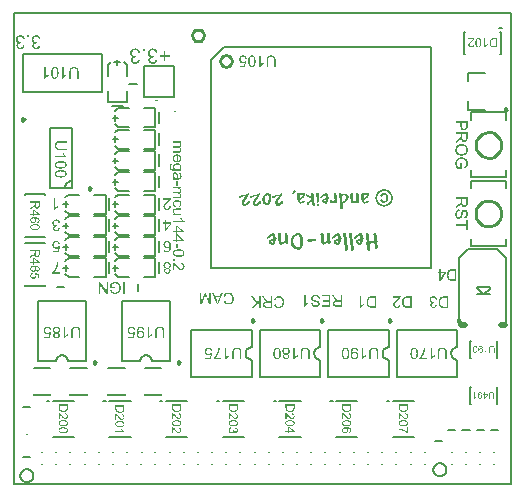
<source format=gto>
G04*
G04 #@! TF.GenerationSoftware,Altium Limited,Altium Designer,22.11.1 (43)*
G04*
G04 Layer_Color=65535*
%FSLAX25Y25*%
%MOIN*%
G70*
G04*
G04 #@! TF.SameCoordinates,4940BDBB-C472-4516-8CB1-6AD69E471CB1*
G04*
G04*
G04 #@! TF.FilePolarity,Positive*
G04*
G01*
G75*
%ADD10C,0.01000*%
%ADD11C,0.00984*%
%ADD12C,0.00591*%
%ADD13C,0.00787*%
%ADD14C,0.00394*%
%ADD15C,0.00300*%
%ADD16C,0.00669*%
%ADD17C,0.01968*%
G36*
X151704Y94022D02*
X151700Y93974D01*
Y93926D01*
X151695Y93869D01*
X151691Y93803D01*
X151678Y93672D01*
X151656Y93537D01*
X151630Y93406D01*
X151612Y93349D01*
X151595Y93292D01*
Y93288D01*
X151590Y93279D01*
X151582Y93266D01*
X151573Y93244D01*
X151547Y93191D01*
X151507Y93130D01*
X151455Y93056D01*
X151385Y92982D01*
X151306Y92908D01*
X151210Y92842D01*
X151206D01*
X151197Y92833D01*
X151184Y92824D01*
X151162Y92816D01*
X151136Y92803D01*
X151105Y92790D01*
X151070Y92772D01*
X151031Y92755D01*
X150939Y92724D01*
X150839Y92698D01*
X150725Y92680D01*
X150603Y92672D01*
X150599D01*
X150585D01*
X150559D01*
X150533Y92676D01*
X150494Y92680D01*
X150450Y92685D01*
X150402Y92693D01*
X150349Y92706D01*
X150236Y92741D01*
X150175Y92763D01*
X150113Y92790D01*
X150052Y92820D01*
X149991Y92859D01*
X149934Y92903D01*
X149877Y92951D01*
X149873Y92955D01*
X149864Y92964D01*
X149851Y92982D01*
X149829Y93004D01*
X149808Y93034D01*
X149781Y93069D01*
X149751Y93113D01*
X149720Y93165D01*
X149689Y93222D01*
X149659Y93283D01*
X149628Y93353D01*
X149598Y93432D01*
X149572Y93515D01*
X149545Y93607D01*
X149523Y93707D01*
X149506Y93812D01*
Y93808D01*
X149502Y93803D01*
X149488Y93777D01*
X149467Y93738D01*
X149440Y93690D01*
X149410Y93637D01*
X149379Y93585D01*
X149340Y93532D01*
X149305Y93489D01*
X149301Y93484D01*
X149296Y93480D01*
X149283Y93467D01*
X149266Y93449D01*
X149244Y93427D01*
X149217Y93401D01*
X149156Y93344D01*
X149078Y93279D01*
X148986Y93205D01*
X148881Y93126D01*
X148767Y93047D01*
X147671Y92348D01*
Y93017D01*
X148510Y93550D01*
X148514Y93554D01*
X148527Y93559D01*
X148545Y93572D01*
X148571Y93589D01*
X148601Y93607D01*
X148636Y93633D01*
X148715Y93685D01*
X148807Y93747D01*
X148898Y93808D01*
X148986Y93873D01*
X149065Y93934D01*
X149069D01*
X149073Y93943D01*
X149095Y93961D01*
X149130Y93987D01*
X149170Y94026D01*
X149213Y94065D01*
X149257Y94114D01*
X149301Y94162D01*
X149331Y94205D01*
X149336Y94210D01*
X149344Y94227D01*
X149357Y94249D01*
X149375Y94280D01*
X149392Y94319D01*
X149410Y94358D01*
X149427Y94402D01*
X149440Y94450D01*
Y94454D01*
X149445Y94468D01*
X149449Y94489D01*
X149453Y94520D01*
Y94564D01*
X149458Y94616D01*
X149462Y94677D01*
Y95363D01*
X147671D01*
Y95897D01*
X151704D01*
Y94022D01*
D02*
G37*
G36*
X149012Y91509D02*
X149008D01*
X148999D01*
X148981Y91505D01*
X148960Y91500D01*
X148933Y91496D01*
X148907Y91492D01*
X148833Y91474D01*
X148754Y91452D01*
X148671Y91426D01*
X148588Y91391D01*
X148510Y91347D01*
X148501Y91343D01*
X148479Y91321D01*
X148444Y91291D01*
X148400Y91247D01*
X148348Y91190D01*
X148300Y91120D01*
X148247Y91037D01*
X148199Y90941D01*
Y90937D01*
X148195Y90928D01*
X148191Y90915D01*
X148182Y90893D01*
X148173Y90867D01*
X148160Y90836D01*
X148151Y90801D01*
X148143Y90762D01*
X148121Y90670D01*
X148099Y90561D01*
X148086Y90447D01*
X148081Y90320D01*
Y90268D01*
X148086Y90242D01*
Y90211D01*
X148094Y90141D01*
X148103Y90058D01*
X148116Y89966D01*
X148138Y89875D01*
X148169Y89787D01*
Y89783D01*
X148173Y89779D01*
X148178Y89765D01*
X148186Y89748D01*
X148208Y89709D01*
X148234Y89656D01*
X148269Y89599D01*
X148313Y89538D01*
X148361Y89486D01*
X148418Y89438D01*
X148427Y89433D01*
X148444Y89420D01*
X148479Y89398D01*
X148523Y89376D01*
X148575Y89359D01*
X148632Y89337D01*
X148697Y89324D01*
X148763Y89320D01*
X148767D01*
X148772D01*
X148794D01*
X148833Y89324D01*
X148877Y89333D01*
X148929Y89346D01*
X148986Y89368D01*
X149043Y89394D01*
X149095Y89433D01*
X149100Y89438D01*
X149117Y89455D01*
X149143Y89481D01*
X149178Y89521D01*
X149213Y89569D01*
X149252Y89634D01*
X149292Y89709D01*
X149331Y89796D01*
X149336Y89805D01*
X149340Y89814D01*
X149344Y89831D01*
X149349Y89849D01*
X149357Y89875D01*
X149371Y89910D01*
X149379Y89945D01*
X149392Y89993D01*
X149410Y90041D01*
X149423Y90102D01*
X149440Y90167D01*
X149462Y90242D01*
X149480Y90320D01*
X149506Y90412D01*
X149528Y90513D01*
Y90517D01*
X149532Y90535D01*
X149541Y90565D01*
X149550Y90600D01*
X149563Y90648D01*
X149576Y90701D01*
X149593Y90753D01*
X149611Y90814D01*
X149650Y90945D01*
X149694Y91072D01*
X149716Y91133D01*
X149738Y91190D01*
X149759Y91242D01*
X149781Y91286D01*
Y91291D01*
X149790Y91299D01*
X149799Y91312D01*
X149808Y91334D01*
X149838Y91387D01*
X149882Y91448D01*
X149939Y91522D01*
X150000Y91592D01*
X150074Y91662D01*
X150153Y91719D01*
X150157D01*
X150161Y91723D01*
X150175Y91732D01*
X150192Y91741D01*
X150240Y91763D01*
X150301Y91789D01*
X150376Y91815D01*
X150463Y91837D01*
X150559Y91854D01*
X150660Y91859D01*
X150664D01*
X150673D01*
X150690D01*
X150712Y91854D01*
X150738D01*
X150769Y91850D01*
X150847Y91837D01*
X150935Y91815D01*
X151027Y91789D01*
X151127Y91745D01*
X151228Y91688D01*
X151232D01*
X151241Y91680D01*
X151254Y91671D01*
X151271Y91658D01*
X151320Y91614D01*
X151381Y91557D01*
X151446Y91487D01*
X151512Y91400D01*
X151577Y91299D01*
X151634Y91181D01*
Y91177D01*
X151638Y91168D01*
X151647Y91146D01*
X151656Y91124D01*
X151665Y91094D01*
X151678Y91055D01*
X151691Y91011D01*
X151704Y90963D01*
X151717Y90910D01*
X151730Y90854D01*
X151752Y90731D01*
X151770Y90591D01*
X151774Y90443D01*
Y90368D01*
X151770Y90329D01*
X151765Y90281D01*
X151761Y90233D01*
X151757Y90176D01*
X151739Y90054D01*
X151713Y89918D01*
X151673Y89783D01*
X151625Y89652D01*
Y89647D01*
X151617Y89639D01*
X151612Y89617D01*
X151599Y89595D01*
X151582Y89569D01*
X151564Y89534D01*
X151521Y89460D01*
X151459Y89372D01*
X151385Y89285D01*
X151302Y89202D01*
X151201Y89127D01*
X151197Y89123D01*
X151188Y89119D01*
X151175Y89110D01*
X151153Y89097D01*
X151127Y89084D01*
X151097Y89066D01*
X151057Y89053D01*
X151018Y89031D01*
X150926Y88996D01*
X150817Y88966D01*
X150699Y88939D01*
X150568Y88926D01*
X150529Y89438D01*
X150533D01*
X150546Y89442D01*
X150564D01*
X150590Y89446D01*
X150625Y89455D01*
X150660Y89464D01*
X150743Y89490D01*
X150834Y89525D01*
X150931Y89578D01*
X151022Y89639D01*
X151062Y89678D01*
X151101Y89722D01*
X151105Y89726D01*
X151110Y89731D01*
X151119Y89748D01*
X151132Y89765D01*
X151145Y89792D01*
X151162Y89822D01*
X151180Y89857D01*
X151201Y89897D01*
X151219Y89945D01*
X151236Y89997D01*
X151254Y90054D01*
X151267Y90115D01*
X151280Y90185D01*
X151289Y90259D01*
X151298Y90338D01*
Y90465D01*
X151293Y90500D01*
Y90539D01*
X151289Y90583D01*
X151285Y90635D01*
X151276Y90688D01*
X151254Y90806D01*
X151223Y90919D01*
X151180Y91028D01*
X151149Y91081D01*
X151119Y91124D01*
Y91129D01*
X151110Y91133D01*
X151088Y91159D01*
X151049Y91194D01*
X150996Y91234D01*
X150935Y91273D01*
X150861Y91308D01*
X150782Y91334D01*
X150738Y91339D01*
X150690Y91343D01*
X150686D01*
X150681D01*
X150655Y91339D01*
X150616Y91334D01*
X150568Y91325D01*
X150511Y91304D01*
X150450Y91277D01*
X150393Y91242D01*
X150336Y91190D01*
X150332Y91181D01*
X150323Y91173D01*
X150310Y91155D01*
X150297Y91133D01*
X150284Y91107D01*
X150266Y91072D01*
X150244Y91033D01*
X150223Y90985D01*
X150201Y90928D01*
X150179Y90862D01*
X150153Y90788D01*
X150127Y90701D01*
X150100Y90609D01*
X150070Y90504D01*
X150043Y90386D01*
Y90377D01*
X150039Y90355D01*
X150030Y90325D01*
X150017Y90281D01*
X150008Y90229D01*
X149991Y90167D01*
X149978Y90102D01*
X149956Y90032D01*
X149917Y89883D01*
X149877Y89735D01*
X149855Y89665D01*
X149834Y89604D01*
X149812Y89543D01*
X149790Y89495D01*
Y89490D01*
X149781Y89477D01*
X149773Y89460D01*
X149759Y89438D01*
X149746Y89407D01*
X149724Y89372D01*
X149676Y89298D01*
X149620Y89210D01*
X149550Y89127D01*
X149467Y89044D01*
X149423Y89009D01*
X149379Y88974D01*
X149375D01*
X149366Y88966D01*
X149353Y88957D01*
X149336Y88948D01*
X149314Y88935D01*
X149283Y88922D01*
X149213Y88887D01*
X149130Y88857D01*
X149034Y88830D01*
X148925Y88813D01*
X148807Y88804D01*
X148802D01*
X148794D01*
X148776D01*
X148754Y88808D01*
X148724D01*
X148693Y88813D01*
X148610Y88826D01*
X148518Y88848D01*
X148418Y88883D01*
X148313Y88931D01*
X148256Y88957D01*
X148204Y88992D01*
X148199D01*
X148191Y89001D01*
X148178Y89009D01*
X148156Y89027D01*
X148108Y89066D01*
X148042Y89127D01*
X147972Y89202D01*
X147898Y89293D01*
X147828Y89398D01*
X147762Y89521D01*
Y89525D01*
X147754Y89538D01*
X147749Y89556D01*
X147736Y89582D01*
X147727Y89613D01*
X147714Y89652D01*
X147697Y89696D01*
X147684Y89748D01*
X147671Y89800D01*
X147653Y89862D01*
X147631Y89993D01*
X147614Y90137D01*
X147605Y90294D01*
Y90347D01*
X147609Y90386D01*
Y90434D01*
X147614Y90487D01*
X147618Y90548D01*
X147627Y90618D01*
X147644Y90762D01*
X147671Y90915D01*
X147710Y91068D01*
X147762Y91216D01*
Y91221D01*
X147771Y91234D01*
X147780Y91251D01*
X147793Y91277D01*
X147810Y91308D01*
X147828Y91343D01*
X147880Y91426D01*
X147946Y91518D01*
X148029Y91614D01*
X148125Y91710D01*
X148239Y91793D01*
X148243Y91798D01*
X148252Y91802D01*
X148269Y91811D01*
X148295Y91824D01*
X148326Y91841D01*
X148361Y91859D01*
X148405Y91881D01*
X148453Y91898D01*
X148501Y91920D01*
X148558Y91937D01*
X148684Y91972D01*
X148820Y91998D01*
X148894Y92007D01*
X148968Y92012D01*
X149012Y91509D01*
D02*
G37*
G36*
X151704Y85190D02*
X151228D01*
Y86519D01*
X147671D01*
Y87052D01*
X151228D01*
Y88380D01*
X151704D01*
Y85190D01*
D02*
G37*
G36*
X151704Y119689D02*
X151700Y119601D01*
X151695Y119501D01*
X151687Y119400D01*
X151678Y119304D01*
X151673Y119256D01*
X151665Y119217D01*
Y119212D01*
X151660Y119204D01*
Y119186D01*
X151656Y119169D01*
X151647Y119142D01*
X151643Y119112D01*
X151621Y119042D01*
X151595Y118963D01*
X151560Y118880D01*
X151521Y118797D01*
X151472Y118719D01*
Y118714D01*
X151468Y118710D01*
X151446Y118684D01*
X151416Y118649D01*
X151372Y118600D01*
X151320Y118552D01*
X151250Y118496D01*
X151175Y118443D01*
X151084Y118395D01*
X151079D01*
X151070Y118391D01*
X151057Y118382D01*
X151040Y118373D01*
X151018Y118365D01*
X150987Y118356D01*
X150922Y118330D01*
X150839Y118308D01*
X150747Y118286D01*
X150642Y118273D01*
X150533Y118268D01*
X150529D01*
X150511D01*
X150485D01*
X150445Y118273D01*
X150402Y118277D01*
X150354Y118286D01*
X150297Y118295D01*
X150231Y118308D01*
X150166Y118325D01*
X150096Y118347D01*
X150026Y118373D01*
X149952Y118408D01*
X149877Y118443D01*
X149803Y118487D01*
X149733Y118539D01*
X149663Y118596D01*
X149659Y118600D01*
X149650Y118614D01*
X149633Y118631D01*
X149606Y118662D01*
X149580Y118697D01*
X149550Y118745D01*
X149519Y118801D01*
X149488Y118867D01*
X149453Y118946D01*
X149423Y119029D01*
X149392Y119129D01*
X149366Y119234D01*
X149344Y119357D01*
X149327Y119488D01*
X149314Y119627D01*
X149309Y119785D01*
Y120816D01*
X147670D01*
Y121349D01*
X151704D01*
Y119689D01*
D02*
G37*
G36*
Y115708D02*
X151700Y115659D01*
Y115611D01*
X151695Y115555D01*
X151691Y115489D01*
X151678Y115358D01*
X151656Y115223D01*
X151630Y115091D01*
X151612Y115035D01*
X151595Y114978D01*
Y114973D01*
X151590Y114965D01*
X151582Y114952D01*
X151573Y114930D01*
X151547Y114877D01*
X151507Y114816D01*
X151455Y114742D01*
X151385Y114667D01*
X151306Y114593D01*
X151210Y114528D01*
X151206D01*
X151197Y114519D01*
X151184Y114510D01*
X151162Y114501D01*
X151136Y114488D01*
X151105Y114475D01*
X151070Y114458D01*
X151031Y114440D01*
X150939Y114410D01*
X150839Y114383D01*
X150725Y114366D01*
X150603Y114357D01*
X150598D01*
X150585D01*
X150559D01*
X150533Y114362D01*
X150494Y114366D01*
X150450Y114370D01*
X150402Y114379D01*
X150349Y114392D01*
X150236Y114427D01*
X150174Y114449D01*
X150113Y114475D01*
X150052Y114506D01*
X149991Y114545D01*
X149934Y114589D01*
X149877Y114637D01*
X149873Y114641D01*
X149864Y114650D01*
X149851Y114667D01*
X149829Y114689D01*
X149808Y114720D01*
X149781Y114755D01*
X149751Y114799D01*
X149720Y114851D01*
X149689Y114908D01*
X149659Y114969D01*
X149628Y115039D01*
X149598Y115118D01*
X149572Y115201D01*
X149545Y115292D01*
X149523Y115393D01*
X149506Y115498D01*
Y115493D01*
X149502Y115489D01*
X149488Y115463D01*
X149467Y115424D01*
X149440Y115375D01*
X149410Y115323D01*
X149379Y115271D01*
X149340Y115218D01*
X149305Y115174D01*
X149301Y115170D01*
X149296Y115166D01*
X149283Y115153D01*
X149266Y115135D01*
X149244Y115113D01*
X149217Y115087D01*
X149156Y115030D01*
X149078Y114965D01*
X148986Y114890D01*
X148881Y114812D01*
X148767Y114733D01*
X147670Y114034D01*
Y114702D01*
X148510Y115236D01*
X148514Y115240D01*
X148527Y115244D01*
X148545Y115258D01*
X148571Y115275D01*
X148601Y115292D01*
X148636Y115319D01*
X148715Y115371D01*
X148807Y115432D01*
X148898Y115493D01*
X148986Y115559D01*
X149065Y115620D01*
X149069D01*
X149073Y115629D01*
X149095Y115646D01*
X149130Y115673D01*
X149170Y115712D01*
X149213Y115751D01*
X149257Y115799D01*
X149301Y115847D01*
X149331Y115891D01*
X149336Y115895D01*
X149344Y115913D01*
X149357Y115935D01*
X149375Y115965D01*
X149392Y116005D01*
X149410Y116044D01*
X149427Y116088D01*
X149440Y116136D01*
Y116140D01*
X149445Y116153D01*
X149449Y116175D01*
X149453Y116206D01*
Y116250D01*
X149458Y116302D01*
X149462Y116363D01*
Y117049D01*
X147670D01*
Y117582D01*
X151704D01*
Y115708D01*
D02*
G37*
G36*
X149703Y113680D02*
X149729D01*
X149799Y113675D01*
X149882Y113667D01*
X149982Y113654D01*
X150087Y113641D01*
X150205Y113619D01*
X150332Y113588D01*
X150459Y113553D01*
X150590Y113510D01*
X150721Y113457D01*
X150852Y113396D01*
X150974Y113326D01*
X151097Y113243D01*
X151206Y113147D01*
X151210Y113142D01*
X151232Y113120D01*
X151258Y113090D01*
X151293Y113051D01*
X151337Y112994D01*
X151385Y112933D01*
X151437Y112858D01*
X151490Y112771D01*
X151542Y112675D01*
X151595Y112570D01*
X151643Y112456D01*
X151687Y112330D01*
X151722Y112198D01*
X151748Y112059D01*
X151770Y111910D01*
X151774Y111753D01*
Y111700D01*
X151770Y111661D01*
X151765Y111609D01*
X151761Y111552D01*
X151752Y111490D01*
X151739Y111421D01*
X151726Y111342D01*
X151708Y111263D01*
X151687Y111180D01*
X151660Y111093D01*
X151630Y111005D01*
X151595Y110918D01*
X151556Y110835D01*
X151507Y110748D01*
X151503Y110743D01*
X151494Y110726D01*
X151481Y110704D01*
X151459Y110673D01*
X151433Y110634D01*
X151398Y110595D01*
X151359Y110547D01*
X151315Y110494D01*
X151263Y110437D01*
X151206Y110380D01*
X151145Y110324D01*
X151079Y110267D01*
X151009Y110214D01*
X150931Y110158D01*
X150847Y110110D01*
X150760Y110062D01*
X150756Y110057D01*
X150738Y110053D01*
X150712Y110040D01*
X150677Y110027D01*
X150633Y110005D01*
X150577Y109987D01*
X150515Y109965D01*
X150445Y109943D01*
X150371Y109922D01*
X150288Y109900D01*
X150196Y109878D01*
X150105Y109861D01*
X150004Y109847D01*
X149899Y109834D01*
X149794Y109830D01*
X149681Y109826D01*
X149672D01*
X149654D01*
X149620D01*
X149576Y109830D01*
X149523Y109834D01*
X149462Y109839D01*
X149392Y109847D01*
X149314Y109856D01*
X149231Y109869D01*
X149143Y109887D01*
X149051Y109904D01*
X148960Y109930D01*
X148864Y109961D01*
X148772Y109992D01*
X148676Y110031D01*
X148584Y110075D01*
X148580Y110079D01*
X148562Y110088D01*
X148536Y110101D01*
X148505Y110118D01*
X148466Y110145D01*
X148418Y110175D01*
X148365Y110214D01*
X148309Y110254D01*
X148252Y110302D01*
X148191Y110354D01*
X148129Y110415D01*
X148068Y110477D01*
X148011Y110542D01*
X147955Y110617D01*
X147898Y110695D01*
X147850Y110778D01*
X147845Y110783D01*
X147841Y110800D01*
X147828Y110822D01*
X147810Y110857D01*
X147793Y110901D01*
X147771Y110949D01*
X147749Y111005D01*
X147727Y111071D01*
X147705Y111141D01*
X147684Y111215D01*
X147662Y111298D01*
X147644Y111381D01*
X147614Y111565D01*
X147609Y111661D01*
X147605Y111757D01*
Y111814D01*
X147609Y111853D01*
X147614Y111901D01*
X147618Y111962D01*
X147627Y112024D01*
X147640Y112098D01*
X147653Y112172D01*
X147670Y112255D01*
X147692Y112338D01*
X147719Y112426D01*
X147749Y112513D01*
X147789Y112601D01*
X147828Y112688D01*
X147876Y112775D01*
X147880Y112780D01*
X147889Y112793D01*
X147906Y112819D01*
X147928Y112850D01*
X147955Y112884D01*
X147990Y112928D01*
X148029Y112976D01*
X148073Y113029D01*
X148125Y113086D01*
X148182Y113138D01*
X148243Y113195D01*
X148309Y113252D01*
X148383Y113308D01*
X148457Y113361D01*
X148540Y113409D01*
X148628Y113457D01*
X148632Y113461D01*
X148649Y113466D01*
X148676Y113479D01*
X148711Y113492D01*
X148754Y113510D01*
X148807Y113527D01*
X148864Y113549D01*
X148933Y113571D01*
X149003Y113593D01*
X149082Y113614D01*
X149165Y113632D01*
X149252Y113649D01*
X149436Y113675D01*
X149537Y113680D01*
X149633Y113684D01*
X149637D01*
X149646D01*
X149659D01*
X149676D01*
X149703Y113680D01*
D02*
G37*
G36*
X149768Y109266D02*
X149821Y109262D01*
X149882Y109257D01*
X149952Y109249D01*
X150026Y109240D01*
X150109Y109227D01*
X150196Y109209D01*
X150380Y109166D01*
X150476Y109140D01*
X150572Y109105D01*
X150668Y109070D01*
X150765Y109026D01*
X150769Y109021D01*
X150786Y109013D01*
X150813Y109000D01*
X150847Y108982D01*
X150891Y108956D01*
X150939Y108925D01*
X150992Y108886D01*
X151053Y108847D01*
X151114Y108799D01*
X151175Y108746D01*
X151236Y108689D01*
X151302Y108624D01*
X151363Y108558D01*
X151420Y108484D01*
X151477Y108405D01*
X151525Y108322D01*
X151529Y108318D01*
X151534Y108300D01*
X151547Y108274D01*
X151564Y108239D01*
X151582Y108195D01*
X151603Y108143D01*
X151625Y108082D01*
X151652Y108016D01*
X151673Y107942D01*
X151695Y107859D01*
X151717Y107772D01*
X151735Y107676D01*
X151752Y107579D01*
X151765Y107475D01*
X151770Y107365D01*
X151774Y107256D01*
Y107182D01*
X151770Y107142D01*
X151765Y107099D01*
X151761Y107051D01*
X151757Y106994D01*
X151739Y106871D01*
X151713Y106736D01*
X151678Y106600D01*
X151630Y106465D01*
Y106461D01*
X151625Y106448D01*
X151617Y106430D01*
X151603Y106408D01*
X151590Y106378D01*
X151573Y106343D01*
X151529Y106264D01*
X151472Y106172D01*
X151407Y106080D01*
X151328Y105993D01*
X151236Y105910D01*
X151232Y105906D01*
X151223Y105901D01*
X151210Y105893D01*
X151193Y105875D01*
X151166Y105862D01*
X151136Y105840D01*
X151101Y105818D01*
X151057Y105796D01*
X151014Y105770D01*
X150965Y105748D01*
X150909Y105722D01*
X150852Y105696D01*
X150721Y105648D01*
X150577Y105604D01*
X150445Y106089D01*
X150450D01*
X150459Y106094D01*
X150476Y106098D01*
X150498Y106107D01*
X150520Y106115D01*
X150550Y106124D01*
X150620Y106150D01*
X150699Y106185D01*
X150778Y106225D01*
X150856Y106268D01*
X150926Y106316D01*
X150935Y106321D01*
X150957Y106343D01*
X150987Y106373D01*
X151031Y106413D01*
X151075Y106469D01*
X151123Y106535D01*
X151166Y106614D01*
X151210Y106701D01*
Y106705D01*
X151215Y106714D01*
X151219Y106727D01*
X151228Y106745D01*
X151236Y106767D01*
X151245Y106797D01*
X151267Y106863D01*
X151285Y106946D01*
X151302Y107037D01*
X151315Y107142D01*
X151320Y107252D01*
Y107313D01*
X151315Y107343D01*
Y107383D01*
X151311Y107422D01*
X151306Y107470D01*
X151293Y107566D01*
X151271Y107676D01*
X151245Y107780D01*
X151206Y107885D01*
Y107890D01*
X151201Y107898D01*
X151193Y107912D01*
X151184Y107929D01*
X151162Y107977D01*
X151127Y108038D01*
X151084Y108108D01*
X151031Y108178D01*
X150974Y108252D01*
X150909Y108318D01*
X150900Y108327D01*
X150878Y108344D01*
X150839Y108375D01*
X150791Y108410D01*
X150734Y108449D01*
X150664Y108493D01*
X150590Y108532D01*
X150511Y108567D01*
X150507D01*
X150494Y108571D01*
X150476Y108580D01*
X150445Y108589D01*
X150410Y108602D01*
X150371Y108615D01*
X150323Y108628D01*
X150271Y108641D01*
X150214Y108659D01*
X150148Y108672D01*
X150013Y108694D01*
X149860Y108711D01*
X149698Y108720D01*
X149694D01*
X149676D01*
X149646D01*
X149611Y108716D01*
X149563D01*
X149510Y108711D01*
X149449Y108703D01*
X149384Y108698D01*
X149239Y108676D01*
X149091Y108641D01*
X148938Y108598D01*
X148794Y108536D01*
X148789Y108532D01*
X148776Y108528D01*
X148759Y108519D01*
X148732Y108501D01*
X148706Y108484D01*
X148671Y108458D01*
X148593Y108401D01*
X148505Y108322D01*
X148413Y108230D01*
X148330Y108126D01*
X148291Y108064D01*
X148256Y107999D01*
Y107994D01*
X148247Y107981D01*
X148239Y107964D01*
X148230Y107938D01*
X148217Y107903D01*
X148199Y107863D01*
X148186Y107820D01*
X148169Y107772D01*
X148151Y107719D01*
X148138Y107658D01*
X148108Y107531D01*
X148090Y107392D01*
X148081Y107243D01*
Y107208D01*
X148086Y107182D01*
Y107151D01*
X148090Y107116D01*
X148094Y107077D01*
X148099Y107029D01*
X148112Y106928D01*
X148138Y106815D01*
X148169Y106692D01*
X148212Y106570D01*
Y106565D01*
X148217Y106557D01*
X148225Y106539D01*
X148234Y106513D01*
X148247Y106487D01*
X148265Y106456D01*
X148300Y106382D01*
X148344Y106299D01*
X148392Y106216D01*
X148440Y106137D01*
X148496Y106067D01*
X149252D01*
Y107252D01*
X149729D01*
Y105543D01*
X148230D01*
X148225Y105547D01*
X148217Y105560D01*
X148199Y105582D01*
X148178Y105613D01*
X148151Y105648D01*
X148125Y105692D01*
X148090Y105740D01*
X148055Y105792D01*
X148020Y105849D01*
X147981Y105914D01*
X147902Y106050D01*
X147828Y106199D01*
X147762Y106356D01*
Y106360D01*
X147754Y106373D01*
X147749Y106395D01*
X147736Y106430D01*
X147727Y106465D01*
X147714Y106513D01*
X147697Y106561D01*
X147684Y106618D01*
X147670Y106684D01*
X147653Y106749D01*
X147631Y106893D01*
X147614Y107051D01*
X147605Y107212D01*
Y107269D01*
X147609Y107313D01*
X147614Y107365D01*
X147618Y107426D01*
X147627Y107496D01*
X147636Y107571D01*
X147649Y107649D01*
X147666Y107737D01*
X147688Y107824D01*
X147714Y107920D01*
X147740Y108012D01*
X147775Y108104D01*
X147815Y108200D01*
X147858Y108292D01*
X147863Y108296D01*
X147872Y108314D01*
X147885Y108340D01*
X147906Y108370D01*
X147933Y108410D01*
X147963Y108458D01*
X148003Y108510D01*
X148046Y108567D01*
X148094Y108624D01*
X148151Y108685D01*
X148208Y108746D01*
X148274Y108807D01*
X148348Y108864D01*
X148422Y108921D01*
X148505Y108978D01*
X148593Y109026D01*
X148597Y109030D01*
X148615Y109035D01*
X148641Y109048D01*
X148676Y109065D01*
X148724Y109083D01*
X148776Y109105D01*
X148837Y109126D01*
X148907Y109148D01*
X148981Y109170D01*
X149065Y109192D01*
X149156Y109214D01*
X149248Y109231D01*
X149349Y109249D01*
X149449Y109262D01*
X149558Y109266D01*
X149668Y109271D01*
X149676D01*
X149694D01*
X149724D01*
X149768Y109266D01*
D02*
G37*
G36*
X5513Y149287D02*
X4878D01*
Y149921D01*
X5513D01*
Y149287D01*
D02*
G37*
G36*
X7968Y149995D02*
X8007D01*
X8061Y149990D01*
X8120Y149980D01*
X8184Y149970D01*
X8258Y149956D01*
X8337Y149936D01*
X8416Y149911D01*
X8499Y149887D01*
X8583Y149852D01*
X8666Y149808D01*
X8745Y149764D01*
X8829Y149710D01*
X8903Y149646D01*
X8908Y149641D01*
X8917Y149631D01*
X8937Y149611D01*
X8967Y149582D01*
X8996Y149547D01*
X9031Y149503D01*
X9065Y149454D01*
X9104Y149395D01*
X9144Y149336D01*
X9183Y149262D01*
X9223Y149188D01*
X9257Y149105D01*
X9286Y149016D01*
X9316Y148923D01*
X9336Y148824D01*
X9350Y148721D01*
X8794Y148647D01*
Y148652D01*
X8789Y148667D01*
X8785Y148691D01*
X8775Y148726D01*
X8765Y148765D01*
X8755Y148809D01*
X8721Y148913D01*
X8676Y149026D01*
X8622Y149139D01*
X8553Y149242D01*
X8514Y149287D01*
X8475Y149331D01*
X8470D01*
X8465Y149341D01*
X8450Y149351D01*
X8435Y149365D01*
X8386Y149395D01*
X8317Y149434D01*
X8234Y149474D01*
X8140Y149503D01*
X8027Y149528D01*
X7909Y149538D01*
X7869D01*
X7840Y149533D01*
X7810Y149528D01*
X7766Y149523D01*
X7678Y149503D01*
X7569Y149474D01*
X7456Y149424D01*
X7402Y149390D01*
X7348Y149355D01*
X7294Y149316D01*
X7240Y149267D01*
X7235Y149262D01*
X7230Y149252D01*
X7215Y149237D01*
X7195Y149218D01*
X7176Y149193D01*
X7156Y149159D01*
X7131Y149124D01*
X7102Y149080D01*
X7053Y148982D01*
X7013Y148868D01*
X6979Y148736D01*
X6974Y148667D01*
X6969Y148593D01*
Y148588D01*
Y148578D01*
Y148554D01*
X6974Y148529D01*
X6979Y148495D01*
X6984Y148460D01*
X6999Y148372D01*
X7033Y148268D01*
X7077Y148165D01*
X7107Y148111D01*
X7141Y148062D01*
X7181Y148012D01*
X7225Y147963D01*
X7230Y147958D01*
X7235Y147953D01*
X7250Y147939D01*
X7269Y147924D01*
X7294Y147904D01*
X7323Y147884D01*
X7397Y147835D01*
X7491Y147791D01*
X7599Y147752D01*
X7722Y147722D01*
X7791Y147717D01*
X7860Y147712D01*
X7889D01*
X7924Y147717D01*
X7968D01*
X8027Y147727D01*
X8091Y147737D01*
X8170Y147752D01*
X8253Y147771D01*
X8194Y147284D01*
X8184D01*
X8160Y147289D01*
X8130Y147294D01*
X8066D01*
X8042Y147289D01*
X8007D01*
X7973Y147284D01*
X7889Y147269D01*
X7791Y147250D01*
X7683Y147215D01*
X7569Y147171D01*
X7461Y147107D01*
X7456D01*
X7446Y147097D01*
X7436Y147087D01*
X7417Y147073D01*
X7368Y147028D01*
X7314Y146964D01*
X7264Y146886D01*
X7215Y146787D01*
X7195Y146733D01*
X7186Y146669D01*
X7176Y146605D01*
X7171Y146536D01*
Y146531D01*
Y146522D01*
Y146507D01*
X7176Y146482D01*
X7181Y146428D01*
X7195Y146354D01*
X7220Y146276D01*
X7259Y146192D01*
X7314Y146103D01*
X7343Y146064D01*
X7382Y146025D01*
X7392Y146015D01*
X7422Y145995D01*
X7466Y145961D01*
X7525Y145921D01*
X7604Y145887D01*
X7697Y145852D01*
X7801Y145833D01*
X7919Y145823D01*
X7948D01*
X7973Y145828D01*
X8002D01*
X8032Y145833D01*
X8111Y145848D01*
X8194Y145872D01*
X8288Y145912D01*
X8376Y145961D01*
X8465Y146030D01*
X8475Y146039D01*
X8499Y146069D01*
X8539Y146113D01*
X8578Y146182D01*
X8627Y146266D01*
X8671Y146374D01*
X8711Y146497D01*
X8740Y146640D01*
X9296Y146541D01*
Y146536D01*
X9291Y146517D01*
X9286Y146487D01*
X9277Y146448D01*
X9262Y146404D01*
X9247Y146349D01*
X9227Y146290D01*
X9203Y146226D01*
X9139Y146084D01*
X9104Y146015D01*
X9060Y145941D01*
X9011Y145872D01*
X8957Y145803D01*
X8898Y145734D01*
X8834Y145675D01*
X8829Y145670D01*
X8819Y145661D01*
X8794Y145646D01*
X8770Y145626D01*
X8731Y145602D01*
X8691Y145577D01*
X8642Y145547D01*
X8583Y145518D01*
X8524Y145493D01*
X8455Y145464D01*
X8381Y145439D01*
X8302Y145415D01*
X8214Y145395D01*
X8125Y145380D01*
X8032Y145370D01*
X7933Y145365D01*
X7869D01*
X7835Y145370D01*
X7801Y145375D01*
X7707Y145385D01*
X7604Y145405D01*
X7486Y145434D01*
X7368Y145474D01*
X7250Y145528D01*
X7245D01*
X7235Y145533D01*
X7220Y145543D01*
X7195Y145557D01*
X7141Y145592D01*
X7072Y145641D01*
X6994Y145705D01*
X6915Y145779D01*
X6836Y145862D01*
X6767Y145961D01*
Y145966D01*
X6763Y145971D01*
X6753Y145990D01*
X6743Y146010D01*
X6728Y146035D01*
X6713Y146064D01*
X6684Y146138D01*
X6654Y146226D01*
X6625Y146325D01*
X6605Y146433D01*
X6600Y146546D01*
Y146551D01*
Y146561D01*
Y146576D01*
Y146595D01*
X6610Y146654D01*
X6620Y146723D01*
X6639Y146807D01*
X6669Y146896D01*
X6708Y146989D01*
X6763Y147082D01*
Y147087D01*
X6767Y147092D01*
X6792Y147122D01*
X6826Y147166D01*
X6881Y147220D01*
X6944Y147284D01*
X7028Y147348D01*
X7122Y147407D01*
X7230Y147466D01*
X7225D01*
X7210Y147471D01*
X7191Y147476D01*
X7161Y147486D01*
X7131Y147496D01*
X7092Y147511D01*
X6999Y147550D01*
X6900Y147604D01*
X6797Y147668D01*
X6694Y147752D01*
X6605Y147855D01*
X6600Y147860D01*
X6595Y147870D01*
X6585Y147884D01*
X6571Y147909D01*
X6551Y147934D01*
X6531Y147968D01*
X6511Y148007D01*
X6492Y148057D01*
X6472Y148106D01*
X6453Y148160D01*
X6413Y148283D01*
X6389Y148426D01*
X6379Y148504D01*
Y148583D01*
Y148588D01*
Y148608D01*
X6384Y148642D01*
Y148681D01*
X6393Y148736D01*
X6403Y148795D01*
X6413Y148859D01*
X6433Y148932D01*
X6457Y149011D01*
X6487Y149090D01*
X6521Y149173D01*
X6566Y149257D01*
X6615Y149346D01*
X6674Y149429D01*
X6738Y149513D01*
X6817Y149592D01*
X6821Y149597D01*
X6836Y149611D01*
X6861Y149631D01*
X6895Y149656D01*
X6935Y149685D01*
X6989Y149720D01*
X7048Y149759D01*
X7117Y149793D01*
X7191Y149833D01*
X7274Y149872D01*
X7363Y149907D01*
X7461Y149936D01*
X7564Y149961D01*
X7673Y149980D01*
X7786Y149995D01*
X7909Y150000D01*
X7933D01*
X7968Y149995D01*
D02*
G37*
G36*
X2679D02*
X2718D01*
X2772Y149990D01*
X2831Y149980D01*
X2895Y149970D01*
X2969Y149956D01*
X3048Y149936D01*
X3127Y149911D01*
X3210Y149887D01*
X3294Y149852D01*
X3378Y149808D01*
X3456Y149764D01*
X3540Y149710D01*
X3614Y149646D01*
X3619Y149641D01*
X3628Y149631D01*
X3648Y149611D01*
X3678Y149582D01*
X3707Y149547D01*
X3742Y149503D01*
X3776Y149454D01*
X3815Y149395D01*
X3855Y149336D01*
X3894Y149262D01*
X3934Y149188D01*
X3968Y149105D01*
X3997Y149016D01*
X4027Y148923D01*
X4047Y148824D01*
X4061Y148721D01*
X3505Y148647D01*
Y148652D01*
X3500Y148667D01*
X3496Y148691D01*
X3486Y148726D01*
X3476Y148765D01*
X3466Y148809D01*
X3432Y148913D01*
X3387Y149026D01*
X3333Y149139D01*
X3264Y149242D01*
X3225Y149287D01*
X3186Y149331D01*
X3181D01*
X3176Y149341D01*
X3161Y149351D01*
X3146Y149365D01*
X3097Y149395D01*
X3028Y149434D01*
X2944Y149474D01*
X2851Y149503D01*
X2738Y149528D01*
X2620Y149538D01*
X2581D01*
X2551Y149533D01*
X2521Y149528D01*
X2477Y149523D01*
X2389Y149503D01*
X2280Y149474D01*
X2167Y149424D01*
X2113Y149390D01*
X2059Y149355D01*
X2005Y149316D01*
X1951Y149267D01*
X1946Y149262D01*
X1941Y149252D01*
X1926Y149237D01*
X1906Y149218D01*
X1887Y149193D01*
X1867Y149159D01*
X1843Y149124D01*
X1813Y149080D01*
X1764Y148982D01*
X1724Y148868D01*
X1690Y148736D01*
X1685Y148667D01*
X1680Y148593D01*
Y148588D01*
Y148578D01*
Y148554D01*
X1685Y148529D01*
X1690Y148495D01*
X1695Y148460D01*
X1710Y148372D01*
X1744Y148268D01*
X1788Y148165D01*
X1818Y148111D01*
X1852Y148062D01*
X1892Y148012D01*
X1936Y147963D01*
X1941Y147958D01*
X1946Y147953D01*
X1960Y147939D01*
X1980Y147924D01*
X2005Y147904D01*
X2034Y147884D01*
X2108Y147835D01*
X2202Y147791D01*
X2310Y147752D01*
X2433Y147722D01*
X2502Y147717D01*
X2571Y147712D01*
X2600D01*
X2635Y147717D01*
X2679D01*
X2738Y147727D01*
X2802Y147737D01*
X2881Y147752D01*
X2964Y147771D01*
X2905Y147284D01*
X2895D01*
X2871Y147289D01*
X2841Y147294D01*
X2777D01*
X2753Y147289D01*
X2718D01*
X2684Y147284D01*
X2600Y147269D01*
X2502Y147250D01*
X2393Y147215D01*
X2280Y147171D01*
X2172Y147107D01*
X2167D01*
X2157Y147097D01*
X2148Y147087D01*
X2128Y147073D01*
X2079Y147028D01*
X2025Y146964D01*
X1975Y146886D01*
X1926Y146787D01*
X1906Y146733D01*
X1897Y146669D01*
X1887Y146605D01*
X1882Y146536D01*
Y146531D01*
Y146522D01*
Y146507D01*
X1887Y146482D01*
X1892Y146428D01*
X1906Y146354D01*
X1931Y146276D01*
X1970Y146192D01*
X2025Y146103D01*
X2054Y146064D01*
X2093Y146025D01*
X2103Y146015D01*
X2133Y145995D01*
X2177Y145961D01*
X2236Y145921D01*
X2315Y145887D01*
X2408Y145852D01*
X2512Y145833D01*
X2630Y145823D01*
X2659D01*
X2684Y145828D01*
X2713D01*
X2743Y145833D01*
X2822Y145848D01*
X2905Y145872D01*
X2999Y145912D01*
X3087Y145961D01*
X3176Y146030D01*
X3186Y146039D01*
X3210Y146069D01*
X3250Y146113D01*
X3289Y146182D01*
X3338Y146266D01*
X3382Y146374D01*
X3422Y146497D01*
X3451Y146640D01*
X4007Y146541D01*
Y146536D01*
X4002Y146517D01*
X3997Y146487D01*
X3988Y146448D01*
X3973Y146404D01*
X3958Y146349D01*
X3938Y146290D01*
X3914Y146226D01*
X3850Y146084D01*
X3815Y146015D01*
X3771Y145941D01*
X3722Y145872D01*
X3668Y145803D01*
X3609Y145734D01*
X3545Y145675D01*
X3540Y145670D01*
X3530Y145661D01*
X3505Y145646D01*
X3481Y145626D01*
X3441Y145602D01*
X3402Y145577D01*
X3353Y145547D01*
X3294Y145518D01*
X3235Y145493D01*
X3166Y145464D01*
X3092Y145439D01*
X3013Y145415D01*
X2925Y145395D01*
X2836Y145380D01*
X2743Y145370D01*
X2644Y145365D01*
X2581D01*
X2546Y145370D01*
X2512Y145375D01*
X2418Y145385D01*
X2315Y145405D01*
X2197Y145434D01*
X2079Y145474D01*
X1960Y145528D01*
X1956D01*
X1946Y145533D01*
X1931Y145543D01*
X1906Y145557D01*
X1852Y145592D01*
X1783Y145641D01*
X1705Y145705D01*
X1626Y145779D01*
X1547Y145862D01*
X1478Y145961D01*
Y145966D01*
X1474Y145971D01*
X1464Y145990D01*
X1454Y146010D01*
X1439Y146035D01*
X1424Y146064D01*
X1395Y146138D01*
X1365Y146226D01*
X1336Y146325D01*
X1316Y146433D01*
X1311Y146546D01*
Y146551D01*
Y146561D01*
Y146576D01*
Y146595D01*
X1321Y146654D01*
X1331Y146723D01*
X1350Y146807D01*
X1380Y146896D01*
X1419Y146989D01*
X1474Y147082D01*
Y147087D01*
X1478Y147092D01*
X1503Y147122D01*
X1537Y147166D01*
X1592Y147220D01*
X1656Y147284D01*
X1739Y147348D01*
X1833Y147407D01*
X1941Y147466D01*
X1936D01*
X1921Y147471D01*
X1901Y147476D01*
X1872Y147486D01*
X1843Y147496D01*
X1803Y147511D01*
X1710Y147550D01*
X1611Y147604D01*
X1508Y147668D01*
X1405Y147752D01*
X1316Y147855D01*
X1311Y147860D01*
X1306Y147870D01*
X1296Y147884D01*
X1282Y147909D01*
X1262Y147934D01*
X1242Y147968D01*
X1223Y148007D01*
X1203Y148057D01*
X1183Y148106D01*
X1163Y148160D01*
X1124Y148283D01*
X1099Y148426D01*
X1090Y148504D01*
Y148583D01*
Y148588D01*
Y148608D01*
X1095Y148642D01*
Y148681D01*
X1104Y148736D01*
X1114Y148795D01*
X1124Y148859D01*
X1144Y148932D01*
X1168Y149011D01*
X1198Y149090D01*
X1232Y149173D01*
X1277Y149257D01*
X1326Y149346D01*
X1385Y149429D01*
X1449Y149513D01*
X1528Y149592D01*
X1532Y149597D01*
X1547Y149611D01*
X1572Y149631D01*
X1606Y149656D01*
X1646Y149685D01*
X1700Y149720D01*
X1759Y149759D01*
X1828Y149793D01*
X1901Y149833D01*
X1985Y149872D01*
X2074Y149907D01*
X2172Y149936D01*
X2275Y149961D01*
X2384Y149980D01*
X2497Y149995D01*
X2620Y150000D01*
X2644D01*
X2679Y149995D01*
D02*
G37*
G36*
X44090Y144779D02*
X43386D01*
Y145484D01*
X44090D01*
Y144779D01*
D02*
G37*
G36*
X46815Y145565D02*
X46859D01*
X46919Y145560D01*
X46984Y145549D01*
X47055Y145538D01*
X47137Y145522D01*
X47224Y145500D01*
X47312Y145473D01*
X47405Y145445D01*
X47497Y145407D01*
X47590Y145358D01*
X47677Y145309D01*
X47770Y145249D01*
X47852Y145178D01*
X47858Y145172D01*
X47869Y145161D01*
X47890Y145140D01*
X47923Y145107D01*
X47956Y145069D01*
X47994Y145019D01*
X48032Y144965D01*
X48076Y144899D01*
X48120Y144834D01*
X48164Y144752D01*
X48207Y144670D01*
X48245Y144577D01*
X48278Y144479D01*
X48311Y144375D01*
X48333Y144266D01*
X48349Y144151D01*
X47732Y144069D01*
Y144075D01*
X47727Y144091D01*
X47721Y144118D01*
X47710Y144157D01*
X47699Y144200D01*
X47688Y144250D01*
X47650Y144364D01*
X47601Y144490D01*
X47541Y144615D01*
X47465Y144730D01*
X47421Y144779D01*
X47377Y144828D01*
X47372D01*
X47366Y144839D01*
X47350Y144850D01*
X47334Y144867D01*
X47279Y144899D01*
X47203Y144943D01*
X47110Y144987D01*
X47006Y145019D01*
X46880Y145047D01*
X46749Y145058D01*
X46706D01*
X46673Y145052D01*
X46640Y145047D01*
X46591Y145041D01*
X46493Y145019D01*
X46373Y144987D01*
X46247Y144932D01*
X46187Y144894D01*
X46127Y144856D01*
X46067Y144812D01*
X46007Y144757D01*
X46001Y144752D01*
X45996Y144741D01*
X45979Y144725D01*
X45958Y144703D01*
X45936Y144676D01*
X45914Y144637D01*
X45887Y144599D01*
X45854Y144550D01*
X45799Y144441D01*
X45756Y144315D01*
X45717Y144168D01*
X45712Y144091D01*
X45706Y144009D01*
Y144004D01*
Y143993D01*
Y143966D01*
X45712Y143938D01*
X45717Y143900D01*
X45723Y143862D01*
X45739Y143764D01*
X45777Y143649D01*
X45827Y143534D01*
X45859Y143474D01*
X45898Y143420D01*
X45941Y143365D01*
X45990Y143310D01*
X45996Y143305D01*
X46001Y143299D01*
X46018Y143283D01*
X46040Y143267D01*
X46067Y143245D01*
X46100Y143223D01*
X46181Y143168D01*
X46285Y143119D01*
X46405Y143076D01*
X46542Y143043D01*
X46618Y143037D01*
X46695Y143032D01*
X46727D01*
X46766Y143037D01*
X46815D01*
X46880Y143048D01*
X46951Y143059D01*
X47039Y143076D01*
X47131Y143097D01*
X47066Y142557D01*
X47055D01*
X47028Y142562D01*
X46995Y142568D01*
X46924D01*
X46897Y142562D01*
X46859D01*
X46820Y142557D01*
X46727Y142541D01*
X46618Y142519D01*
X46498Y142481D01*
X46373Y142431D01*
X46253Y142360D01*
X46247D01*
X46236Y142350D01*
X46225Y142339D01*
X46203Y142322D01*
X46149Y142273D01*
X46089Y142202D01*
X46034Y142115D01*
X45979Y142006D01*
X45958Y141946D01*
X45947Y141875D01*
X45936Y141804D01*
X45930Y141727D01*
Y141722D01*
Y141711D01*
Y141694D01*
X45936Y141667D01*
X45941Y141607D01*
X45958Y141525D01*
X45985Y141438D01*
X46029Y141345D01*
X46089Y141247D01*
X46121Y141203D01*
X46165Y141159D01*
X46176Y141148D01*
X46209Y141126D01*
X46258Y141088D01*
X46323Y141045D01*
X46411Y141006D01*
X46515Y140968D01*
X46629Y140946D01*
X46760Y140935D01*
X46793D01*
X46820Y140941D01*
X46853D01*
X46886Y140946D01*
X46973Y140963D01*
X47066Y140990D01*
X47170Y141034D01*
X47268Y141088D01*
X47366Y141165D01*
X47377Y141176D01*
X47405Y141208D01*
X47448Y141258D01*
X47492Y141334D01*
X47546Y141427D01*
X47596Y141547D01*
X47639Y141683D01*
X47672Y141842D01*
X48289Y141733D01*
Y141727D01*
X48284Y141705D01*
X48278Y141673D01*
X48267Y141629D01*
X48251Y141580D01*
X48235Y141520D01*
X48213Y141454D01*
X48185Y141383D01*
X48114Y141225D01*
X48076Y141148D01*
X48027Y141066D01*
X47972Y140990D01*
X47912Y140913D01*
X47847Y140837D01*
X47776Y140772D01*
X47770Y140766D01*
X47759Y140755D01*
X47732Y140739D01*
X47705Y140717D01*
X47661Y140690D01*
X47618Y140662D01*
X47563Y140630D01*
X47497Y140597D01*
X47432Y140569D01*
X47355Y140537D01*
X47273Y140509D01*
X47186Y140482D01*
X47088Y140460D01*
X46990Y140444D01*
X46886Y140433D01*
X46777Y140428D01*
X46706D01*
X46667Y140433D01*
X46629Y140438D01*
X46525Y140449D01*
X46411Y140471D01*
X46280Y140504D01*
X46149Y140548D01*
X46018Y140608D01*
X46012D01*
X46001Y140613D01*
X45985Y140624D01*
X45958Y140640D01*
X45898Y140679D01*
X45821Y140733D01*
X45734Y140804D01*
X45646Y140886D01*
X45559Y140979D01*
X45483Y141088D01*
Y141094D01*
X45477Y141099D01*
X45466Y141121D01*
X45455Y141143D01*
X45439Y141170D01*
X45423Y141203D01*
X45390Y141285D01*
X45357Y141383D01*
X45324Y141492D01*
X45302Y141612D01*
X45297Y141738D01*
Y141743D01*
Y141754D01*
Y141771D01*
Y141793D01*
X45308Y141858D01*
X45319Y141935D01*
X45341Y142027D01*
X45373Y142126D01*
X45417Y142229D01*
X45477Y142333D01*
Y142339D01*
X45483Y142344D01*
X45510Y142377D01*
X45548Y142426D01*
X45608Y142486D01*
X45679Y142557D01*
X45772Y142628D01*
X45876Y142693D01*
X45996Y142759D01*
X45990D01*
X45974Y142764D01*
X45952Y142770D01*
X45919Y142781D01*
X45887Y142792D01*
X45843Y142808D01*
X45739Y142852D01*
X45630Y142912D01*
X45515Y142983D01*
X45401Y143076D01*
X45302Y143190D01*
X45297Y143196D01*
X45292Y143207D01*
X45281Y143223D01*
X45264Y143250D01*
X45242Y143278D01*
X45221Y143316D01*
X45199Y143360D01*
X45177Y143414D01*
X45155Y143469D01*
X45133Y143529D01*
X45090Y143665D01*
X45062Y143824D01*
X45051Y143911D01*
Y143998D01*
Y144004D01*
Y144026D01*
X45057Y144064D01*
Y144108D01*
X45068Y144168D01*
X45079Y144233D01*
X45090Y144304D01*
X45111Y144386D01*
X45139Y144473D01*
X45171Y144561D01*
X45210Y144654D01*
X45259Y144746D01*
X45313Y144845D01*
X45379Y144938D01*
X45450Y145030D01*
X45537Y145118D01*
X45543Y145123D01*
X45559Y145140D01*
X45586Y145161D01*
X45625Y145189D01*
X45668Y145221D01*
X45728Y145260D01*
X45794Y145303D01*
X45870Y145342D01*
X45952Y145385D01*
X46045Y145429D01*
X46143Y145467D01*
X46253Y145500D01*
X46367Y145527D01*
X46487Y145549D01*
X46613Y145565D01*
X46749Y145571D01*
X46777D01*
X46815Y145565D01*
D02*
G37*
G36*
X40945D02*
X40989D01*
X41049Y145560D01*
X41115Y145549D01*
X41186Y145538D01*
X41267Y145522D01*
X41355Y145500D01*
X41442Y145473D01*
X41535Y145445D01*
X41628Y145407D01*
X41721Y145358D01*
X41808Y145309D01*
X41901Y145249D01*
X41983Y145178D01*
X41988Y145172D01*
X41999Y145161D01*
X42021Y145140D01*
X42054Y145107D01*
X42086Y145069D01*
X42125Y145019D01*
X42163Y144965D01*
X42207Y144899D01*
X42250Y144834D01*
X42294Y144752D01*
X42338Y144670D01*
X42376Y144577D01*
X42409Y144479D01*
X42441Y144375D01*
X42463Y144266D01*
X42480Y144151D01*
X41863Y144069D01*
Y144075D01*
X41857Y144091D01*
X41852Y144118D01*
X41841Y144157D01*
X41830Y144200D01*
X41819Y144250D01*
X41781Y144364D01*
X41732Y144490D01*
X41671Y144615D01*
X41595Y144730D01*
X41551Y144779D01*
X41508Y144828D01*
X41502D01*
X41497Y144839D01*
X41480Y144850D01*
X41464Y144867D01*
X41410Y144899D01*
X41333Y144943D01*
X41240Y144987D01*
X41137Y145019D01*
X41011Y145047D01*
X40880Y145058D01*
X40836D01*
X40803Y145052D01*
X40771Y145047D01*
X40721Y145041D01*
X40623Y145019D01*
X40503Y144987D01*
X40378Y144932D01*
X40317Y144894D01*
X40257Y144856D01*
X40197Y144812D01*
X40137Y144757D01*
X40132Y144752D01*
X40126Y144741D01*
X40110Y144725D01*
X40088Y144703D01*
X40066Y144676D01*
X40045Y144637D01*
X40017Y144599D01*
X39984Y144550D01*
X39930Y144441D01*
X39886Y144315D01*
X39848Y144168D01*
X39842Y144091D01*
X39837Y144009D01*
Y144004D01*
Y143993D01*
Y143966D01*
X39842Y143938D01*
X39848Y143900D01*
X39853Y143862D01*
X39870Y143764D01*
X39908Y143649D01*
X39957Y143534D01*
X39990Y143474D01*
X40028Y143420D01*
X40072Y143365D01*
X40121Y143310D01*
X40126Y143305D01*
X40132Y143299D01*
X40148Y143283D01*
X40170Y143267D01*
X40197Y143245D01*
X40230Y143223D01*
X40312Y143168D01*
X40416Y143119D01*
X40536Y143076D01*
X40672Y143043D01*
X40749Y143037D01*
X40825Y143032D01*
X40858D01*
X40896Y143037D01*
X40945D01*
X41011Y143048D01*
X41082Y143059D01*
X41169Y143076D01*
X41262Y143097D01*
X41197Y142557D01*
X41186D01*
X41158Y142562D01*
X41126Y142568D01*
X41055D01*
X41027Y142562D01*
X40989D01*
X40951Y142557D01*
X40858Y142541D01*
X40749Y142519D01*
X40629Y142481D01*
X40503Y142431D01*
X40383Y142360D01*
X40378D01*
X40367Y142350D01*
X40356Y142339D01*
X40334Y142322D01*
X40279Y142273D01*
X40219Y142202D01*
X40165Y142115D01*
X40110Y142006D01*
X40088Y141946D01*
X40077Y141875D01*
X40066Y141804D01*
X40061Y141727D01*
Y141722D01*
Y141711D01*
Y141694D01*
X40066Y141667D01*
X40072Y141607D01*
X40088Y141525D01*
X40115Y141438D01*
X40159Y141345D01*
X40219Y141247D01*
X40252Y141203D01*
X40296Y141159D01*
X40306Y141148D01*
X40339Y141126D01*
X40388Y141088D01*
X40454Y141045D01*
X40541Y141006D01*
X40645Y140968D01*
X40760Y140946D01*
X40891Y140935D01*
X40924D01*
X40951Y140941D01*
X40984D01*
X41016Y140946D01*
X41104Y140963D01*
X41197Y140990D01*
X41300Y141034D01*
X41399Y141088D01*
X41497Y141165D01*
X41508Y141176D01*
X41535Y141208D01*
X41579Y141258D01*
X41622Y141334D01*
X41677Y141427D01*
X41726Y141547D01*
X41770Y141683D01*
X41803Y141842D01*
X42420Y141733D01*
Y141727D01*
X42414Y141705D01*
X42409Y141673D01*
X42398Y141629D01*
X42381Y141580D01*
X42365Y141520D01*
X42343Y141454D01*
X42316Y141383D01*
X42245Y141225D01*
X42207Y141148D01*
X42158Y141066D01*
X42103Y140990D01*
X42043Y140913D01*
X41977Y140837D01*
X41906Y140772D01*
X41901Y140766D01*
X41890Y140755D01*
X41863Y140739D01*
X41835Y140717D01*
X41792Y140690D01*
X41748Y140662D01*
X41693Y140630D01*
X41628Y140597D01*
X41562Y140569D01*
X41486Y140537D01*
X41404Y140509D01*
X41317Y140482D01*
X41218Y140460D01*
X41120Y140444D01*
X41016Y140433D01*
X40907Y140428D01*
X40836D01*
X40798Y140433D01*
X40760Y140438D01*
X40656Y140449D01*
X40541Y140471D01*
X40410Y140504D01*
X40279Y140548D01*
X40148Y140608D01*
X40143D01*
X40132Y140613D01*
X40115Y140624D01*
X40088Y140640D01*
X40028Y140679D01*
X39952Y140733D01*
X39864Y140804D01*
X39777Y140886D01*
X39690Y140979D01*
X39613Y141088D01*
Y141094D01*
X39608Y141099D01*
X39597Y141121D01*
X39586Y141143D01*
X39569Y141170D01*
X39553Y141203D01*
X39520Y141285D01*
X39487Y141383D01*
X39455Y141492D01*
X39433Y141612D01*
X39428Y141738D01*
Y141743D01*
Y141754D01*
Y141771D01*
Y141793D01*
X39438Y141858D01*
X39449Y141935D01*
X39471Y142027D01*
X39504Y142126D01*
X39548Y142229D01*
X39608Y142333D01*
Y142339D01*
X39613Y142344D01*
X39640Y142377D01*
X39679Y142426D01*
X39739Y142486D01*
X39810Y142557D01*
X39902Y142628D01*
X40006Y142693D01*
X40126Y142759D01*
X40121D01*
X40104Y142764D01*
X40083Y142770D01*
X40050Y142781D01*
X40017Y142792D01*
X39974Y142808D01*
X39870Y142852D01*
X39761Y142912D01*
X39646Y142983D01*
X39531Y143076D01*
X39433Y143190D01*
X39428Y143196D01*
X39422Y143207D01*
X39411Y143223D01*
X39395Y143250D01*
X39373Y143278D01*
X39351Y143316D01*
X39329Y143360D01*
X39307Y143414D01*
X39285Y143469D01*
X39264Y143529D01*
X39220Y143665D01*
X39193Y143824D01*
X39182Y143911D01*
Y143998D01*
Y144004D01*
Y144026D01*
X39187Y144064D01*
Y144108D01*
X39198Y144168D01*
X39209Y144233D01*
X39220Y144304D01*
X39242Y144386D01*
X39269Y144473D01*
X39302Y144561D01*
X39340Y144654D01*
X39389Y144746D01*
X39444Y144845D01*
X39509Y144938D01*
X39580Y145030D01*
X39668Y145118D01*
X39673Y145123D01*
X39690Y145140D01*
X39717Y145161D01*
X39755Y145189D01*
X39799Y145221D01*
X39859Y145260D01*
X39924Y145303D01*
X40001Y145342D01*
X40083Y145385D01*
X40176Y145429D01*
X40274Y145467D01*
X40383Y145500D01*
X40498Y145527D01*
X40618Y145549D01*
X40743Y145565D01*
X40880Y145571D01*
X40907D01*
X40945Y145565D01*
D02*
G37*
G36*
X50992Y143289D02*
X52362D01*
Y142710D01*
X50992D01*
Y141339D01*
X50407D01*
Y142710D01*
X49037D01*
Y143289D01*
X50407D01*
Y144670D01*
X50992D01*
Y143289D01*
D02*
G37*
G36*
X31831Y63815D02*
X31311D01*
X29294Y66830D01*
Y63815D01*
X28807D01*
Y67654D01*
X29331D01*
X31345Y64642D01*
Y67654D01*
X31831D01*
Y63815D01*
D02*
G37*
G36*
X34261Y67712D02*
X34311Y67708D01*
X34369Y67704D01*
X34435Y67696D01*
X34506Y67687D01*
X34581Y67675D01*
X34664Y67658D01*
X34747Y67637D01*
X34839Y67613D01*
X34926Y67588D01*
X35014Y67554D01*
X35105Y67517D01*
X35193Y67475D01*
X35197Y67471D01*
X35213Y67463D01*
X35238Y67450D01*
X35267Y67430D01*
X35305Y67405D01*
X35351Y67375D01*
X35401Y67338D01*
X35455Y67296D01*
X35509Y67251D01*
X35567Y67197D01*
X35625Y67142D01*
X35684Y67080D01*
X35738Y67009D01*
X35792Y66939D01*
X35846Y66860D01*
X35892Y66776D01*
X35896Y66772D01*
X35900Y66756D01*
X35912Y66731D01*
X35929Y66697D01*
X35946Y66652D01*
X35966Y66602D01*
X35987Y66544D01*
X36008Y66477D01*
X36029Y66406D01*
X36050Y66327D01*
X36070Y66240D01*
X36087Y66152D01*
X36104Y66057D01*
X36116Y65961D01*
X36120Y65857D01*
X36125Y65753D01*
Y65745D01*
Y65728D01*
Y65699D01*
X36120Y65657D01*
X36116Y65608D01*
X36112Y65549D01*
X36104Y65483D01*
X36095Y65412D01*
X36083Y65333D01*
X36066Y65250D01*
X36025Y65075D01*
X36000Y64983D01*
X35966Y64892D01*
X35933Y64800D01*
X35892Y64709D01*
X35887Y64705D01*
X35879Y64688D01*
X35866Y64663D01*
X35850Y64630D01*
X35825Y64588D01*
X35796Y64543D01*
X35758Y64493D01*
X35721Y64434D01*
X35675Y64376D01*
X35625Y64318D01*
X35571Y64260D01*
X35509Y64197D01*
X35446Y64139D01*
X35376Y64085D01*
X35301Y64031D01*
X35222Y63985D01*
X35218Y63981D01*
X35201Y63977D01*
X35176Y63964D01*
X35143Y63948D01*
X35101Y63931D01*
X35051Y63910D01*
X34993Y63889D01*
X34931Y63864D01*
X34860Y63844D01*
X34781Y63823D01*
X34698Y63802D01*
X34606Y63785D01*
X34514Y63769D01*
X34415Y63756D01*
X34311Y63752D01*
X34207Y63748D01*
X34136D01*
X34099Y63752D01*
X34057Y63756D01*
X34011Y63760D01*
X33957Y63765D01*
X33841Y63781D01*
X33712Y63806D01*
X33583Y63840D01*
X33454Y63885D01*
X33450D01*
X33437Y63889D01*
X33420Y63898D01*
X33400Y63910D01*
X33371Y63923D01*
X33337Y63939D01*
X33262Y63981D01*
X33175Y64035D01*
X33088Y64097D01*
X33005Y64172D01*
X32925Y64260D01*
X32921Y64264D01*
X32917Y64272D01*
X32909Y64285D01*
X32892Y64301D01*
X32880Y64326D01*
X32859Y64355D01*
X32838Y64389D01*
X32817Y64430D01*
X32792Y64472D01*
X32772Y64517D01*
X32746Y64572D01*
X32722Y64626D01*
X32676Y64750D01*
X32634Y64888D01*
X33096Y65013D01*
Y65008D01*
X33100Y65000D01*
X33104Y64983D01*
X33113Y64963D01*
X33121Y64942D01*
X33129Y64913D01*
X33154Y64846D01*
X33187Y64771D01*
X33225Y64696D01*
X33266Y64622D01*
X33312Y64555D01*
X33316Y64547D01*
X33337Y64526D01*
X33366Y64497D01*
X33404Y64455D01*
X33458Y64413D01*
X33520Y64368D01*
X33595Y64326D01*
X33678Y64285D01*
X33683D01*
X33691Y64280D01*
X33703Y64276D01*
X33720Y64268D01*
X33741Y64260D01*
X33770Y64251D01*
X33832Y64231D01*
X33911Y64214D01*
X33999Y64197D01*
X34099Y64185D01*
X34203Y64181D01*
X34261D01*
X34290Y64185D01*
X34327D01*
X34365Y64189D01*
X34411Y64193D01*
X34502Y64205D01*
X34606Y64226D01*
X34706Y64251D01*
X34806Y64289D01*
X34810D01*
X34818Y64293D01*
X34831Y64301D01*
X34847Y64310D01*
X34893Y64330D01*
X34951Y64364D01*
X35018Y64405D01*
X35084Y64455D01*
X35155Y64509D01*
X35218Y64572D01*
X35226Y64580D01*
X35243Y64601D01*
X35272Y64638D01*
X35305Y64684D01*
X35342Y64738D01*
X35384Y64805D01*
X35421Y64875D01*
X35455Y64950D01*
Y64954D01*
X35459Y64967D01*
X35467Y64983D01*
X35476Y65013D01*
X35488Y65046D01*
X35500Y65083D01*
X35513Y65129D01*
X35525Y65179D01*
X35542Y65233D01*
X35555Y65295D01*
X35575Y65424D01*
X35592Y65570D01*
X35600Y65724D01*
Y65728D01*
Y65745D01*
Y65774D01*
X35596Y65807D01*
Y65853D01*
X35592Y65903D01*
X35584Y65961D01*
X35579Y66023D01*
X35559Y66161D01*
X35525Y66302D01*
X35484Y66448D01*
X35426Y66585D01*
X35421Y66589D01*
X35417Y66602D01*
X35409Y66618D01*
X35392Y66643D01*
X35376Y66668D01*
X35351Y66702D01*
X35297Y66776D01*
X35222Y66860D01*
X35134Y66947D01*
X35034Y67026D01*
X34976Y67063D01*
X34914Y67097D01*
X34910D01*
X34897Y67105D01*
X34881Y67113D01*
X34856Y67122D01*
X34822Y67134D01*
X34785Y67151D01*
X34743Y67163D01*
X34698Y67180D01*
X34648Y67197D01*
X34589Y67209D01*
X34469Y67238D01*
X34336Y67255D01*
X34194Y67263D01*
X34161D01*
X34136Y67259D01*
X34107D01*
X34074Y67255D01*
X34036Y67251D01*
X33990Y67247D01*
X33895Y67234D01*
X33786Y67209D01*
X33670Y67180D01*
X33554Y67138D01*
X33549D01*
X33541Y67134D01*
X33525Y67126D01*
X33500Y67118D01*
X33474Y67105D01*
X33445Y67088D01*
X33375Y67055D01*
X33296Y67014D01*
X33217Y66968D01*
X33142Y66922D01*
X33075Y66868D01*
Y66148D01*
X34203D01*
Y65695D01*
X32576D01*
Y67122D01*
X32580Y67126D01*
X32593Y67134D01*
X32613Y67151D01*
X32642Y67172D01*
X32676Y67197D01*
X32717Y67221D01*
X32763Y67255D01*
X32813Y67288D01*
X32867Y67321D01*
X32930Y67359D01*
X33059Y67434D01*
X33200Y67504D01*
X33350Y67567D01*
X33354D01*
X33366Y67575D01*
X33387Y67579D01*
X33420Y67592D01*
X33454Y67600D01*
X33500Y67613D01*
X33545Y67629D01*
X33599Y67642D01*
X33662Y67654D01*
X33724Y67671D01*
X33861Y67692D01*
X34011Y67708D01*
X34165Y67717D01*
X34219D01*
X34261Y67712D01*
D02*
G37*
G36*
X37402Y63815D02*
X36894D01*
Y67654D01*
X37402D01*
Y63815D01*
D02*
G37*
G36*
X56273Y114147D02*
X55886D01*
X55890Y114138D01*
X55915Y114122D01*
X55952Y114093D01*
X55998Y114051D01*
X56052Y114001D01*
X56106Y113943D01*
X56160Y113876D01*
X56210Y113797D01*
Y113793D01*
X56214Y113789D01*
X56223Y113777D01*
X56231Y113760D01*
X56239Y113739D01*
X56252Y113714D01*
X56273Y113656D01*
X56298Y113581D01*
X56314Y113498D01*
X56331Y113402D01*
X56335Y113302D01*
Y113252D01*
X56331Y113223D01*
X56327Y113194D01*
X56318Y113123D01*
X56302Y113044D01*
X56281Y112961D01*
X56248Y112878D01*
X56206Y112799D01*
Y112795D01*
X56202Y112791D01*
X56181Y112766D01*
X56152Y112732D01*
X56115Y112687D01*
X56060Y112641D01*
X56002Y112595D01*
X55932Y112554D01*
X55848Y112516D01*
X55852Y112512D01*
X55869Y112499D01*
X55894Y112483D01*
X55923Y112454D01*
X55961Y112425D01*
X56002Y112383D01*
X56048Y112337D01*
X56094Y112283D01*
X56135Y112225D01*
X56181Y112158D01*
X56223Y112088D01*
X56260Y112013D01*
X56289Y111930D01*
X56314Y111842D01*
X56331Y111751D01*
X56335Y111655D01*
Y111613D01*
X56331Y111588D01*
X56327Y111551D01*
X56322Y111513D01*
X56314Y111468D01*
X56306Y111418D01*
X56277Y111318D01*
X56235Y111210D01*
X56210Y111160D01*
X56181Y111110D01*
X56144Y111060D01*
X56102Y111019D01*
X56098Y111014D01*
X56090Y111010D01*
X56077Y110998D01*
X56060Y110985D01*
X56036Y110964D01*
X56006Y110948D01*
X55969Y110927D01*
X55927Y110906D01*
X55882Y110885D01*
X55832Y110865D01*
X55773Y110844D01*
X55711Y110827D01*
X55640Y110815D01*
X55565Y110802D01*
X55486Y110798D01*
X55399Y110794D01*
X53490D01*
Y111264D01*
X55241D01*
X55245D01*
X55253D01*
X55270D01*
X55287D01*
X55337Y111268D01*
X55399D01*
X55466Y111276D01*
X55532Y111285D01*
X55594Y111293D01*
X55649Y111310D01*
X55653D01*
X55669Y111318D01*
X55690Y111330D01*
X55719Y111347D01*
X55753Y111372D01*
X55786Y111397D01*
X55819Y111434D01*
X55848Y111476D01*
X55852Y111480D01*
X55861Y111497D01*
X55873Y111522D01*
X55890Y111555D01*
X55902Y111597D01*
X55915Y111647D01*
X55923Y111701D01*
X55927Y111759D01*
Y111788D01*
X55923Y111809D01*
Y111834D01*
X55919Y111863D01*
X55902Y111930D01*
X55882Y112009D01*
X55844Y112092D01*
X55798Y112171D01*
X55765Y112212D01*
X55732Y112250D01*
X55728D01*
X55724Y112258D01*
X55711Y112267D01*
X55694Y112279D01*
X55674Y112296D01*
X55649Y112312D01*
X55615Y112329D01*
X55582Y112346D01*
X55540Y112366D01*
X55495Y112383D01*
X55441Y112400D01*
X55387Y112416D01*
X55324Y112429D01*
X55253Y112437D01*
X55183Y112441D01*
X55104Y112445D01*
X53490D01*
Y112915D01*
X55295D01*
X55299D01*
X55308D01*
X55324D01*
X55349D01*
X55374Y112920D01*
X55403D01*
X55474Y112928D01*
X55549Y112945D01*
X55628Y112965D01*
X55703Y112995D01*
X55769Y113032D01*
X55778Y113036D01*
X55794Y113053D01*
X55819Y113082D01*
X55848Y113119D01*
X55877Y113173D01*
X55902Y113236D01*
X55919Y113315D01*
X55927Y113406D01*
Y113440D01*
X55923Y113477D01*
X55915Y113527D01*
X55902Y113585D01*
X55882Y113648D01*
X55857Y113710D01*
X55819Y113777D01*
X55815Y113785D01*
X55798Y113806D01*
X55778Y113835D01*
X55740Y113868D01*
X55699Y113910D01*
X55644Y113951D01*
X55582Y113989D01*
X55511Y114022D01*
X55507D01*
X55503Y114026D01*
X55490Y114030D01*
X55474Y114034D01*
X55453Y114039D01*
X55428Y114047D01*
X55399Y114051D01*
X55366Y114059D01*
X55324Y114068D01*
X55282Y114072D01*
X55237Y114080D01*
X55183Y114084D01*
X55129Y114089D01*
X55066Y114093D01*
X55004Y114097D01*
X54933D01*
X53490D01*
Y114567D01*
X56273D01*
Y114147D01*
D02*
G37*
G36*
X54921Y110249D02*
X54971D01*
X55029Y110241D01*
X55095Y110232D01*
X55174Y110224D01*
X55253Y110207D01*
X55341Y110191D01*
X55428Y110166D01*
X55520Y110137D01*
X55611Y110103D01*
X55699Y110062D01*
X55786Y110012D01*
X55869Y109958D01*
X55944Y109895D01*
X55948Y109891D01*
X55961Y109879D01*
X55981Y109858D01*
X56006Y109829D01*
X56036Y109795D01*
X56069Y109750D01*
X56102Y109700D01*
X56139Y109642D01*
X56177Y109579D01*
X56210Y109508D01*
X56243Y109429D01*
X56273Y109346D01*
X56298Y109255D01*
X56318Y109163D01*
X56331Y109059D01*
X56335Y108955D01*
Y108930D01*
X56331Y108901D01*
Y108864D01*
X56322Y108814D01*
X56314Y108760D01*
X56302Y108697D01*
X56289Y108631D01*
X56268Y108560D01*
X56243Y108489D01*
X56210Y108410D01*
X56173Y108335D01*
X56131Y108260D01*
X56077Y108186D01*
X56019Y108111D01*
X55952Y108044D01*
X55948Y108040D01*
X55936Y108027D01*
X55915Y108011D01*
X55882Y107990D01*
X55844Y107961D01*
X55798Y107932D01*
X55740Y107898D01*
X55678Y107865D01*
X55607Y107836D01*
X55528Y107803D01*
X55441Y107774D01*
X55345Y107745D01*
X55241Y107724D01*
X55129Y107707D01*
X55012Y107695D01*
X54887Y107691D01*
X54879D01*
X54858D01*
X54817D01*
X54763Y107695D01*
Y109771D01*
X54758D01*
X54742D01*
X54717Y109766D01*
X54688Y109762D01*
X54646Y109758D01*
X54604Y109750D01*
X54554Y109741D01*
X54501Y109729D01*
X54388Y109696D01*
X54268Y109650D01*
X54213Y109621D01*
X54155Y109592D01*
X54105Y109554D01*
X54055Y109513D01*
X54051Y109508D01*
X54047Y109500D01*
X54035Y109488D01*
X54018Y109471D01*
X54001Y109446D01*
X53980Y109421D01*
X53956Y109388D01*
X53935Y109350D01*
X53889Y109267D01*
X53851Y109167D01*
X53835Y109113D01*
X53826Y109055D01*
X53818Y108993D01*
X53814Y108930D01*
Y108905D01*
X53818Y108889D01*
X53822Y108839D01*
X53831Y108776D01*
X53847Y108710D01*
X53872Y108635D01*
X53901Y108560D01*
X53947Y108489D01*
Y108485D01*
X53956Y108481D01*
X53972Y108460D01*
X54005Y108427D01*
X54055Y108385D01*
X54114Y108339D01*
X54193Y108290D01*
X54284Y108240D01*
X54388Y108198D01*
X54326Y107707D01*
X54322D01*
X54305Y107711D01*
X54284Y107720D01*
X54255Y107732D01*
X54218Y107745D01*
X54176Y107761D01*
X54130Y107782D01*
X54080Y107803D01*
X53976Y107861D01*
X53864Y107936D01*
X53810Y107982D01*
X53756Y108027D01*
X53706Y108077D01*
X53660Y108136D01*
X53656Y108140D01*
X53652Y108148D01*
X53639Y108169D01*
X53623Y108190D01*
X53606Y108223D01*
X53585Y108260D01*
X53564Y108302D01*
X53544Y108352D01*
X53523Y108406D01*
X53502Y108468D01*
X53481Y108531D01*
X53465Y108601D01*
X53448Y108676D01*
X53435Y108755D01*
X53431Y108843D01*
X53427Y108930D01*
Y108955D01*
X53431Y108988D01*
Y109030D01*
X53440Y109084D01*
X53448Y109142D01*
X53461Y109209D01*
X53473Y109280D01*
X53494Y109354D01*
X53519Y109433D01*
X53548Y109517D01*
X53585Y109596D01*
X53627Y109679D01*
X53677Y109754D01*
X53735Y109829D01*
X53802Y109899D01*
X53806Y109904D01*
X53818Y109916D01*
X53839Y109933D01*
X53872Y109953D01*
X53910Y109983D01*
X53956Y110012D01*
X54010Y110045D01*
X54072Y110074D01*
X54143Y110107D01*
X54222Y110141D01*
X54309Y110170D01*
X54405Y110199D01*
X54505Y110220D01*
X54613Y110236D01*
X54729Y110249D01*
X54854Y110253D01*
X54862D01*
X54883D01*
X54921Y110249D01*
D02*
G37*
G36*
X54962Y107291D02*
X55000D01*
X55037Y107287D01*
X55083Y107283D01*
X55137Y107279D01*
X55249Y107262D01*
X55370Y107237D01*
X55499Y107200D01*
X55628Y107154D01*
X55632D01*
X55644Y107146D01*
X55661Y107137D01*
X55682Y107125D01*
X55711Y107112D01*
X55744Y107091D01*
X55819Y107046D01*
X55902Y106987D01*
X55990Y106917D01*
X56073Y106829D01*
X56148Y106734D01*
X56152Y106729D01*
X56156Y106721D01*
X56164Y106705D01*
X56177Y106684D01*
X56189Y106659D01*
X56206Y106625D01*
X56223Y106592D01*
X56243Y106551D01*
X56260Y106505D01*
X56277Y106455D01*
X56306Y106347D01*
X56327Y106226D01*
X56335Y106160D01*
Y106072D01*
X56331Y106043D01*
Y106010D01*
X56322Y105968D01*
X56314Y105918D01*
X56302Y105864D01*
X56285Y105806D01*
X56264Y105744D01*
X56235Y105677D01*
X56206Y105611D01*
X56164Y105540D01*
X56119Y105473D01*
X56065Y105403D01*
X56002Y105340D01*
X55932Y105278D01*
X56273D01*
Y104845D01*
X53868D01*
X53860D01*
X53839D01*
X53806D01*
X53764D01*
X53710Y104849D01*
X53648Y104853D01*
X53581Y104858D01*
X53510Y104862D01*
X53361Y104878D01*
X53207Y104899D01*
X53136Y104916D01*
X53065Y104932D01*
X53003Y104953D01*
X52949Y104978D01*
X52945D01*
X52936Y104982D01*
X52924Y104991D01*
X52903Y105003D01*
X52853Y105036D01*
X52795Y105082D01*
X52724Y105140D01*
X52653Y105211D01*
X52583Y105298D01*
X52520Y105398D01*
Y105403D01*
X52512Y105411D01*
X52508Y105427D01*
X52495Y105448D01*
X52483Y105477D01*
X52470Y105511D01*
X52458Y105548D01*
X52441Y105594D01*
X52425Y105644D01*
X52412Y105698D01*
X52400Y105752D01*
X52387Y105814D01*
X52371Y105952D01*
X52362Y106101D01*
Y106151D01*
X52366Y106185D01*
X52371Y106226D01*
X52375Y106276D01*
X52383Y106330D01*
X52391Y106388D01*
X52416Y106517D01*
X52458Y106650D01*
X52483Y106721D01*
X52512Y106784D01*
X52549Y106850D01*
X52587Y106908D01*
X52591Y106913D01*
X52599Y106921D01*
X52612Y106938D01*
X52628Y106954D01*
X52653Y106979D01*
X52683Y107004D01*
X52716Y107029D01*
X52757Y107058D01*
X52799Y107087D01*
X52849Y107112D01*
X52907Y107137D01*
X52965Y107158D01*
X53032Y107179D01*
X53103Y107191D01*
X53178Y107200D01*
X53261D01*
X53198Y106742D01*
X53194D01*
X53190D01*
X53165Y106734D01*
X53128Y106725D01*
X53082Y106713D01*
X53028Y106692D01*
X52978Y106663D01*
X52928Y106630D01*
X52886Y106584D01*
X52882Y106576D01*
X52866Y106551D01*
X52845Y106513D01*
X52820Y106459D01*
X52795Y106388D01*
X52774Y106309D01*
X52757Y106214D01*
X52753Y106105D01*
Y106072D01*
X52757Y106051D01*
Y106022D01*
X52762Y105993D01*
X52770Y105918D01*
X52786Y105839D01*
X52811Y105756D01*
X52841Y105673D01*
X52886Y105602D01*
Y105598D01*
X52890Y105594D01*
X52911Y105573D01*
X52940Y105544D01*
X52982Y105502D01*
X53032Y105465D01*
X53094Y105423D01*
X53169Y105386D01*
X53252Y105357D01*
X53261D01*
X53269Y105353D01*
X53282D01*
X53298Y105348D01*
X53323Y105344D01*
X53348D01*
X53381Y105340D01*
X53419Y105336D01*
X53461Y105332D01*
X53510D01*
X53564Y105328D01*
X53627D01*
X53693Y105323D01*
X53768D01*
X53851D01*
X53847Y105328D01*
X53835Y105336D01*
X53818Y105357D01*
X53793Y105377D01*
X53768Y105411D01*
X53739Y105444D01*
X53706Y105490D01*
X53673Y105536D01*
X53635Y105590D01*
X53606Y105648D01*
X53573Y105710D01*
X53548Y105781D01*
X53523Y105852D01*
X53506Y105927D01*
X53494Y106010D01*
X53490Y106093D01*
Y106118D01*
X53494Y106147D01*
X53498Y106189D01*
X53502Y106235D01*
X53510Y106293D01*
X53523Y106351D01*
X53540Y106418D01*
X53564Y106488D01*
X53589Y106563D01*
X53623Y106638D01*
X53664Y106709D01*
X53710Y106784D01*
X53764Y106854D01*
X53831Y106921D01*
X53901Y106983D01*
X53906Y106987D01*
X53922Y106996D01*
X53943Y107012D01*
X53976Y107033D01*
X54014Y107054D01*
X54064Y107083D01*
X54118Y107108D01*
X54180Y107137D01*
X54251Y107166D01*
X54326Y107195D01*
X54409Y107225D01*
X54496Y107245D01*
X54588Y107266D01*
X54688Y107283D01*
X54787Y107291D01*
X54896Y107295D01*
X54900D01*
X54912D01*
X54933D01*
X54962Y107291D01*
D02*
G37*
G36*
X54297Y104283D02*
X54347Y104275D01*
X54405Y104267D01*
X54467Y104250D01*
X54530Y104225D01*
X54596Y104196D01*
X54604Y104192D01*
X54625Y104179D01*
X54654Y104159D01*
X54696Y104130D01*
X54738Y104096D01*
X54783Y104055D01*
X54825Y104009D01*
X54866Y103955D01*
X54871Y103946D01*
X54883Y103926D01*
X54904Y103897D01*
X54925Y103855D01*
X54950Y103805D01*
X54975Y103747D01*
X55000Y103680D01*
X55020Y103614D01*
Y103605D01*
X55029Y103589D01*
X55033Y103555D01*
X55045Y103510D01*
X55054Y103451D01*
X55066Y103377D01*
X55079Y103293D01*
X55091Y103193D01*
Y103185D01*
X55095Y103169D01*
X55099Y103139D01*
X55104Y103102D01*
X55112Y103052D01*
X55120Y102998D01*
X55129Y102940D01*
X55137Y102873D01*
X55162Y102736D01*
X55191Y102599D01*
X55208Y102532D01*
X55224Y102465D01*
X55241Y102407D01*
X55258Y102353D01*
X55262D01*
X55274D01*
X55291D01*
X55308Y102349D01*
X55349D01*
X55366D01*
X55378D01*
X55382D01*
X55391D01*
X55407D01*
X55424D01*
X55474Y102357D01*
X55536Y102366D01*
X55603Y102382D01*
X55669Y102407D01*
X55732Y102441D01*
X55782Y102486D01*
X55790Y102495D01*
X55798Y102503D01*
X55807Y102520D01*
X55819Y102540D01*
X55832Y102561D01*
X55865Y102619D01*
X55894Y102694D01*
X55919Y102786D01*
X55936Y102894D01*
X55944Y103019D01*
Y103073D01*
X55940Y103102D01*
Y103131D01*
X55932Y103206D01*
X55915Y103285D01*
X55894Y103364D01*
X55865Y103443D01*
X55827Y103510D01*
X55823Y103518D01*
X55807Y103535D01*
X55773Y103564D01*
X55732Y103597D01*
X55678Y103635D01*
X55603Y103676D01*
X55520Y103709D01*
X55470Y103726D01*
X55416Y103743D01*
X55478Y104204D01*
X55482D01*
X55490Y104200D01*
X55507Y104196D01*
X55528Y104192D01*
X55553Y104184D01*
X55582Y104175D01*
X55649Y104155D01*
X55724Y104125D01*
X55803Y104092D01*
X55882Y104051D01*
X55952Y104001D01*
X55956D01*
X55961Y103992D01*
X55981Y103971D01*
X56015Y103938D01*
X56056Y103892D01*
X56102Y103834D01*
X56148Y103763D01*
X56194Y103680D01*
X56235Y103585D01*
Y103580D01*
X56239Y103572D01*
X56243Y103555D01*
X56252Y103535D01*
X56260Y103510D01*
X56268Y103481D01*
X56277Y103443D01*
X56285Y103402D01*
X56293Y103360D01*
X56302Y103310D01*
X56318Y103202D01*
X56331Y103081D01*
X56335Y102952D01*
Y102894D01*
X56331Y102865D01*
Y102827D01*
X56322Y102748D01*
X56314Y102657D01*
X56298Y102561D01*
X56277Y102465D01*
X56248Y102378D01*
Y102374D01*
X56243Y102370D01*
X56239Y102357D01*
X56231Y102341D01*
X56214Y102303D01*
X56189Y102253D01*
X56160Y102199D01*
X56123Y102145D01*
X56081Y102095D01*
X56036Y102050D01*
X56031Y102045D01*
X56015Y102033D01*
X55986Y102012D01*
X55948Y101991D01*
X55902Y101966D01*
X55848Y101941D01*
X55786Y101916D01*
X55715Y101900D01*
X55711D01*
X55690Y101896D01*
X55661Y101891D01*
X55615Y101887D01*
X55557Y101883D01*
X55482Y101879D01*
X55436D01*
X55391Y101875D01*
X55341D01*
X55282D01*
X54654D01*
X54646D01*
X54625D01*
X54592D01*
X54550D01*
X54496D01*
X54438D01*
X54372Y101871D01*
X54305D01*
X54163Y101866D01*
X54093D01*
X54026Y101862D01*
X53964Y101858D01*
X53910Y101854D01*
X53860Y101850D01*
X53822Y101846D01*
X53814D01*
X53793Y101841D01*
X53760Y101833D01*
X53714Y101821D01*
X53664Y101804D01*
X53610Y101783D01*
X53548Y101758D01*
X53490Y101729D01*
Y102220D01*
X53498Y102224D01*
X53514Y102233D01*
X53548Y102245D01*
X53589Y102258D01*
X53639Y102274D01*
X53698Y102291D01*
X53764Y102303D01*
X53839Y102312D01*
X53835Y102316D01*
X53831Y102324D01*
X53818Y102337D01*
X53802Y102357D01*
X53785Y102382D01*
X53760Y102407D01*
X53714Y102474D01*
X53660Y102553D01*
X53606Y102636D01*
X53560Y102728D01*
X53519Y102819D01*
Y102823D01*
X53514Y102832D01*
X53510Y102844D01*
X53506Y102861D01*
X53498Y102882D01*
X53490Y102911D01*
X53473Y102973D01*
X53456Y103052D01*
X53440Y103139D01*
X53431Y103235D01*
X53427Y103339D01*
Y103385D01*
X53431Y103414D01*
X53435Y103451D01*
X53440Y103497D01*
X53444Y103547D01*
X53456Y103597D01*
X53481Y103714D01*
X53519Y103830D01*
X53544Y103884D01*
X53577Y103942D01*
X53610Y103992D01*
X53648Y104042D01*
X53652Y104046D01*
X53660Y104055D01*
X53673Y104063D01*
X53689Y104080D01*
X53710Y104100D01*
X53739Y104121D01*
X53768Y104142D01*
X53806Y104163D01*
X53885Y104209D01*
X53985Y104250D01*
X54039Y104267D01*
X54097Y104275D01*
X54159Y104283D01*
X54222Y104288D01*
X54226D01*
X54230D01*
X54255D01*
X54297Y104283D01*
D02*
G37*
G36*
X55116Y99882D02*
X54642D01*
Y101334D01*
X55116D01*
Y99882D01*
D02*
G37*
G36*
X56273Y98946D02*
X55886D01*
X55890Y98938D01*
X55915Y98921D01*
X55952Y98892D01*
X55998Y98851D01*
X56052Y98801D01*
X56106Y98742D01*
X56160Y98676D01*
X56210Y98597D01*
Y98593D01*
X56214Y98588D01*
X56223Y98576D01*
X56231Y98559D01*
X56239Y98539D01*
X56252Y98514D01*
X56273Y98455D01*
X56298Y98380D01*
X56314Y98297D01*
X56331Y98202D01*
X56335Y98102D01*
Y98052D01*
X56331Y98023D01*
X56327Y97993D01*
X56318Y97923D01*
X56302Y97844D01*
X56281Y97761D01*
X56248Y97677D01*
X56206Y97598D01*
Y97594D01*
X56202Y97590D01*
X56181Y97565D01*
X56152Y97532D01*
X56115Y97486D01*
X56060Y97440D01*
X56002Y97395D01*
X55932Y97353D01*
X55848Y97315D01*
X55852Y97311D01*
X55869Y97299D01*
X55894Y97282D01*
X55923Y97253D01*
X55961Y97224D01*
X56002Y97182D01*
X56048Y97137D01*
X56094Y97083D01*
X56135Y97024D01*
X56181Y96958D01*
X56223Y96887D01*
X56260Y96812D01*
X56289Y96729D01*
X56314Y96641D01*
X56331Y96550D01*
X56335Y96454D01*
Y96413D01*
X56331Y96388D01*
X56327Y96350D01*
X56322Y96313D01*
X56314Y96267D01*
X56306Y96217D01*
X56277Y96117D01*
X56235Y96009D01*
X56210Y95959D01*
X56181Y95909D01*
X56144Y95859D01*
X56102Y95818D01*
X56098Y95814D01*
X56090Y95810D01*
X56077Y95797D01*
X56060Y95785D01*
X56036Y95764D01*
X56006Y95747D01*
X55969Y95726D01*
X55927Y95705D01*
X55882Y95685D01*
X55832Y95664D01*
X55773Y95643D01*
X55711Y95626D01*
X55640Y95614D01*
X55565Y95601D01*
X55486Y95597D01*
X55399Y95593D01*
X53490D01*
Y96063D01*
X55241D01*
X55245D01*
X55253D01*
X55270D01*
X55287D01*
X55337Y96067D01*
X55399D01*
X55466Y96076D01*
X55532Y96084D01*
X55594Y96092D01*
X55649Y96109D01*
X55653D01*
X55669Y96117D01*
X55690Y96130D01*
X55719Y96147D01*
X55753Y96171D01*
X55786Y96196D01*
X55819Y96234D01*
X55848Y96275D01*
X55852Y96280D01*
X55861Y96296D01*
X55873Y96321D01*
X55890Y96355D01*
X55902Y96396D01*
X55915Y96446D01*
X55923Y96500D01*
X55927Y96558D01*
Y96587D01*
X55923Y96608D01*
Y96633D01*
X55919Y96662D01*
X55902Y96729D01*
X55882Y96808D01*
X55844Y96891D01*
X55798Y96970D01*
X55765Y97012D01*
X55732Y97049D01*
X55728D01*
X55724Y97057D01*
X55711Y97066D01*
X55694Y97078D01*
X55674Y97095D01*
X55649Y97112D01*
X55615Y97128D01*
X55582Y97145D01*
X55540Y97166D01*
X55495Y97182D01*
X55441Y97199D01*
X55387Y97216D01*
X55324Y97228D01*
X55253Y97236D01*
X55183Y97241D01*
X55104Y97245D01*
X53490D01*
Y97715D01*
X55295D01*
X55299D01*
X55308D01*
X55324D01*
X55349D01*
X55374Y97719D01*
X55403D01*
X55474Y97727D01*
X55549Y97744D01*
X55628Y97765D01*
X55703Y97794D01*
X55769Y97831D01*
X55778Y97835D01*
X55794Y97852D01*
X55819Y97881D01*
X55848Y97919D01*
X55877Y97973D01*
X55902Y98035D01*
X55919Y98114D01*
X55927Y98206D01*
Y98239D01*
X55923Y98276D01*
X55915Y98326D01*
X55902Y98385D01*
X55882Y98447D01*
X55857Y98509D01*
X55819Y98576D01*
X55815Y98584D01*
X55798Y98605D01*
X55778Y98634D01*
X55740Y98667D01*
X55699Y98709D01*
X55644Y98751D01*
X55582Y98788D01*
X55511Y98821D01*
X55507D01*
X55503Y98826D01*
X55490Y98830D01*
X55474Y98834D01*
X55453Y98838D01*
X55428Y98846D01*
X55399Y98851D01*
X55366Y98859D01*
X55324Y98867D01*
X55282Y98871D01*
X55237Y98880D01*
X55183Y98884D01*
X55129Y98888D01*
X55066Y98892D01*
X55004Y98896D01*
X54933D01*
X53490D01*
Y99366D01*
X56273D01*
Y98946D01*
D02*
G37*
G36*
X54941Y95027D02*
X54983D01*
X55029Y95023D01*
X55079Y95019D01*
X55137Y95015D01*
X55258Y94994D01*
X55391Y94969D01*
X55528Y94936D01*
X55657Y94886D01*
X55661D01*
X55674Y94878D01*
X55690Y94869D01*
X55711Y94857D01*
X55740Y94840D01*
X55773Y94824D01*
X55848Y94774D01*
X55927Y94711D01*
X56015Y94632D01*
X56094Y94541D01*
X56164Y94433D01*
Y94428D01*
X56173Y94420D01*
X56181Y94403D01*
X56189Y94379D01*
X56206Y94349D01*
X56218Y94316D01*
X56235Y94279D01*
X56252Y94237D01*
X56264Y94187D01*
X56281Y94137D01*
X56310Y94025D01*
X56327Y93900D01*
X56335Y93771D01*
Y93725D01*
X56331Y93696D01*
X56327Y93659D01*
X56322Y93613D01*
X56314Y93563D01*
X56306Y93509D01*
X56277Y93393D01*
X56235Y93268D01*
X56210Y93205D01*
X56181Y93143D01*
X56144Y93085D01*
X56102Y93031D01*
X56098Y93027D01*
X56090Y93018D01*
X56077Y93002D01*
X56060Y92985D01*
X56036Y92960D01*
X56006Y92935D01*
X55973Y92906D01*
X55936Y92877D01*
X55890Y92843D01*
X55844Y92814D01*
X55790Y92781D01*
X55732Y92752D01*
X55669Y92727D01*
X55603Y92702D01*
X55528Y92677D01*
X55453Y92660D01*
X55382Y93118D01*
X55387D01*
X55395Y93122D01*
X55407Y93126D01*
X55428Y93130D01*
X55478Y93147D01*
X55540Y93172D01*
X55607Y93205D01*
X55678Y93243D01*
X55744Y93293D01*
X55803Y93351D01*
X55811Y93359D01*
X55827Y93380D01*
X55848Y93418D01*
X55877Y93463D01*
X55902Y93521D01*
X55927Y93588D01*
X55944Y93667D01*
X55948Y93750D01*
Y93784D01*
X55944Y93809D01*
X55940Y93842D01*
X55936Y93875D01*
X55915Y93958D01*
X55886Y94050D01*
X55865Y94096D01*
X55840Y94146D01*
X55811Y94191D01*
X55773Y94241D01*
X55736Y94287D01*
X55690Y94329D01*
X55686Y94333D01*
X55678Y94337D01*
X55665Y94349D01*
X55640Y94362D01*
X55615Y94379D01*
X55582Y94399D01*
X55540Y94420D01*
X55495Y94437D01*
X55441Y94458D01*
X55382Y94478D01*
X55316Y94499D01*
X55241Y94516D01*
X55162Y94528D01*
X55079Y94541D01*
X54983Y94545D01*
X54883Y94549D01*
X54879D01*
X54858D01*
X54829D01*
X54792Y94545D01*
X54746Y94541D01*
X54692Y94537D01*
X54634Y94532D01*
X54571Y94524D01*
X54438Y94499D01*
X54301Y94458D01*
X54238Y94437D01*
X54176Y94408D01*
X54118Y94374D01*
X54068Y94337D01*
X54064Y94333D01*
X54055Y94329D01*
X54043Y94316D01*
X54030Y94299D01*
X54010Y94274D01*
X53989Y94249D01*
X53964Y94220D01*
X53943Y94187D01*
X53893Y94104D01*
X53856Y94008D01*
X53839Y93954D01*
X53826Y93900D01*
X53818Y93838D01*
X53814Y93775D01*
Y93750D01*
X53818Y93730D01*
Y93705D01*
X53822Y93680D01*
X53835Y93613D01*
X53856Y93542D01*
X53885Y93463D01*
X53926Y93388D01*
X53980Y93313D01*
X53985Y93309D01*
X53989Y93305D01*
X54014Y93284D01*
X54055Y93251D01*
X54080Y93234D01*
X54109Y93214D01*
X54147Y93193D01*
X54184Y93172D01*
X54226Y93155D01*
X54276Y93135D01*
X54326Y93118D01*
X54384Y93101D01*
X54442Y93089D01*
X54509Y93076D01*
X54446Y92615D01*
X54442D01*
X54426Y92619D01*
X54401Y92623D01*
X54367Y92631D01*
X54326Y92644D01*
X54280Y92656D01*
X54230Y92673D01*
X54172Y92694D01*
X54055Y92744D01*
X53993Y92777D01*
X53930Y92814D01*
X53868Y92852D01*
X53806Y92897D01*
X53752Y92952D01*
X53698Y93006D01*
X53693Y93010D01*
X53685Y93018D01*
X53673Y93039D01*
X53656Y93060D01*
X53635Y93093D01*
X53610Y93126D01*
X53589Y93172D01*
X53564Y93218D01*
X53535Y93272D01*
X53514Y93330D01*
X53490Y93393D01*
X53469Y93459D01*
X53452Y93534D01*
X53440Y93609D01*
X53431Y93688D01*
X53427Y93771D01*
Y93796D01*
X53431Y93825D01*
Y93867D01*
X53440Y93913D01*
X53448Y93971D01*
X53456Y94033D01*
X53473Y94100D01*
X53494Y94170D01*
X53519Y94245D01*
X53548Y94320D01*
X53585Y94399D01*
X53627Y94474D01*
X53677Y94549D01*
X53731Y94620D01*
X53797Y94686D01*
X53802Y94691D01*
X53814Y94703D01*
X53835Y94720D01*
X53868Y94740D01*
X53906Y94765D01*
X53951Y94794D01*
X54010Y94828D01*
X54072Y94857D01*
X54143Y94890D01*
X54222Y94923D01*
X54309Y94953D01*
X54405Y94977D01*
X54509Y94998D01*
X54621Y95015D01*
X54742Y95027D01*
X54866Y95032D01*
X54871D01*
X54887D01*
X54912D01*
X54941Y95027D01*
D02*
G37*
G36*
X56273Y91754D02*
X54729D01*
X54725D01*
X54713D01*
X54696D01*
X54671D01*
X54638D01*
X54604D01*
X54530Y91749D01*
X54446D01*
X54363Y91741D01*
X54288Y91737D01*
X54255Y91733D01*
X54230Y91729D01*
X54222Y91724D01*
X54201Y91720D01*
X54163Y91708D01*
X54122Y91687D01*
X54076Y91662D01*
X54030Y91629D01*
X53980Y91587D01*
X53939Y91537D01*
X53935Y91529D01*
X53922Y91512D01*
X53906Y91479D01*
X53889Y91437D01*
X53868Y91387D01*
X53851Y91325D01*
X53839Y91254D01*
X53835Y91179D01*
Y91142D01*
X53839Y91105D01*
X53847Y91050D01*
X53860Y90988D01*
X53881Y90921D01*
X53906Y90855D01*
X53943Y90784D01*
Y90780D01*
X53947Y90776D01*
X53964Y90755D01*
X53989Y90722D01*
X54022Y90680D01*
X54064Y90639D01*
X54114Y90593D01*
X54172Y90551D01*
X54238Y90518D01*
X54242D01*
X54247Y90514D01*
X54259Y90510D01*
X54272Y90505D01*
X54292Y90501D01*
X54317Y90493D01*
X54342Y90485D01*
X54376Y90476D01*
X54455Y90464D01*
X54546Y90451D01*
X54654Y90443D01*
X54779Y90439D01*
X56273D01*
Y89969D01*
X53490D01*
Y90389D01*
X53897D01*
X53893Y90393D01*
X53876Y90406D01*
X53856Y90422D01*
X53822Y90447D01*
X53789Y90481D01*
X53747Y90522D01*
X53706Y90568D01*
X53664Y90622D01*
X53619Y90684D01*
X53577Y90751D01*
X53535Y90822D01*
X53502Y90901D01*
X53469Y90988D01*
X53448Y91075D01*
X53431Y91171D01*
X53427Y91275D01*
Y91317D01*
X53431Y91363D01*
X53440Y91425D01*
X53448Y91496D01*
X53465Y91575D01*
X53490Y91654D01*
X53519Y91737D01*
Y91741D01*
X53523Y91745D01*
X53535Y91770D01*
X53556Y91808D01*
X53585Y91857D01*
X53619Y91907D01*
X53660Y91961D01*
X53706Y92011D01*
X53756Y92053D01*
X53764Y92057D01*
X53781Y92070D01*
X53814Y92086D01*
X53856Y92107D01*
X53906Y92132D01*
X53964Y92157D01*
X54030Y92178D01*
X54105Y92199D01*
X54114D01*
X54130Y92203D01*
X54168Y92207D01*
X54213Y92211D01*
X54276Y92215D01*
X54351Y92219D01*
X54442Y92224D01*
X54546D01*
X56273D01*
Y91754D01*
D02*
G37*
G36*
X56381Y88995D02*
X56385Y88983D01*
X56397Y88962D01*
X56410Y88933D01*
X56427Y88900D01*
X56451Y88858D01*
X56476Y88812D01*
X56501Y88767D01*
X56568Y88658D01*
X56647Y88542D01*
X56730Y88421D01*
X56826Y88309D01*
X56830Y88305D01*
X56838Y88297D01*
X56851Y88280D01*
X56872Y88259D01*
X56897Y88238D01*
X56922Y88209D01*
X56992Y88147D01*
X57067Y88076D01*
X57155Y88005D01*
X57246Y87943D01*
X57342Y87889D01*
Y87585D01*
X53490D01*
Y88055D01*
X56489D01*
X56481Y88064D01*
X56460Y88084D01*
X56431Y88122D01*
X56389Y88176D01*
X56339Y88238D01*
X56285Y88317D01*
X56227Y88405D01*
X56164Y88505D01*
Y88509D01*
X56156Y88517D01*
X56148Y88529D01*
X56139Y88550D01*
X56123Y88575D01*
X56110Y88604D01*
X56073Y88671D01*
X56036Y88746D01*
X55994Y88829D01*
X55956Y88916D01*
X55923Y89000D01*
X56377D01*
X56381Y88995D01*
D02*
G37*
G36*
X57329Y84781D02*
Y84395D01*
X54842D01*
Y83874D01*
X54409D01*
Y84395D01*
X53490D01*
Y84865D01*
X54409D01*
Y86537D01*
X54842D01*
X57329Y84781D01*
D02*
G37*
G36*
Y81799D02*
Y81412D01*
X54842D01*
Y80892D01*
X54409D01*
Y81412D01*
X53490D01*
Y81882D01*
X54409D01*
Y83554D01*
X54842D01*
X57329Y81799D01*
D02*
G37*
G36*
X55116Y79016D02*
X54642D01*
Y80467D01*
X55116D01*
Y79016D01*
D02*
G37*
G36*
X55495Y78620D02*
X55553D01*
X55620Y78616D01*
X55694Y78612D01*
X55773Y78608D01*
X55861Y78600D01*
X55948Y78591D01*
X56131Y78566D01*
X56310Y78533D01*
X56397Y78512D01*
X56476Y78487D01*
X56481D01*
X56493Y78479D01*
X56518Y78471D01*
X56547Y78462D01*
X56580Y78446D01*
X56622Y78429D01*
X56664Y78408D01*
X56714Y78383D01*
X56818Y78325D01*
X56922Y78250D01*
X57026Y78167D01*
X57071Y78121D01*
X57117Y78071D01*
X57121Y78067D01*
X57125Y78059D01*
X57138Y78042D01*
X57150Y78021D01*
X57171Y77996D01*
X57188Y77963D01*
X57209Y77926D01*
X57229Y77880D01*
X57250Y77834D01*
X57271Y77780D01*
X57292Y77722D01*
X57309Y77664D01*
X57321Y77597D01*
X57333Y77526D01*
X57338Y77451D01*
X57342Y77377D01*
Y77327D01*
X57338Y77298D01*
X57333Y77268D01*
X57325Y77193D01*
X57313Y77110D01*
X57288Y77019D01*
X57258Y76927D01*
X57217Y76836D01*
Y76832D01*
X57213Y76823D01*
X57204Y76811D01*
X57192Y76794D01*
X57167Y76753D01*
X57125Y76698D01*
X57076Y76636D01*
X57013Y76574D01*
X56938Y76507D01*
X56855Y76449D01*
X56851D01*
X56842Y76441D01*
X56830Y76436D01*
X56813Y76424D01*
X56793Y76411D01*
X56763Y76395D01*
X56730Y76382D01*
X56697Y76362D01*
X56614Y76324D01*
X56518Y76287D01*
X56406Y76245D01*
X56285Y76212D01*
X56281D01*
X56268Y76208D01*
X56252Y76203D01*
X56223Y76199D01*
X56189Y76191D01*
X56148Y76183D01*
X56102Y76174D01*
X56048Y76166D01*
X55986Y76162D01*
X55919Y76153D01*
X55844Y76145D01*
X55765Y76137D01*
X55678Y76133D01*
X55586Y76129D01*
X55486Y76124D01*
X55382D01*
X55374D01*
X55353D01*
X55316D01*
X55270D01*
X55212Y76129D01*
X55149Y76133D01*
X55075Y76137D01*
X54996Y76141D01*
X54908Y76149D01*
X54821Y76158D01*
X54638Y76183D01*
X54459Y76220D01*
X54372Y76241D01*
X54292Y76266D01*
X54288D01*
X54276Y76274D01*
X54251Y76278D01*
X54226Y76291D01*
X54189Y76307D01*
X54151Y76324D01*
X54105Y76345D01*
X54055Y76370D01*
X53951Y76428D01*
X53847Y76499D01*
X53743Y76582D01*
X53698Y76632D01*
X53652Y76682D01*
X53648Y76686D01*
X53644Y76694D01*
X53631Y76711D01*
X53619Y76732D01*
X53602Y76757D01*
X53581Y76790D01*
X53560Y76827D01*
X53540Y76873D01*
X53519Y76919D01*
X53498Y76973D01*
X53481Y77027D01*
X53461Y77090D01*
X53448Y77156D01*
X53435Y77227D01*
X53431Y77298D01*
X53427Y77377D01*
Y77402D01*
X53431Y77431D01*
X53435Y77468D01*
X53440Y77514D01*
X53448Y77568D01*
X53461Y77626D01*
X53477Y77693D01*
X53498Y77759D01*
X53523Y77830D01*
X53556Y77905D01*
X53594Y77976D01*
X53639Y78046D01*
X53693Y78117D01*
X53752Y78184D01*
X53822Y78246D01*
X53826Y78250D01*
X53843Y78263D01*
X53872Y78279D01*
X53914Y78304D01*
X53968Y78333D01*
X54030Y78367D01*
X54109Y78400D01*
X54197Y78433D01*
X54301Y78471D01*
X54413Y78504D01*
X54542Y78537D01*
X54684Y78566D01*
X54837Y78591D01*
X55004Y78608D01*
X55187Y78620D01*
X55382Y78625D01*
X55391D01*
X55411D01*
X55449D01*
X55495Y78620D01*
D02*
G37*
G36*
X54026Y74843D02*
X53490D01*
Y75380D01*
X54026D01*
Y74843D01*
D02*
G37*
G36*
X53594Y74215D02*
X53644Y74211D01*
X53698Y74198D01*
X53756Y74186D01*
X53814Y74165D01*
X53818D01*
X53826Y74161D01*
X53839Y74157D01*
X53860Y74148D01*
X53881Y74136D01*
X53910Y74123D01*
X53976Y74090D01*
X54055Y74049D01*
X54143Y73994D01*
X54234Y73932D01*
X54326Y73857D01*
X54330Y73853D01*
X54338Y73849D01*
X54351Y73836D01*
X54372Y73816D01*
X54392Y73795D01*
X54421Y73766D01*
X54455Y73737D01*
X54492Y73699D01*
X54534Y73658D01*
X54575Y73612D01*
X54625Y73562D01*
X54675Y73504D01*
X54729Y73445D01*
X54783Y73379D01*
X54842Y73312D01*
X54904Y73237D01*
X54908Y73229D01*
X54929Y73208D01*
X54954Y73179D01*
X54991Y73137D01*
X55033Y73088D01*
X55083Y73029D01*
X55137Y72963D01*
X55199Y72896D01*
X55328Y72755D01*
X55466Y72618D01*
X55532Y72551D01*
X55599Y72489D01*
X55661Y72435D01*
X55719Y72389D01*
X55724Y72385D01*
X55732Y72380D01*
X55748Y72368D01*
X55769Y72355D01*
X55798Y72335D01*
X55827Y72318D01*
X55902Y72276D01*
X55990Y72235D01*
X56085Y72197D01*
X56185Y72172D01*
X56235Y72168D01*
X56285Y72164D01*
X56289D01*
X56298D01*
X56314D01*
X56331Y72168D01*
X56356D01*
X56385Y72177D01*
X56447Y72189D01*
X56522Y72214D01*
X56601Y72251D01*
X56643Y72272D01*
X56680Y72301D01*
X56718Y72330D01*
X56755Y72368D01*
X56759Y72372D01*
X56763Y72376D01*
X56772Y72389D01*
X56784Y72405D01*
X56801Y72426D01*
X56818Y72451D01*
X56855Y72509D01*
X56888Y72588D01*
X56922Y72676D01*
X56942Y72780D01*
X56951Y72838D01*
Y72930D01*
X56946Y72954D01*
Y72984D01*
X56938Y73017D01*
X56926Y73092D01*
X56901Y73179D01*
X56863Y73271D01*
X56838Y73316D01*
X56813Y73362D01*
X56780Y73404D01*
X56743Y73445D01*
X56739Y73449D01*
X56734Y73454D01*
X56722Y73462D01*
X56705Y73479D01*
X56684Y73491D01*
X56660Y73508D01*
X56630Y73529D01*
X56597Y73545D01*
X56560Y73566D01*
X56518Y73583D01*
X56418Y73616D01*
X56310Y73641D01*
X56248Y73645D01*
X56181Y73649D01*
X56231Y74132D01*
X56239D01*
X56256Y74128D01*
X56281Y74123D01*
X56318Y74119D01*
X56364Y74111D01*
X56418Y74098D01*
X56476Y74086D01*
X56539Y74065D01*
X56601Y74044D01*
X56672Y74019D01*
X56739Y73986D01*
X56805Y73953D01*
X56876Y73911D01*
X56938Y73865D01*
X57001Y73816D01*
X57055Y73757D01*
X57059Y73753D01*
X57067Y73741D01*
X57080Y73724D01*
X57100Y73699D01*
X57121Y73666D01*
X57146Y73624D01*
X57171Y73579D01*
X57200Y73524D01*
X57225Y73466D01*
X57250Y73400D01*
X57275Y73329D01*
X57296Y73250D01*
X57317Y73167D01*
X57329Y73079D01*
X57338Y72984D01*
X57342Y72884D01*
Y72830D01*
X57338Y72792D01*
X57333Y72746D01*
X57325Y72692D01*
X57317Y72630D01*
X57304Y72568D01*
X57288Y72497D01*
X57267Y72426D01*
X57242Y72351D01*
X57213Y72281D01*
X57175Y72206D01*
X57134Y72135D01*
X57088Y72068D01*
X57034Y72006D01*
X57030Y72002D01*
X57021Y71993D01*
X57001Y71977D01*
X56980Y71956D01*
X56951Y71931D01*
X56913Y71902D01*
X56872Y71873D01*
X56822Y71844D01*
X56772Y71815D01*
X56714Y71785D01*
X56651Y71756D01*
X56585Y71731D01*
X56510Y71711D01*
X56435Y71694D01*
X56356Y71686D01*
X56273Y71681D01*
X56268D01*
X56264D01*
X56252D01*
X56235D01*
X56189Y71686D01*
X56131Y71694D01*
X56060Y71706D01*
X55986Y71723D01*
X55902Y71744D01*
X55819Y71777D01*
X55815D01*
X55811Y71781D01*
X55798Y71785D01*
X55782Y71794D01*
X55736Y71819D01*
X55678Y71852D01*
X55607Y71898D01*
X55528Y71952D01*
X55445Y72014D01*
X55353Y72093D01*
X55349Y72097D01*
X55341Y72102D01*
X55328Y72118D01*
X55308Y72135D01*
X55282Y72160D01*
X55253Y72189D01*
X55216Y72222D01*
X55178Y72264D01*
X55133Y72314D01*
X55083Y72368D01*
X55025Y72426D01*
X54966Y72493D01*
X54900Y72563D01*
X54833Y72642D01*
X54758Y72730D01*
X54679Y72821D01*
X54675Y72825D01*
X54663Y72838D01*
X54646Y72863D01*
X54621Y72888D01*
X54592Y72925D01*
X54559Y72963D01*
X54484Y73050D01*
X54405Y73142D01*
X54322Y73229D01*
X54284Y73271D01*
X54251Y73308D01*
X54218Y73341D01*
X54193Y73366D01*
X54189Y73370D01*
X54172Y73387D01*
X54147Y73408D01*
X54114Y73437D01*
X54076Y73470D01*
X54035Y73504D01*
X53943Y73570D01*
Y71677D01*
X53490D01*
Y74219D01*
X53498D01*
X53519D01*
X53552D01*
X53594Y74215D01*
D02*
G37*
G36*
X51629Y74394D02*
X51670D01*
X51716Y74390D01*
X51775Y74382D01*
X51837Y74369D01*
X51903Y74357D01*
X51974Y74340D01*
X52049Y74315D01*
X52124Y74290D01*
X52203Y74257D01*
X52278Y74219D01*
X52353Y74174D01*
X52428Y74124D01*
X52494Y74065D01*
X52498Y74061D01*
X52511Y74049D01*
X52527Y74032D01*
X52548Y74003D01*
X52573Y73970D01*
X52602Y73932D01*
X52636Y73887D01*
X52665Y73832D01*
X52698Y73774D01*
X52731Y73712D01*
X52760Y73641D01*
X52785Y73570D01*
X52806Y73491D01*
X52823Y73404D01*
X52835Y73317D01*
X52839Y73225D01*
Y73221D01*
Y73208D01*
Y73188D01*
X52835Y73163D01*
Y73129D01*
X52831Y73092D01*
X52823Y73050D01*
X52815Y73005D01*
X52794Y72909D01*
X52760Y72805D01*
X52715Y72701D01*
X52685Y72651D01*
X52652Y72601D01*
X52648Y72597D01*
X52644Y72589D01*
X52631Y72576D01*
X52615Y72559D01*
X52598Y72539D01*
X52573Y72518D01*
X52544Y72489D01*
X52511Y72464D01*
X52436Y72406D01*
X52344Y72347D01*
X52236Y72297D01*
X52112Y72256D01*
X52116D01*
X52124Y72252D01*
X52141Y72243D01*
X52157Y72235D01*
X52182Y72227D01*
X52211Y72210D01*
X52274Y72177D01*
X52344Y72135D01*
X52415Y72081D01*
X52486Y72023D01*
X52544Y71952D01*
Y71948D01*
X52548Y71944D01*
X52557Y71931D01*
X52565Y71915D01*
X52590Y71873D01*
X52615Y71819D01*
X52640Y71748D01*
X52665Y71665D01*
X52681Y71574D01*
X52685Y71474D01*
Y71470D01*
Y71457D01*
X52681Y71432D01*
Y71403D01*
X52677Y71370D01*
X52669Y71328D01*
X52661Y71282D01*
X52648Y71228D01*
X52631Y71174D01*
X52611Y71120D01*
X52590Y71062D01*
X52561Y70999D01*
X52523Y70941D01*
X52486Y70883D01*
X52440Y70825D01*
X52386Y70771D01*
X52382Y70767D01*
X52373Y70758D01*
X52357Y70746D01*
X52332Y70725D01*
X52303Y70704D01*
X52265Y70679D01*
X52224Y70654D01*
X52174Y70625D01*
X52120Y70600D01*
X52057Y70575D01*
X51995Y70550D01*
X51924Y70529D01*
X51845Y70509D01*
X51766Y70496D01*
X51679Y70488D01*
X51587Y70484D01*
X51537D01*
X51504Y70488D01*
X51463Y70492D01*
X51413Y70500D01*
X51358Y70509D01*
X51296Y70521D01*
X51234Y70538D01*
X51167Y70554D01*
X51101Y70579D01*
X51034Y70609D01*
X50963Y70642D01*
X50901Y70683D01*
X50834Y70725D01*
X50776Y70779D01*
X50772Y70783D01*
X50764Y70792D01*
X50747Y70808D01*
X50726Y70829D01*
X50705Y70858D01*
X50680Y70891D01*
X50651Y70933D01*
X50622Y70974D01*
X50593Y71025D01*
X50564Y71078D01*
X50539Y71137D01*
X50518Y71199D01*
X50497Y71266D01*
X50481Y71337D01*
X50472Y71411D01*
X50468Y71486D01*
Y71490D01*
Y71499D01*
Y71511D01*
Y71532D01*
X50472Y71553D01*
X50477Y71582D01*
X50485Y71644D01*
X50502Y71715D01*
X50526Y71794D01*
X50564Y71873D01*
X50610Y71952D01*
Y71956D01*
X50618Y71961D01*
X50635Y71985D01*
X50668Y72019D01*
X50714Y72064D01*
X50776Y72110D01*
X50847Y72164D01*
X50934Y72210D01*
X51034Y72256D01*
X51030D01*
X51017Y72260D01*
X51001Y72268D01*
X50976Y72277D01*
X50947Y72289D01*
X50913Y72306D01*
X50834Y72347D01*
X50747Y72397D01*
X50660Y72464D01*
X50572Y72539D01*
X50497Y72630D01*
X50493Y72634D01*
X50489Y72643D01*
X50481Y72655D01*
X50468Y72676D01*
X50456Y72701D01*
X50439Y72730D01*
X50423Y72763D01*
X50402Y72801D01*
X50368Y72888D01*
X50339Y72992D01*
X50318Y73109D01*
X50310Y73171D01*
Y73238D01*
Y73242D01*
Y73258D01*
X50314Y73283D01*
Y73321D01*
X50323Y73362D01*
X50327Y73412D01*
X50339Y73466D01*
X50352Y73525D01*
X50373Y73591D01*
X50393Y73658D01*
X50423Y73724D01*
X50456Y73795D01*
X50497Y73866D01*
X50543Y73932D01*
X50597Y74003D01*
X50660Y74065D01*
X50664Y74070D01*
X50676Y74078D01*
X50697Y74094D01*
X50722Y74115D01*
X50760Y74144D01*
X50801Y74169D01*
X50851Y74203D01*
X50905Y74232D01*
X50968Y74261D01*
X51038Y74294D01*
X51113Y74319D01*
X51192Y74344D01*
X51279Y74369D01*
X51371Y74386D01*
X51471Y74394D01*
X51575Y74398D01*
X51600D01*
X51629Y74394D01*
D02*
G37*
G36*
X51571Y81481D02*
X51612Y81476D01*
X51662Y81472D01*
X51720Y81460D01*
X51783Y81447D01*
X51854Y81431D01*
X51928Y81406D01*
X52008Y81381D01*
X52087Y81343D01*
X52166Y81302D01*
X52249Y81252D01*
X52324Y81194D01*
X52403Y81127D01*
X52473Y81052D01*
X52478Y81048D01*
X52490Y81031D01*
X52507Y81006D01*
X52532Y80969D01*
X52561Y80923D01*
X52590Y80865D01*
X52623Y80794D01*
X52656Y80711D01*
X52694Y80620D01*
X52727Y80516D01*
X52756Y80399D01*
X52785Y80270D01*
X52810Y80129D01*
X52827Y79975D01*
X52839Y79808D01*
X52844Y79629D01*
Y79625D01*
Y79617D01*
Y79600D01*
Y79580D01*
Y79555D01*
X52839Y79521D01*
Y79488D01*
X52835Y79446D01*
X52831Y79355D01*
X52823Y79251D01*
X52810Y79134D01*
X52794Y79010D01*
X52769Y78877D01*
X52744Y78743D01*
X52710Y78610D01*
X52669Y78477D01*
X52623Y78348D01*
X52569Y78223D01*
X52503Y78111D01*
X52432Y78011D01*
X52428Y78007D01*
X52415Y77990D01*
X52394Y77970D01*
X52365Y77940D01*
X52332Y77907D01*
X52286Y77870D01*
X52236Y77832D01*
X52178Y77791D01*
X52112Y77749D01*
X52037Y77712D01*
X51957Y77674D01*
X51870Y77641D01*
X51779Y77612D01*
X51679Y77591D01*
X51575Y77574D01*
X51463Y77570D01*
X51417D01*
X51388Y77574D01*
X51350Y77579D01*
X51304Y77583D01*
X51254Y77591D01*
X51200Y77604D01*
X51080Y77633D01*
X51021Y77653D01*
X50955Y77678D01*
X50893Y77708D01*
X50834Y77745D01*
X50776Y77782D01*
X50718Y77828D01*
X50714Y77832D01*
X50705Y77841D01*
X50689Y77853D01*
X50672Y77874D01*
X50647Y77899D01*
X50622Y77932D01*
X50593Y77970D01*
X50564Y78011D01*
X50535Y78057D01*
X50506Y78111D01*
X50477Y78169D01*
X50447Y78232D01*
X50423Y78298D01*
X50402Y78369D01*
X50381Y78444D01*
X50368Y78527D01*
X50839Y78565D01*
Y78560D01*
X50843Y78552D01*
X50847Y78540D01*
X50851Y78519D01*
X50863Y78469D01*
X50884Y78411D01*
X50909Y78344D01*
X50942Y78277D01*
X50976Y78215D01*
X51017Y78161D01*
X51021Y78157D01*
X51026Y78153D01*
X51038Y78140D01*
X51051Y78128D01*
X51092Y78094D01*
X51151Y78057D01*
X51217Y78020D01*
X51300Y77990D01*
X51392Y77965D01*
X51442Y77961D01*
X51492Y77957D01*
X51529D01*
X51575Y77965D01*
X51629Y77974D01*
X51691Y77990D01*
X51758Y78011D01*
X51824Y78044D01*
X51891Y78086D01*
X51895D01*
X51899Y78094D01*
X51912Y78103D01*
X51928Y78115D01*
X51966Y78153D01*
X52016Y78207D01*
X52074Y78273D01*
X52132Y78356D01*
X52186Y78452D01*
X52240Y78560D01*
Y78565D01*
X52245Y78573D01*
X52253Y78594D01*
X52261Y78619D01*
X52270Y78648D01*
X52282Y78689D01*
X52294Y78735D01*
X52307Y78785D01*
X52320Y78843D01*
X52328Y78910D01*
X52340Y78985D01*
X52353Y79064D01*
X52361Y79147D01*
X52365Y79238D01*
X52369Y79338D01*
X52373Y79438D01*
X52373Y79438D01*
Y79442D01*
X52373Y79438D01*
X52365Y79430D01*
X52357Y79417D01*
X52344Y79401D01*
X52307Y79355D01*
X52261Y79297D01*
X52199Y79234D01*
X52128Y79172D01*
X52049Y79114D01*
X51962Y79060D01*
X51957D01*
X51949Y79055D01*
X51937Y79047D01*
X51920Y79039D01*
X51895Y79030D01*
X51870Y79018D01*
X51804Y78993D01*
X51725Y78972D01*
X51637Y78951D01*
X51542Y78935D01*
X51442Y78931D01*
X51421D01*
X51396Y78935D01*
X51363D01*
X51321Y78943D01*
X51275Y78947D01*
X51221Y78960D01*
X51163Y78972D01*
X51105Y78993D01*
X51038Y79014D01*
X50972Y79043D01*
X50905Y79076D01*
X50834Y79118D01*
X50768Y79164D01*
X50701Y79218D01*
X50639Y79280D01*
X50635Y79284D01*
X50626Y79297D01*
X50610Y79313D01*
X50585Y79342D01*
X50560Y79376D01*
X50535Y79417D01*
X50502Y79467D01*
X50472Y79521D01*
X50443Y79584D01*
X50410Y79650D01*
X50385Y79725D01*
X50356Y79804D01*
X50335Y79887D01*
X50318Y79979D01*
X50310Y80075D01*
X50306Y80174D01*
Y80179D01*
Y80191D01*
Y80208D01*
X50310Y80237D01*
Y80266D01*
X50314Y80303D01*
X50318Y80349D01*
X50327Y80395D01*
X50344Y80499D01*
X50373Y80611D01*
X50410Y80728D01*
X50464Y80848D01*
Y80853D01*
X50472Y80861D01*
X50481Y80878D01*
X50493Y80898D01*
X50510Y80923D01*
X50526Y80952D01*
X50576Y81023D01*
X50635Y81098D01*
X50709Y81177D01*
X50797Y81256D01*
X50893Y81323D01*
X50897D01*
X50905Y81331D01*
X50922Y81339D01*
X50942Y81348D01*
X50968Y81360D01*
X50997Y81372D01*
X51034Y81389D01*
X51072Y81402D01*
X51163Y81435D01*
X51271Y81460D01*
X51388Y81476D01*
X51512Y81485D01*
X51537D01*
X51571Y81481D01*
D02*
G37*
G36*
X51234Y87615D02*
X52906D01*
Y87182D01*
X51151Y84694D01*
X50764D01*
Y87182D01*
X50244D01*
Y87615D01*
X50764D01*
Y88534D01*
X51234D01*
Y87615D01*
D02*
G37*
G36*
X52846Y95618D02*
Y95598D01*
Y95564D01*
X52842Y95523D01*
X52837Y95473D01*
X52825Y95419D01*
X52812Y95361D01*
X52792Y95302D01*
Y95298D01*
X52788Y95290D01*
X52783Y95277D01*
X52775Y95257D01*
X52763Y95236D01*
X52750Y95207D01*
X52717Y95140D01*
X52675Y95061D01*
X52621Y94974D01*
X52559Y94882D01*
X52484Y94791D01*
X52480Y94787D01*
X52476Y94778D01*
X52463Y94766D01*
X52442Y94745D01*
X52421Y94724D01*
X52392Y94695D01*
X52363Y94662D01*
X52326Y94624D01*
X52284Y94583D01*
X52238Y94541D01*
X52188Y94491D01*
X52130Y94441D01*
X52072Y94387D01*
X52005Y94333D01*
X51939Y94275D01*
X51864Y94213D01*
X51856Y94208D01*
X51835Y94187D01*
X51806Y94162D01*
X51764Y94125D01*
X51714Y94083D01*
X51656Y94034D01*
X51589Y93980D01*
X51523Y93917D01*
X51381Y93788D01*
X51244Y93651D01*
X51178Y93584D01*
X51115Y93518D01*
X51061Y93455D01*
X51015Y93397D01*
X51011Y93393D01*
X51007Y93385D01*
X50994Y93368D01*
X50982Y93347D01*
X50961Y93318D01*
X50945Y93289D01*
X50903Y93214D01*
X50861Y93127D01*
X50824Y93031D01*
X50799Y92931D01*
X50795Y92881D01*
X50791Y92831D01*
Y92827D01*
Y92819D01*
Y92802D01*
X50795Y92786D01*
Y92761D01*
X50803Y92731D01*
X50816Y92669D01*
X50841Y92594D01*
X50878Y92515D01*
X50899Y92474D01*
X50928Y92436D01*
X50957Y92399D01*
X50994Y92361D01*
X50999Y92357D01*
X51003Y92353D01*
X51015Y92345D01*
X51032Y92332D01*
X51053Y92316D01*
X51078Y92299D01*
X51136Y92261D01*
X51215Y92228D01*
X51302Y92195D01*
X51406Y92174D01*
X51465Y92166D01*
X51556D01*
X51581Y92170D01*
X51610D01*
X51643Y92178D01*
X51718Y92191D01*
X51806Y92216D01*
X51897Y92253D01*
X51943Y92278D01*
X51989Y92303D01*
X52030Y92336D01*
X52072Y92374D01*
X52076Y92378D01*
X52080Y92382D01*
X52089Y92395D01*
X52105Y92411D01*
X52118Y92432D01*
X52134Y92457D01*
X52155Y92486D01*
X52172Y92519D01*
X52193Y92557D01*
X52209Y92598D01*
X52242Y92698D01*
X52267Y92806D01*
X52272Y92869D01*
X52276Y92935D01*
X52758Y92885D01*
Y92877D01*
X52754Y92861D01*
X52750Y92835D01*
X52746Y92798D01*
X52737Y92752D01*
X52725Y92698D01*
X52713Y92640D01*
X52692Y92578D01*
X52671Y92515D01*
X52646Y92444D01*
X52613Y92378D01*
X52579Y92311D01*
X52538Y92241D01*
X52492Y92178D01*
X52442Y92116D01*
X52384Y92062D01*
X52380Y92058D01*
X52367Y92049D01*
X52351Y92037D01*
X52326Y92016D01*
X52292Y91995D01*
X52251Y91970D01*
X52205Y91945D01*
X52151Y91916D01*
X52093Y91891D01*
X52026Y91866D01*
X51955Y91841D01*
X51876Y91821D01*
X51793Y91800D01*
X51706Y91787D01*
X51610Y91779D01*
X51510Y91775D01*
X51456D01*
X51419Y91779D01*
X51373Y91783D01*
X51319Y91791D01*
X51257Y91800D01*
X51194Y91812D01*
X51123Y91829D01*
X51053Y91850D01*
X50978Y91874D01*
X50907Y91904D01*
X50832Y91941D01*
X50761Y91983D01*
X50695Y92028D01*
X50633Y92083D01*
X50628Y92087D01*
X50620Y92095D01*
X50603Y92116D01*
X50583Y92137D01*
X50558Y92166D01*
X50529Y92203D01*
X50499Y92245D01*
X50470Y92295D01*
X50441Y92345D01*
X50412Y92403D01*
X50383Y92465D01*
X50358Y92532D01*
X50337Y92607D01*
X50321Y92682D01*
X50312Y92761D01*
X50308Y92844D01*
Y92848D01*
Y92852D01*
Y92865D01*
Y92881D01*
X50312Y92927D01*
X50321Y92985D01*
X50333Y93056D01*
X50350Y93131D01*
X50371Y93214D01*
X50404Y93297D01*
Y93301D01*
X50408Y93306D01*
X50412Y93318D01*
X50420Y93335D01*
X50445Y93380D01*
X50479Y93439D01*
X50524Y93509D01*
X50578Y93589D01*
X50641Y93672D01*
X50720Y93763D01*
X50724Y93767D01*
X50728Y93776D01*
X50745Y93788D01*
X50761Y93809D01*
X50787Y93834D01*
X50816Y93863D01*
X50849Y93901D01*
X50890Y93938D01*
X50940Y93984D01*
X50994Y94034D01*
X51053Y94092D01*
X51119Y94150D01*
X51190Y94217D01*
X51269Y94283D01*
X51356Y94358D01*
X51448Y94437D01*
X51452Y94441D01*
X51465Y94454D01*
X51490Y94470D01*
X51515Y94495D01*
X51552Y94525D01*
X51589Y94558D01*
X51677Y94633D01*
X51768Y94712D01*
X51856Y94795D01*
X51897Y94832D01*
X51935Y94866D01*
X51968Y94899D01*
X51993Y94924D01*
X51997Y94928D01*
X52014Y94945D01*
X52034Y94970D01*
X52064Y95003D01*
X52097Y95040D01*
X52130Y95082D01*
X52197Y95173D01*
X50304D01*
Y95627D01*
X52846D01*
Y95618D01*
D02*
G37*
G36*
X15272Y74332D02*
Y74315D01*
Y74290D01*
X15268Y74257D01*
X15264Y74211D01*
X15260Y74161D01*
X15255Y74099D01*
X15247Y74032D01*
X15239Y73953D01*
X15226Y73874D01*
X15214Y73782D01*
X15197Y73687D01*
X15176Y73583D01*
X15156Y73475D01*
X15126Y73362D01*
X15097Y73246D01*
X15093Y73238D01*
X15089Y73217D01*
X15081Y73184D01*
X15064Y73138D01*
X15047Y73080D01*
X15027Y73009D01*
X15002Y72934D01*
X14973Y72851D01*
X14939Y72759D01*
X14902Y72659D01*
X14864Y72555D01*
X14819Y72451D01*
X14723Y72231D01*
X14611Y72006D01*
X14606Y71998D01*
X14594Y71981D01*
X14577Y71948D01*
X14557Y71906D01*
X14523Y71856D01*
X14490Y71798D01*
X14448Y71732D01*
X14407Y71657D01*
X14357Y71582D01*
X14303Y71499D01*
X14186Y71332D01*
X14062Y71162D01*
X13995Y71078D01*
X13928Y70999D01*
X15809D01*
Y70546D01*
X13325D01*
Y70916D01*
X13329Y70920D01*
X13342Y70933D01*
X13363Y70958D01*
X13388Y70987D01*
X13421Y71029D01*
X13463Y71074D01*
X13504Y71128D01*
X13554Y71191D01*
X13608Y71262D01*
X13666Y71341D01*
X13729Y71428D01*
X13791Y71520D01*
X13853Y71615D01*
X13920Y71723D01*
X13991Y71836D01*
X14057Y71952D01*
X14062Y71961D01*
X14074Y71981D01*
X14091Y72014D01*
X14116Y72064D01*
X14145Y72123D01*
X14182Y72193D01*
X14220Y72272D01*
X14261Y72360D01*
X14303Y72456D01*
X14348Y72559D01*
X14394Y72672D01*
X14440Y72784D01*
X14486Y72905D01*
X14532Y73030D01*
X14611Y73283D01*
Y73287D01*
X14615Y73304D01*
X14623Y73333D01*
X14631Y73366D01*
X14644Y73412D01*
X14656Y73466D01*
X14673Y73529D01*
X14685Y73595D01*
X14702Y73670D01*
X14715Y73753D01*
X14731Y73841D01*
X14744Y73932D01*
X14760Y74028D01*
X14773Y74128D01*
X14789Y74336D01*
X15272D01*
Y74332D01*
D02*
G37*
G36*
X14654Y88569D02*
X14688D01*
X14733Y88565D01*
X14783Y88557D01*
X14837Y88549D01*
X14900Y88536D01*
X14966Y88519D01*
X15033Y88499D01*
X15104Y88478D01*
X15174Y88449D01*
X15245Y88411D01*
X15312Y88374D01*
X15382Y88328D01*
X15445Y88274D01*
X15449Y88270D01*
X15457Y88261D01*
X15474Y88245D01*
X15499Y88220D01*
X15524Y88191D01*
X15553Y88153D01*
X15582Y88112D01*
X15615Y88062D01*
X15649Y88012D01*
X15682Y87950D01*
X15715Y87887D01*
X15744Y87816D01*
X15769Y87742D01*
X15794Y87663D01*
X15811Y87579D01*
X15823Y87492D01*
X15353Y87429D01*
Y87434D01*
X15349Y87446D01*
X15345Y87467D01*
X15337Y87496D01*
X15328Y87529D01*
X15320Y87567D01*
X15291Y87654D01*
X15253Y87750D01*
X15208Y87845D01*
X15149Y87933D01*
X15116Y87970D01*
X15083Y88008D01*
X15079D01*
X15075Y88016D01*
X15062Y88024D01*
X15049Y88037D01*
X15008Y88062D01*
X14950Y88095D01*
X14879Y88128D01*
X14800Y88153D01*
X14704Y88174D01*
X14604Y88182D01*
X14571D01*
X14546Y88178D01*
X14521Y88174D01*
X14484Y88170D01*
X14409Y88153D01*
X14317Y88128D01*
X14222Y88087D01*
X14176Y88058D01*
X14130Y88029D01*
X14084Y87995D01*
X14039Y87954D01*
X14035Y87950D01*
X14030Y87941D01*
X14018Y87929D01*
X14001Y87912D01*
X13984Y87891D01*
X13968Y87862D01*
X13947Y87833D01*
X13922Y87796D01*
X13881Y87712D01*
X13847Y87617D01*
X13818Y87504D01*
X13814Y87446D01*
X13810Y87384D01*
Y87380D01*
Y87371D01*
Y87350D01*
X13814Y87330D01*
X13818Y87300D01*
X13822Y87271D01*
X13835Y87197D01*
X13864Y87109D01*
X13901Y87022D01*
X13926Y86976D01*
X13955Y86935D01*
X13989Y86893D01*
X14026Y86851D01*
X14030Y86847D01*
X14035Y86843D01*
X14047Y86831D01*
X14064Y86818D01*
X14084Y86801D01*
X14109Y86785D01*
X14172Y86743D01*
X14251Y86706D01*
X14342Y86672D01*
X14446Y86647D01*
X14504Y86643D01*
X14563Y86639D01*
X14588D01*
X14617Y86643D01*
X14654D01*
X14704Y86652D01*
X14758Y86660D01*
X14825Y86672D01*
X14896Y86689D01*
X14846Y86277D01*
X14837D01*
X14817Y86281D01*
X14792Y86286D01*
X14738D01*
X14717Y86281D01*
X14688D01*
X14659Y86277D01*
X14588Y86265D01*
X14504Y86248D01*
X14413Y86219D01*
X14317Y86181D01*
X14226Y86127D01*
X14222D01*
X14213Y86119D01*
X14205Y86111D01*
X14188Y86098D01*
X14147Y86061D01*
X14101Y86007D01*
X14059Y85940D01*
X14018Y85857D01*
X14001Y85811D01*
X13993Y85757D01*
X13984Y85703D01*
X13980Y85645D01*
Y85641D01*
Y85632D01*
Y85620D01*
X13984Y85599D01*
X13989Y85553D01*
X14001Y85491D01*
X14022Y85424D01*
X14055Y85354D01*
X14101Y85279D01*
X14126Y85246D01*
X14159Y85212D01*
X14168Y85204D01*
X14193Y85187D01*
X14230Y85158D01*
X14280Y85125D01*
X14346Y85096D01*
X14425Y85067D01*
X14513Y85050D01*
X14613Y85042D01*
X14638D01*
X14659Y85046D01*
X14683D01*
X14708Y85050D01*
X14775Y85062D01*
X14846Y85083D01*
X14925Y85116D01*
X15000Y85158D01*
X15075Y85216D01*
X15083Y85225D01*
X15104Y85250D01*
X15137Y85287D01*
X15170Y85345D01*
X15212Y85416D01*
X15249Y85508D01*
X15282Y85612D01*
X15307Y85732D01*
X15777Y85649D01*
Y85645D01*
X15773Y85628D01*
X15769Y85603D01*
X15761Y85570D01*
X15748Y85533D01*
X15736Y85487D01*
X15719Y85437D01*
X15698Y85383D01*
X15644Y85262D01*
X15615Y85204D01*
X15578Y85141D01*
X15536Y85083D01*
X15491Y85025D01*
X15440Y84967D01*
X15386Y84917D01*
X15382Y84913D01*
X15374Y84904D01*
X15353Y84892D01*
X15332Y84875D01*
X15299Y84855D01*
X15266Y84834D01*
X15224Y84809D01*
X15174Y84784D01*
X15124Y84763D01*
X15066Y84738D01*
X15004Y84717D01*
X14937Y84696D01*
X14862Y84680D01*
X14787Y84667D01*
X14708Y84659D01*
X14625Y84655D01*
X14571D01*
X14542Y84659D01*
X14513Y84663D01*
X14434Y84671D01*
X14346Y84688D01*
X14247Y84713D01*
X14147Y84746D01*
X14047Y84792D01*
X14043D01*
X14035Y84796D01*
X14022Y84804D01*
X14001Y84817D01*
X13955Y84846D01*
X13897Y84888D01*
X13831Y84942D01*
X13764Y85004D01*
X13698Y85075D01*
X13639Y85158D01*
Y85162D01*
X13635Y85167D01*
X13627Y85183D01*
X13619Y85200D01*
X13606Y85221D01*
X13593Y85246D01*
X13568Y85308D01*
X13544Y85383D01*
X13519Y85466D01*
X13502Y85558D01*
X13498Y85653D01*
Y85657D01*
Y85666D01*
Y85678D01*
Y85695D01*
X13506Y85745D01*
X13514Y85803D01*
X13531Y85874D01*
X13556Y85949D01*
X13589Y86028D01*
X13635Y86107D01*
Y86111D01*
X13639Y86115D01*
X13660Y86140D01*
X13689Y86177D01*
X13735Y86223D01*
X13789Y86277D01*
X13860Y86331D01*
X13939Y86381D01*
X14030Y86431D01*
X14026D01*
X14014Y86435D01*
X13997Y86439D01*
X13972Y86448D01*
X13947Y86456D01*
X13914Y86469D01*
X13835Y86502D01*
X13752Y86548D01*
X13664Y86602D01*
X13577Y86672D01*
X13502Y86760D01*
X13498Y86764D01*
X13494Y86772D01*
X13485Y86785D01*
X13473Y86805D01*
X13456Y86826D01*
X13440Y86855D01*
X13423Y86889D01*
X13406Y86930D01*
X13390Y86972D01*
X13373Y87018D01*
X13340Y87122D01*
X13319Y87242D01*
X13311Y87309D01*
Y87375D01*
Y87380D01*
Y87396D01*
X13315Y87425D01*
Y87459D01*
X13323Y87504D01*
X13331Y87554D01*
X13340Y87608D01*
X13356Y87671D01*
X13377Y87737D01*
X13402Y87804D01*
X13431Y87875D01*
X13469Y87945D01*
X13510Y88020D01*
X13560Y88091D01*
X13614Y88162D01*
X13681Y88228D01*
X13685Y88232D01*
X13698Y88245D01*
X13718Y88261D01*
X13747Y88282D01*
X13781Y88307D01*
X13826Y88336D01*
X13876Y88370D01*
X13935Y88399D01*
X13997Y88432D01*
X14068Y88465D01*
X14143Y88494D01*
X14226Y88519D01*
X14313Y88540D01*
X14405Y88557D01*
X14500Y88569D01*
X14604Y88573D01*
X14625D01*
X14654Y88569D01*
D02*
G37*
G36*
X14330Y92628D02*
X14338Y92636D01*
X14359Y92657D01*
X14396Y92686D01*
X14450Y92727D01*
X14513Y92777D01*
X14592Y92831D01*
X14679Y92890D01*
X14779Y92952D01*
X14783D01*
X14792Y92960D01*
X14804Y92969D01*
X14825Y92977D01*
X14850Y92994D01*
X14879Y93006D01*
X14945Y93044D01*
X15020Y93081D01*
X15104Y93123D01*
X15191Y93160D01*
X15274Y93193D01*
Y92740D01*
X15270Y92736D01*
X15258Y92731D01*
X15237Y92719D01*
X15208Y92707D01*
X15174Y92690D01*
X15133Y92665D01*
X15087Y92640D01*
X15041Y92615D01*
X14933Y92549D01*
X14817Y92469D01*
X14696Y92386D01*
X14584Y92291D01*
X14579Y92286D01*
X14571Y92278D01*
X14555Y92266D01*
X14534Y92245D01*
X14513Y92220D01*
X14484Y92195D01*
X14421Y92124D01*
X14351Y92049D01*
X14280Y91962D01*
X14218Y91870D01*
X14163Y91775D01*
X13860D01*
Y95627D01*
X14330D01*
Y92628D01*
D02*
G37*
G36*
X14694Y81450D02*
X14740Y81445D01*
X14789Y81437D01*
X14848Y81429D01*
X14910Y81416D01*
X14977Y81404D01*
X15047Y81383D01*
X15118Y81358D01*
X15189Y81329D01*
X15260Y81296D01*
X15330Y81258D01*
X15397Y81212D01*
X15463Y81162D01*
X15468Y81158D01*
X15476Y81150D01*
X15493Y81133D01*
X15513Y81108D01*
X15542Y81079D01*
X15572Y81046D01*
X15601Y81004D01*
X15634Y80954D01*
X15667Y80905D01*
X15700Y80846D01*
X15730Y80780D01*
X15759Y80713D01*
X15788Y80638D01*
X15809Y80559D01*
X15825Y80472D01*
X15838Y80384D01*
X15343Y80347D01*
Y80351D01*
X15339Y80364D01*
X15335Y80380D01*
X15330Y80405D01*
X15326Y80434D01*
X15314Y80472D01*
X15293Y80551D01*
X15260Y80638D01*
X15214Y80730D01*
X15160Y80813D01*
X15126Y80850D01*
X15093Y80888D01*
X15089D01*
X15085Y80896D01*
X15072Y80905D01*
X15056Y80917D01*
X15014Y80946D01*
X14956Y80975D01*
X14885Y81008D01*
X14802Y81038D01*
X14710Y81058D01*
X14660Y81063D01*
X14606Y81067D01*
X14573D01*
X14548Y81063D01*
X14519Y81058D01*
X14486Y81054D01*
X14407Y81033D01*
X14315Y81004D01*
X14269Y80984D01*
X14220Y80959D01*
X14170Y80929D01*
X14124Y80896D01*
X14078Y80859D01*
X14032Y80813D01*
X14028Y80809D01*
X14024Y80800D01*
X14012Y80788D01*
X13995Y80767D01*
X13978Y80738D01*
X13958Y80709D01*
X13937Y80672D01*
X13912Y80630D01*
X13891Y80584D01*
X13870Y80534D01*
X13849Y80476D01*
X13833Y80418D01*
X13816Y80351D01*
X13804Y80281D01*
X13799Y80210D01*
X13795Y80131D01*
Y80127D01*
Y80114D01*
Y80093D01*
X13799Y80064D01*
X13804Y80031D01*
X13808Y79989D01*
X13816Y79948D01*
X13824Y79898D01*
X13849Y79798D01*
X13891Y79690D01*
X13916Y79640D01*
X13949Y79590D01*
X13983Y79540D01*
X14024Y79494D01*
X14028Y79490D01*
X14032Y79486D01*
X14049Y79474D01*
X14066Y79457D01*
X14086Y79440D01*
X14116Y79419D01*
X14145Y79399D01*
X14182Y79374D01*
X14224Y79353D01*
X14265Y79332D01*
X14369Y79295D01*
X14423Y79278D01*
X14486Y79265D01*
X14548Y79261D01*
X14615Y79257D01*
X14652D01*
X14698Y79261D01*
X14752Y79270D01*
X14819Y79282D01*
X14889Y79303D01*
X14960Y79328D01*
X15031Y79365D01*
X15039Y79369D01*
X15060Y79382D01*
X15093Y79407D01*
X15135Y79436D01*
X15176Y79478D01*
X15226Y79523D01*
X15272Y79577D01*
X15314Y79636D01*
X15755Y79573D01*
X15384Y77601D01*
X13475D01*
Y78051D01*
X15010D01*
X15214Y79082D01*
X15210Y79078D01*
X15197Y79070D01*
X15180Y79062D01*
X15156Y79045D01*
X15122Y79028D01*
X15085Y79008D01*
X15043Y78983D01*
X14993Y78962D01*
X14943Y78941D01*
X14885Y78916D01*
X14764Y78879D01*
X14698Y78862D01*
X14631Y78850D01*
X14561Y78845D01*
X14490Y78841D01*
X14469D01*
X14440Y78845D01*
X14407D01*
X14365Y78854D01*
X14315Y78858D01*
X14257Y78870D01*
X14199Y78883D01*
X14132Y78904D01*
X14066Y78924D01*
X13995Y78953D01*
X13924Y78987D01*
X13853Y79028D01*
X13783Y79074D01*
X13712Y79128D01*
X13645Y79191D01*
X13641Y79195D01*
X13629Y79207D01*
X13612Y79228D01*
X13591Y79253D01*
X13562Y79286D01*
X13533Y79332D01*
X13504Y79378D01*
X13471Y79432D01*
X13438Y79494D01*
X13408Y79565D01*
X13375Y79636D01*
X13350Y79719D01*
X13329Y79802D01*
X13313Y79894D01*
X13300Y79989D01*
X13296Y80089D01*
Y80093D01*
Y80114D01*
Y80139D01*
X13300Y80177D01*
X13304Y80222D01*
X13313Y80272D01*
X13321Y80330D01*
X13333Y80397D01*
X13350Y80464D01*
X13371Y80538D01*
X13396Y80613D01*
X13425Y80688D01*
X13458Y80763D01*
X13500Y80842D01*
X13546Y80917D01*
X13600Y80988D01*
X13604Y80992D01*
X13616Y81008D01*
X13637Y81029D01*
X13666Y81058D01*
X13704Y81096D01*
X13749Y81133D01*
X13804Y81179D01*
X13866Y81221D01*
X13932Y81262D01*
X14007Y81308D01*
X14091Y81345D01*
X14182Y81379D01*
X14278Y81412D01*
X14382Y81433D01*
X14490Y81450D01*
X14606Y81454D01*
X14656D01*
X14694Y81450D01*
D02*
G37*
G36*
X100880Y82248D02*
X100914Y82241D01*
X100955Y82221D01*
X100996Y82200D01*
X101037Y82166D01*
X101078Y82125D01*
X101084Y82118D01*
X101091Y82105D01*
X101112Y82077D01*
X101126Y82043D01*
X101146Y82002D01*
X101166Y81954D01*
X101173Y81900D01*
X101180Y81845D01*
Y81838D01*
Y81818D01*
X101173Y81784D01*
X101166Y81743D01*
X101153Y81695D01*
X101132Y81640D01*
X101105Y81586D01*
X101064Y81524D01*
X101057Y81517D01*
X101043Y81497D01*
X101016Y81469D01*
X100982Y81442D01*
X100941Y81415D01*
X100893Y81387D01*
X100845Y81367D01*
X100791Y81360D01*
X100763D01*
X100729Y81353D01*
X100675D01*
X100634Y81346D01*
X100593Y81340D01*
X100538Y81333D01*
X100483Y81326D01*
X100415Y81319D01*
X100340Y81312D01*
X100258Y81299D01*
X100162Y81285D01*
X100149D01*
X100115Y81278D01*
X100060Y81271D01*
X99992Y81258D01*
X99923Y81251D01*
X99855Y81237D01*
X99794Y81230D01*
X99746Y81223D01*
X99725D01*
X99691Y81217D01*
X99650D01*
X99595Y81210D01*
X99520Y81196D01*
X99432Y81182D01*
X99329Y81169D01*
X99322D01*
X99309Y81162D01*
X99288D01*
X99254Y81155D01*
X99179Y81142D01*
X99083Y81128D01*
X98988Y81114D01*
X98892Y81101D01*
X98810Y81087D01*
X98715D01*
X98680Y81094D01*
X98639Y81101D01*
X98592Y81121D01*
X98537Y81142D01*
X98489Y81176D01*
X98441Y81217D01*
X98434Y81223D01*
X98421Y81237D01*
X98400Y81265D01*
X98380Y81299D01*
X98359Y81340D01*
X98339Y81387D01*
X98325Y81442D01*
X98318Y81497D01*
Y81503D01*
Y81524D01*
X98325Y81558D01*
X98332Y81592D01*
X98346Y81640D01*
X98359Y81695D01*
X98387Y81743D01*
X98421Y81797D01*
X98428Y81804D01*
X98441Y81818D01*
X98462Y81838D01*
X98489Y81866D01*
X98530Y81893D01*
X98571Y81913D01*
X98626Y81927D01*
X98680Y81934D01*
X98790D01*
X98844Y81941D01*
X98919D01*
X98994Y81947D01*
X99090Y81954D01*
X99186Y81968D01*
X99302Y81982D01*
X99418Y81995D01*
X99548Y82009D01*
X99677Y82029D01*
X99821Y82057D01*
X100121Y82118D01*
X100128D01*
X100149Y82125D01*
X100183Y82132D01*
X100224Y82139D01*
X100272Y82152D01*
X100326Y82159D01*
X100442Y82187D01*
X100572Y82214D01*
X100681Y82234D01*
X100729Y82241D01*
X100770Y82248D01*
X100804Y82255D01*
X100852D01*
X100880Y82248D01*
D02*
G37*
G36*
X105251Y84208D02*
X105312Y84201D01*
X105387Y84181D01*
X105476Y84154D01*
X105558Y84106D01*
X105626Y84044D01*
X105688Y83962D01*
X105695Y83949D01*
Y83935D01*
X105701Y83915D01*
X105715Y83887D01*
X105722Y83846D01*
X105736Y83805D01*
X105743Y83751D01*
X105756Y83689D01*
X105770Y83621D01*
X105783Y83546D01*
X105797Y83457D01*
X105811Y83355D01*
X105824Y83245D01*
X105838Y83129D01*
X105852Y82999D01*
Y82993D01*
Y82986D01*
X105859Y82945D01*
Y82890D01*
X105866Y82822D01*
X105872Y82747D01*
X105886Y82671D01*
X105893Y82596D01*
X105900Y82535D01*
Y82528D01*
Y82521D01*
X105906Y82501D01*
Y82473D01*
X105913Y82405D01*
X105927Y82316D01*
X105941Y82214D01*
X105954Y82091D01*
X105968Y81961D01*
X105982Y81825D01*
X106009Y81551D01*
X106023Y81422D01*
X106036Y81305D01*
X106050Y81196D01*
X106057Y81107D01*
X106063Y81039D01*
Y81012D01*
Y80991D01*
Y80984D01*
Y80964D01*
X106057Y80937D01*
Y80902D01*
X106036Y80814D01*
X105995Y80704D01*
X105968Y80657D01*
X105934Y80602D01*
X105886Y80554D01*
X105838Y80513D01*
X105777Y80479D01*
X105701Y80452D01*
X105620Y80431D01*
X105524Y80424D01*
X105483D01*
X105442Y80431D01*
X105387Y80438D01*
X105326Y80459D01*
X105271Y80479D01*
X105217Y80513D01*
X105169Y80561D01*
X105162Y80568D01*
X105148Y80588D01*
X105128Y80616D01*
X105107Y80664D01*
X105080Y80725D01*
X105060Y80800D01*
X105032Y80889D01*
X105019Y80998D01*
Y80991D01*
X105005Y80978D01*
X104991Y80964D01*
X104971Y80937D01*
X104916Y80862D01*
X104834Y80780D01*
X104745Y80677D01*
X104636Y80581D01*
X104520Y80486D01*
X104390Y80397D01*
X104383D01*
X104376Y80390D01*
X104356Y80377D01*
X104329Y80363D01*
X104260Y80329D01*
X104165Y80288D01*
X104056Y80254D01*
X103933Y80220D01*
X103803Y80192D01*
X103666Y80185D01*
X103618D01*
X103564Y80192D01*
X103496Y80206D01*
X103413Y80233D01*
X103331Y80267D01*
X103250Y80315D01*
X103168Y80377D01*
X103161Y80383D01*
X103133Y80411D01*
X103099Y80459D01*
X103051Y80520D01*
X103004Y80595D01*
X102949Y80691D01*
X102901Y80800D01*
X102860Y80930D01*
Y80937D01*
X102853Y80950D01*
X102847Y80971D01*
X102840Y81005D01*
X102833Y81053D01*
X102826Y81107D01*
X102813Y81182D01*
X102799Y81265D01*
X102792Y81367D01*
X102778Y81483D01*
X102765Y81613D01*
X102751Y81763D01*
X102744Y81927D01*
X102731Y82118D01*
X102724Y82323D01*
X102717Y82548D01*
Y82555D01*
Y82583D01*
X102710Y82624D01*
Y82685D01*
X102703Y82767D01*
X102696Y82863D01*
X102690Y82979D01*
X102683Y83115D01*
Y83122D01*
Y83129D01*
Y83150D01*
X102676Y83177D01*
X102669Y83238D01*
X102662Y83320D01*
Y83402D01*
X102655Y83484D01*
X102648Y83559D01*
Y83614D01*
Y83621D01*
Y83648D01*
X102655Y83682D01*
X102669Y83723D01*
X102690Y83778D01*
X102724Y83833D01*
X102765Y83887D01*
X102819Y83942D01*
X102826Y83949D01*
X102847Y83962D01*
X102888Y83983D01*
X102929Y84010D01*
X102990Y84038D01*
X103058Y84058D01*
X103127Y84072D01*
X103209Y84079D01*
X103243D01*
X103284Y84072D01*
X103338Y84065D01*
X103393Y84051D01*
X103454Y84038D01*
X103516Y84010D01*
X103571Y83976D01*
X103577Y83969D01*
X103591Y83956D01*
X103618Y83935D01*
X103639Y83901D01*
X103666Y83867D01*
X103693Y83819D01*
X103707Y83771D01*
X103714Y83710D01*
Y83703D01*
Y83689D01*
Y83655D01*
Y83607D01*
Y83546D01*
Y83464D01*
X103707Y83355D01*
Y83225D01*
Y83218D01*
Y83204D01*
Y83177D01*
X103700Y83136D01*
Y83095D01*
Y83047D01*
X103693Y82938D01*
X103687Y82815D01*
Y82699D01*
X103680Y82596D01*
Y82548D01*
Y82508D01*
Y82501D01*
Y82480D01*
Y82446D01*
Y82391D01*
Y82385D01*
Y82364D01*
Y82344D01*
Y82310D01*
Y82227D01*
Y82152D01*
Y82146D01*
Y82139D01*
Y82098D01*
Y82029D01*
X103687Y81947D01*
Y81845D01*
X103693Y81736D01*
X103707Y81613D01*
X103721Y81490D01*
X103741Y81367D01*
X103762Y81251D01*
X103789Y81142D01*
X103816Y81039D01*
X103857Y80957D01*
X103898Y80889D01*
X103953Y80848D01*
X103980Y80841D01*
X104008Y80834D01*
X104042D01*
X104083Y80848D01*
X104138Y80862D01*
X104199Y80889D01*
X104274Y80930D01*
X104363Y80984D01*
X104452Y81060D01*
X104465Y81066D01*
X104493Y81101D01*
X104541Y81148D01*
X104595Y81210D01*
X104657Y81292D01*
X104725Y81387D01*
X104786Y81503D01*
X104841Y81626D01*
Y81633D01*
X104848Y81640D01*
X104855Y81661D01*
X104861Y81688D01*
X104882Y81756D01*
X104902Y81852D01*
X104930Y81961D01*
X104950Y82091D01*
X104964Y82234D01*
X104971Y82391D01*
Y82398D01*
Y82426D01*
X104964Y82473D01*
X104957Y82542D01*
Y82583D01*
X104950Y82637D01*
X104943Y82692D01*
X104937Y82760D01*
X104930Y82835D01*
X104916Y82917D01*
X104902Y83006D01*
X104889Y83109D01*
Y83115D01*
X104882Y83136D01*
Y83170D01*
X104875Y83211D01*
X104868Y83259D01*
X104861Y83320D01*
X104841Y83443D01*
X104821Y83587D01*
X104807Y83716D01*
X104800Y83778D01*
Y83839D01*
X104793Y83887D01*
Y83928D01*
Y83935D01*
Y83949D01*
X104800Y83976D01*
X104807Y84003D01*
X104821Y84038D01*
X104848Y84072D01*
X104875Y84106D01*
X104916Y84140D01*
X104923D01*
X104937Y84154D01*
X104964Y84160D01*
X104991Y84174D01*
X105032Y84188D01*
X105080Y84201D01*
X105135Y84208D01*
X105189Y84215D01*
X105224D01*
X105251Y84208D01*
D02*
G37*
G36*
X91140D02*
X91202Y84201D01*
X91277Y84181D01*
X91365Y84154D01*
X91447Y84106D01*
X91516Y84044D01*
X91577Y83962D01*
X91584Y83949D01*
Y83935D01*
X91591Y83915D01*
X91604Y83887D01*
X91611Y83846D01*
X91625Y83805D01*
X91632Y83751D01*
X91645Y83689D01*
X91659Y83621D01*
X91673Y83546D01*
X91686Y83457D01*
X91700Y83355D01*
X91714Y83245D01*
X91727Y83129D01*
X91741Y82999D01*
Y82993D01*
Y82986D01*
X91748Y82945D01*
Y82890D01*
X91755Y82822D01*
X91761Y82747D01*
X91775Y82671D01*
X91782Y82596D01*
X91789Y82535D01*
Y82528D01*
Y82521D01*
X91796Y82501D01*
Y82473D01*
X91803Y82405D01*
X91816Y82316D01*
X91830Y82214D01*
X91843Y82091D01*
X91857Y81961D01*
X91871Y81825D01*
X91898Y81551D01*
X91912Y81422D01*
X91925Y81305D01*
X91939Y81196D01*
X91946Y81107D01*
X91953Y81039D01*
Y81012D01*
Y80991D01*
Y80984D01*
Y80964D01*
X91946Y80937D01*
Y80902D01*
X91925Y80814D01*
X91884Y80704D01*
X91857Y80657D01*
X91823Y80602D01*
X91775Y80554D01*
X91727Y80513D01*
X91666Y80479D01*
X91591Y80452D01*
X91509Y80431D01*
X91413Y80424D01*
X91372D01*
X91331Y80431D01*
X91277Y80438D01*
X91215Y80459D01*
X91161Y80479D01*
X91106Y80513D01*
X91058Y80561D01*
X91051Y80568D01*
X91037Y80588D01*
X91017Y80616D01*
X90997Y80664D01*
X90969Y80725D01*
X90949Y80800D01*
X90921Y80889D01*
X90908Y80998D01*
Y80991D01*
X90894Y80978D01*
X90880Y80964D01*
X90860Y80937D01*
X90805Y80862D01*
X90723Y80780D01*
X90635Y80677D01*
X90525Y80581D01*
X90409Y80486D01*
X90279Y80397D01*
X90273D01*
X90266Y80390D01*
X90245Y80377D01*
X90218Y80363D01*
X90150Y80329D01*
X90054Y80288D01*
X89945Y80254D01*
X89822Y80220D01*
X89692Y80192D01*
X89555Y80185D01*
X89508D01*
X89453Y80192D01*
X89385Y80206D01*
X89303Y80233D01*
X89221Y80267D01*
X89139Y80315D01*
X89057Y80377D01*
X89050Y80383D01*
X89023Y80411D01*
X88989Y80459D01*
X88941Y80520D01*
X88893Y80595D01*
X88838Y80691D01*
X88791Y80800D01*
X88749Y80930D01*
Y80937D01*
X88743Y80950D01*
X88736Y80971D01*
X88729Y81005D01*
X88722Y81053D01*
X88715Y81107D01*
X88702Y81182D01*
X88688Y81265D01*
X88681Y81367D01*
X88668Y81483D01*
X88654Y81613D01*
X88640Y81763D01*
X88633Y81927D01*
X88620Y82118D01*
X88613Y82323D01*
X88606Y82548D01*
Y82555D01*
Y82583D01*
X88599Y82624D01*
Y82685D01*
X88592Y82767D01*
X88586Y82863D01*
X88579Y82979D01*
X88572Y83115D01*
Y83122D01*
Y83129D01*
Y83150D01*
X88565Y83177D01*
X88558Y83238D01*
X88551Y83320D01*
Y83402D01*
X88545Y83484D01*
X88538Y83559D01*
Y83614D01*
Y83621D01*
Y83648D01*
X88545Y83682D01*
X88558Y83723D01*
X88579Y83778D01*
X88613Y83833D01*
X88654Y83887D01*
X88709Y83942D01*
X88715Y83949D01*
X88736Y83962D01*
X88777Y83983D01*
X88818Y84010D01*
X88879Y84038D01*
X88948Y84058D01*
X89016Y84072D01*
X89098Y84079D01*
X89132D01*
X89173Y84072D01*
X89228Y84065D01*
X89282Y84051D01*
X89344Y84038D01*
X89405Y84010D01*
X89460Y83976D01*
X89467Y83969D01*
X89480Y83956D01*
X89508Y83935D01*
X89528Y83901D01*
X89555Y83867D01*
X89583Y83819D01*
X89596Y83771D01*
X89603Y83710D01*
Y83703D01*
Y83689D01*
Y83655D01*
Y83607D01*
Y83546D01*
Y83464D01*
X89596Y83355D01*
Y83225D01*
Y83218D01*
Y83204D01*
Y83177D01*
X89590Y83136D01*
Y83095D01*
Y83047D01*
X89583Y82938D01*
X89576Y82815D01*
Y82699D01*
X89569Y82596D01*
Y82548D01*
Y82508D01*
Y82501D01*
Y82480D01*
Y82446D01*
Y82391D01*
Y82385D01*
Y82364D01*
Y82344D01*
Y82310D01*
Y82227D01*
Y82152D01*
Y82146D01*
Y82139D01*
Y82098D01*
Y82029D01*
X89576Y81947D01*
Y81845D01*
X89583Y81736D01*
X89596Y81613D01*
X89610Y81490D01*
X89631Y81367D01*
X89651Y81251D01*
X89678Y81142D01*
X89706Y81039D01*
X89747Y80957D01*
X89788Y80889D01*
X89842Y80848D01*
X89870Y80841D01*
X89897Y80834D01*
X89931D01*
X89972Y80848D01*
X90027Y80862D01*
X90088Y80889D01*
X90163Y80930D01*
X90252Y80984D01*
X90341Y81060D01*
X90355Y81066D01*
X90382Y81101D01*
X90430Y81148D01*
X90484Y81210D01*
X90546Y81292D01*
X90614Y81387D01*
X90675Y81503D01*
X90730Y81626D01*
Y81633D01*
X90737Y81640D01*
X90744Y81661D01*
X90751Y81688D01*
X90771Y81756D01*
X90792Y81852D01*
X90819Y81961D01*
X90839Y82091D01*
X90853Y82234D01*
X90860Y82391D01*
Y82398D01*
Y82426D01*
X90853Y82473D01*
X90846Y82542D01*
Y82583D01*
X90839Y82637D01*
X90833Y82692D01*
X90826Y82760D01*
X90819Y82835D01*
X90805Y82917D01*
X90792Y83006D01*
X90778Y83109D01*
Y83115D01*
X90771Y83136D01*
Y83170D01*
X90764Y83211D01*
X90758Y83259D01*
X90751Y83320D01*
X90730Y83443D01*
X90710Y83587D01*
X90696Y83716D01*
X90689Y83778D01*
Y83839D01*
X90682Y83887D01*
Y83928D01*
Y83935D01*
Y83949D01*
X90689Y83976D01*
X90696Y84003D01*
X90710Y84038D01*
X90737Y84072D01*
X90764Y84106D01*
X90805Y84140D01*
X90812D01*
X90826Y84154D01*
X90853Y84160D01*
X90880Y84174D01*
X90921Y84188D01*
X90969Y84201D01*
X91024Y84208D01*
X91079Y84215D01*
X91113D01*
X91140Y84208D01*
D02*
G37*
G36*
X115967Y84126D02*
X116035Y84113D01*
X116124Y84079D01*
X116220Y84024D01*
X116274Y83990D01*
X116329Y83949D01*
X116377Y83894D01*
X116431Y83833D01*
X116479Y83764D01*
X116527Y83689D01*
Y83682D01*
X116541Y83669D01*
X116548Y83641D01*
X116568Y83614D01*
X116582Y83566D01*
X116602Y83518D01*
X116630Y83464D01*
X116650Y83395D01*
X116698Y83252D01*
X116732Y83081D01*
X116759Y82897D01*
X116773Y82699D01*
Y82548D01*
X116787Y82555D01*
X116821Y82562D01*
X116875Y82569D01*
X116951Y82576D01*
X116957D01*
X116985Y82562D01*
X117019Y82542D01*
X117039Y82521D01*
X117060Y82494D01*
Y82487D01*
X117067Y82480D01*
X117087Y82439D01*
X117108Y82385D01*
X117114Y82330D01*
Y82323D01*
Y82303D01*
Y82269D01*
X117108Y82234D01*
X117094Y82152D01*
X117080Y82118D01*
X117060Y82084D01*
Y82077D01*
X117046Y82070D01*
X117033Y82050D01*
X117005Y82029D01*
X116971Y82009D01*
X116923Y81975D01*
X116869Y81947D01*
X116794Y81913D01*
Y81906D01*
Y81893D01*
Y81866D01*
Y81831D01*
Y81790D01*
X116787Y81743D01*
X116780Y81626D01*
X116766Y81490D01*
X116753Y81340D01*
X116725Y81189D01*
X116691Y81032D01*
Y81025D01*
X116684Y81012D01*
X116677Y80991D01*
X116671Y80964D01*
X116643Y80889D01*
X116616Y80793D01*
X116568Y80684D01*
X116520Y80568D01*
X116466Y80452D01*
X116397Y80342D01*
X116391Y80329D01*
X116363Y80301D01*
X116329Y80254D01*
X116288Y80199D01*
X116233Y80151D01*
X116179Y80103D01*
X116124Y80076D01*
X116069Y80062D01*
X116001D01*
X115926Y80069D01*
X115830Y80083D01*
X115714Y80097D01*
X115591Y80124D01*
X115455Y80158D01*
X115318Y80206D01*
X115311D01*
X115305Y80213D01*
X115284Y80220D01*
X115257Y80233D01*
X115188Y80260D01*
X115100Y80308D01*
X115004Y80363D01*
X114902Y80424D01*
X114799Y80506D01*
X114697Y80588D01*
X114683Y80602D01*
X114656Y80629D01*
X114615Y80677D01*
X114567Y80732D01*
X114526Y80800D01*
X114485Y80875D01*
X114458Y80950D01*
X114444Y81025D01*
Y81032D01*
Y81060D01*
Y81101D01*
X114451Y81148D01*
X114464Y81265D01*
X114478Y81312D01*
X114492Y81360D01*
Y81367D01*
X114499Y81381D01*
X114512Y81394D01*
X114526Y81422D01*
X114574Y81490D01*
X114642Y81558D01*
X114649Y81565D01*
X114669Y81579D01*
X114704Y81599D01*
X114765Y81640D01*
X114799Y81668D01*
X114847Y81695D01*
X114902Y81722D01*
X114963Y81756D01*
X115031Y81797D01*
X115113Y81845D01*
X115202Y81893D01*
X115298Y81947D01*
X115305D01*
X115318Y81961D01*
X115346Y81975D01*
X115380Y81995D01*
X115475Y82043D01*
X115578Y82105D01*
X115687Y82166D01*
X115783Y82227D01*
X115830Y82255D01*
X115865Y82275D01*
X115892Y82296D01*
X115912Y82310D01*
Y82521D01*
Y82535D01*
Y82569D01*
X115906Y82630D01*
X115899Y82699D01*
X115892Y82781D01*
X115871Y82870D01*
X115851Y82958D01*
X115824Y83047D01*
X115817Y83054D01*
X115810Y83081D01*
X115789Y83115D01*
X115762Y83156D01*
X115735Y83197D01*
X115701Y83232D01*
X115666Y83259D01*
X115626Y83266D01*
X115619D01*
X115591Y83259D01*
X115544Y83238D01*
X115475Y83204D01*
X115427Y83177D01*
X115380Y83143D01*
X115325Y83102D01*
X115264Y83054D01*
X115195Y82993D01*
X115127Y82924D01*
X115045Y82849D01*
X114956Y82760D01*
X114949Y82753D01*
X114936Y82740D01*
X114915Y82719D01*
X114895Y82692D01*
X114826Y82624D01*
X114744Y82542D01*
X114656Y82460D01*
X114567Y82371D01*
X114492Y82303D01*
X114458Y82275D01*
X114430Y82255D01*
X114424Y82248D01*
X114410Y82241D01*
X114383Y82227D01*
X114355Y82207D01*
X114280Y82173D01*
X114239Y82166D01*
X114198Y82159D01*
X114184D01*
X114150Y82166D01*
X114096Y82173D01*
X114041Y82193D01*
X113986Y82221D01*
X113932Y82269D01*
X113898Y82337D01*
X113884Y82378D01*
Y82426D01*
Y82439D01*
X113891Y82460D01*
X113898Y82480D01*
X113911Y82514D01*
X113932Y82555D01*
X113959Y82603D01*
X114000Y82658D01*
X114048Y82719D01*
X114109Y82794D01*
X114184Y82870D01*
X114273Y82958D01*
X114376Y83061D01*
X114499Y83163D01*
X114642Y83286D01*
X114806Y83409D01*
X114813Y83416D01*
X114833Y83430D01*
X114874Y83457D01*
X114936Y83505D01*
X114943Y83512D01*
X114970Y83532D01*
X115011Y83559D01*
X115059Y83600D01*
X115120Y83648D01*
X115195Y83703D01*
X115352Y83819D01*
X115516Y83935D01*
X115598Y83990D01*
X115673Y84038D01*
X115749Y84072D01*
X115810Y84106D01*
X115865Y84126D01*
X115906Y84133D01*
X115940D01*
X115967Y84126D01*
D02*
G37*
G36*
X108584D02*
X108652Y84113D01*
X108741Y84079D01*
X108836Y84024D01*
X108891Y83990D01*
X108946Y83949D01*
X108994Y83894D01*
X109048Y83833D01*
X109096Y83764D01*
X109144Y83689D01*
Y83682D01*
X109158Y83669D01*
X109164Y83641D01*
X109185Y83614D01*
X109198Y83566D01*
X109219Y83518D01*
X109246Y83464D01*
X109267Y83395D01*
X109315Y83252D01*
X109349Y83081D01*
X109376Y82897D01*
X109390Y82699D01*
Y82548D01*
X109403Y82555D01*
X109438Y82562D01*
X109492Y82569D01*
X109567Y82576D01*
X109574D01*
X109601Y82562D01*
X109636Y82542D01*
X109656Y82521D01*
X109677Y82494D01*
Y82487D01*
X109683Y82480D01*
X109704Y82439D01*
X109724Y82385D01*
X109731Y82330D01*
Y82323D01*
Y82303D01*
Y82269D01*
X109724Y82234D01*
X109711Y82152D01*
X109697Y82118D01*
X109677Y82084D01*
Y82077D01*
X109663Y82070D01*
X109649Y82050D01*
X109622Y82029D01*
X109588Y82009D01*
X109540Y81975D01*
X109485Y81947D01*
X109410Y81913D01*
Y81906D01*
Y81893D01*
Y81866D01*
Y81831D01*
Y81790D01*
X109403Y81743D01*
X109397Y81626D01*
X109383Y81490D01*
X109369Y81340D01*
X109342Y81189D01*
X109308Y81032D01*
Y81025D01*
X109301Y81012D01*
X109294Y80991D01*
X109287Y80964D01*
X109260Y80889D01*
X109233Y80793D01*
X109185Y80684D01*
X109137Y80568D01*
X109082Y80452D01*
X109014Y80342D01*
X109007Y80329D01*
X108980Y80301D01*
X108946Y80254D01*
X108905Y80199D01*
X108850Y80151D01*
X108795Y80103D01*
X108741Y80076D01*
X108686Y80062D01*
X108618D01*
X108543Y80069D01*
X108447Y80083D01*
X108331Y80097D01*
X108208Y80124D01*
X108072Y80158D01*
X107935Y80206D01*
X107928D01*
X107921Y80213D01*
X107901Y80220D01*
X107873Y80233D01*
X107805Y80260D01*
X107716Y80308D01*
X107621Y80363D01*
X107518Y80424D01*
X107416Y80506D01*
X107313Y80588D01*
X107300Y80602D01*
X107273Y80629D01*
X107231Y80677D01*
X107184Y80732D01*
X107143Y80800D01*
X107102Y80875D01*
X107074Y80950D01*
X107061Y81025D01*
Y81032D01*
Y81060D01*
Y81101D01*
X107068Y81148D01*
X107081Y81265D01*
X107095Y81312D01*
X107108Y81360D01*
Y81367D01*
X107115Y81381D01*
X107129Y81394D01*
X107143Y81422D01*
X107191Y81490D01*
X107259Y81558D01*
X107266Y81565D01*
X107286Y81579D01*
X107320Y81599D01*
X107382Y81640D01*
X107416Y81668D01*
X107464Y81695D01*
X107518Y81722D01*
X107580Y81756D01*
X107648Y81797D01*
X107730Y81845D01*
X107819Y81893D01*
X107914Y81947D01*
X107921D01*
X107935Y81961D01*
X107962Y81975D01*
X107996Y81995D01*
X108092Y82043D01*
X108194Y82105D01*
X108304Y82166D01*
X108399Y82227D01*
X108447Y82255D01*
X108481Y82275D01*
X108509Y82296D01*
X108529Y82310D01*
Y82521D01*
Y82535D01*
Y82569D01*
X108522Y82630D01*
X108516Y82699D01*
X108509Y82781D01*
X108488Y82870D01*
X108468Y82958D01*
X108440Y83047D01*
X108433Y83054D01*
X108427Y83081D01*
X108406Y83115D01*
X108379Y83156D01*
X108352Y83197D01*
X108317Y83232D01*
X108283Y83259D01*
X108242Y83266D01*
X108236D01*
X108208Y83259D01*
X108160Y83238D01*
X108092Y83204D01*
X108044Y83177D01*
X107996Y83143D01*
X107942Y83102D01*
X107880Y83054D01*
X107812Y82993D01*
X107744Y82924D01*
X107662Y82849D01*
X107573Y82760D01*
X107566Y82753D01*
X107553Y82740D01*
X107532Y82719D01*
X107511Y82692D01*
X107443Y82624D01*
X107361Y82542D01*
X107273Y82460D01*
X107184Y82371D01*
X107108Y82303D01*
X107074Y82275D01*
X107047Y82255D01*
X107040Y82248D01*
X107027Y82241D01*
X106999Y82227D01*
X106972Y82207D01*
X106897Y82173D01*
X106856Y82166D01*
X106815Y82159D01*
X106801D01*
X106767Y82166D01*
X106712Y82173D01*
X106658Y82193D01*
X106603Y82221D01*
X106549Y82269D01*
X106514Y82337D01*
X106501Y82378D01*
Y82426D01*
Y82439D01*
X106508Y82460D01*
X106514Y82480D01*
X106528Y82514D01*
X106549Y82555D01*
X106576Y82603D01*
X106617Y82658D01*
X106665Y82719D01*
X106726Y82794D01*
X106801Y82870D01*
X106890Y82958D01*
X106992Y83061D01*
X107115Y83163D01*
X107259Y83286D01*
X107423Y83409D01*
X107430Y83416D01*
X107450Y83430D01*
X107491Y83457D01*
X107553Y83505D01*
X107559Y83512D01*
X107587Y83532D01*
X107628Y83559D01*
X107675Y83600D01*
X107737Y83648D01*
X107812Y83703D01*
X107969Y83819D01*
X108133Y83935D01*
X108215Y83990D01*
X108290Y84038D01*
X108365Y84072D01*
X108427Y84106D01*
X108481Y84126D01*
X108522Y84133D01*
X108556D01*
X108584Y84126D01*
D02*
G37*
G36*
X86864D02*
X86933Y84113D01*
X87021Y84079D01*
X87117Y84024D01*
X87172Y83990D01*
X87226Y83949D01*
X87274Y83894D01*
X87329Y83833D01*
X87377Y83764D01*
X87424Y83689D01*
Y83682D01*
X87438Y83669D01*
X87445Y83641D01*
X87465Y83614D01*
X87479Y83566D01*
X87500Y83518D01*
X87527Y83464D01*
X87547Y83395D01*
X87595Y83252D01*
X87629Y83081D01*
X87657Y82897D01*
X87670Y82699D01*
Y82548D01*
X87684Y82555D01*
X87718Y82562D01*
X87773Y82569D01*
X87848Y82576D01*
X87855D01*
X87882Y82562D01*
X87916Y82542D01*
X87937Y82521D01*
X87957Y82494D01*
Y82487D01*
X87964Y82480D01*
X87985Y82439D01*
X88005Y82385D01*
X88012Y82330D01*
Y82323D01*
Y82303D01*
Y82269D01*
X88005Y82234D01*
X87991Y82152D01*
X87978Y82118D01*
X87957Y82084D01*
Y82077D01*
X87944Y82070D01*
X87930Y82050D01*
X87903Y82029D01*
X87868Y82009D01*
X87821Y81975D01*
X87766Y81947D01*
X87691Y81913D01*
Y81906D01*
Y81893D01*
Y81866D01*
Y81831D01*
Y81790D01*
X87684Y81743D01*
X87677Y81626D01*
X87664Y81490D01*
X87650Y81340D01*
X87622Y81189D01*
X87588Y81032D01*
Y81025D01*
X87582Y81012D01*
X87575Y80991D01*
X87568Y80964D01*
X87541Y80889D01*
X87513Y80793D01*
X87465Y80684D01*
X87418Y80568D01*
X87363Y80452D01*
X87295Y80342D01*
X87288Y80329D01*
X87261Y80301D01*
X87226Y80254D01*
X87185Y80199D01*
X87131Y80151D01*
X87076Y80103D01*
X87021Y80076D01*
X86967Y80062D01*
X86899D01*
X86823Y80069D01*
X86728Y80083D01*
X86612Y80097D01*
X86489Y80124D01*
X86352Y80158D01*
X86216Y80206D01*
X86209D01*
X86202Y80213D01*
X86181Y80220D01*
X86154Y80233D01*
X86086Y80260D01*
X85997Y80308D01*
X85901Y80363D01*
X85799Y80424D01*
X85697Y80506D01*
X85594Y80588D01*
X85580Y80602D01*
X85553Y80629D01*
X85512Y80677D01*
X85464Y80732D01*
X85423Y80800D01*
X85382Y80875D01*
X85355Y80950D01*
X85341Y81025D01*
Y81032D01*
Y81060D01*
Y81101D01*
X85348Y81148D01*
X85362Y81265D01*
X85375Y81312D01*
X85389Y81360D01*
Y81367D01*
X85396Y81381D01*
X85410Y81394D01*
X85423Y81422D01*
X85471Y81490D01*
X85539Y81558D01*
X85546Y81565D01*
X85567Y81579D01*
X85601Y81599D01*
X85662Y81640D01*
X85697Y81668D01*
X85744Y81695D01*
X85799Y81722D01*
X85860Y81756D01*
X85929Y81797D01*
X86011Y81845D01*
X86099Y81893D01*
X86195Y81947D01*
X86202D01*
X86216Y81961D01*
X86243Y81975D01*
X86277Y81995D01*
X86373Y82043D01*
X86475Y82105D01*
X86584Y82166D01*
X86680Y82227D01*
X86728Y82255D01*
X86762Y82275D01*
X86789Y82296D01*
X86810Y82310D01*
Y82521D01*
Y82535D01*
Y82569D01*
X86803Y82630D01*
X86796Y82699D01*
X86789Y82781D01*
X86769Y82870D01*
X86748Y82958D01*
X86721Y83047D01*
X86714Y83054D01*
X86707Y83081D01*
X86687Y83115D01*
X86659Y83156D01*
X86632Y83197D01*
X86598Y83232D01*
X86564Y83259D01*
X86523Y83266D01*
X86516D01*
X86489Y83259D01*
X86441Y83238D01*
X86373Y83204D01*
X86325Y83177D01*
X86277Y83143D01*
X86222Y83102D01*
X86161Y83054D01*
X86093Y82993D01*
X86024Y82924D01*
X85942Y82849D01*
X85854Y82760D01*
X85847Y82753D01*
X85833Y82740D01*
X85813Y82719D01*
X85792Y82692D01*
X85724Y82624D01*
X85642Y82542D01*
X85553Y82460D01*
X85464Y82371D01*
X85389Y82303D01*
X85355Y82275D01*
X85328Y82255D01*
X85321Y82248D01*
X85307Y82241D01*
X85280Y82227D01*
X85252Y82207D01*
X85177Y82173D01*
X85136Y82166D01*
X85095Y82159D01*
X85082D01*
X85048Y82166D01*
X84993Y82173D01*
X84938Y82193D01*
X84884Y82221D01*
X84829Y82269D01*
X84795Y82337D01*
X84781Y82378D01*
Y82426D01*
Y82439D01*
X84788Y82460D01*
X84795Y82480D01*
X84809Y82514D01*
X84829Y82555D01*
X84856Y82603D01*
X84897Y82658D01*
X84945Y82719D01*
X85007Y82794D01*
X85082Y82870D01*
X85171Y82958D01*
X85273Y83061D01*
X85396Y83163D01*
X85539Y83286D01*
X85703Y83409D01*
X85710Y83416D01*
X85731Y83430D01*
X85772Y83457D01*
X85833Y83505D01*
X85840Y83512D01*
X85867Y83532D01*
X85908Y83559D01*
X85956Y83600D01*
X86018Y83648D01*
X86093Y83703D01*
X86250Y83819D01*
X86414Y83935D01*
X86496Y83990D01*
X86571Y84038D01*
X86646Y84072D01*
X86707Y84106D01*
X86762Y84126D01*
X86803Y84133D01*
X86837D01*
X86864Y84126D01*
D02*
G37*
G36*
X95347Y84058D02*
X95402Y84051D01*
X95470Y84044D01*
X95552Y84031D01*
X95634Y84003D01*
X95730Y83976D01*
X95825Y83942D01*
X95921Y83894D01*
X96023Y83839D01*
X96126Y83771D01*
X96222Y83689D01*
X96317Y83600D01*
X96399Y83491D01*
X96481Y83368D01*
X96488Y83361D01*
X96495Y83334D01*
X96515Y83293D01*
X96543Y83232D01*
X96570Y83156D01*
X96604Y83061D01*
X96638Y82945D01*
X96672Y82815D01*
X96713Y82665D01*
X96747Y82494D01*
X96782Y82303D01*
X96809Y82091D01*
X96836Y81859D01*
X96857Y81606D01*
X96864Y81333D01*
X96870Y81039D01*
Y81032D01*
Y81005D01*
Y80971D01*
Y80923D01*
X96864Y80862D01*
Y80786D01*
X96857Y80704D01*
X96850Y80616D01*
X96836Y80520D01*
X96829Y80418D01*
X96795Y80199D01*
X96754Y79967D01*
X96693Y79741D01*
Y79735D01*
X96686Y79714D01*
X96672Y79680D01*
X96659Y79639D01*
X96638Y79591D01*
X96618Y79530D01*
X96590Y79461D01*
X96563Y79393D01*
X96488Y79236D01*
X96399Y79072D01*
X96303Y78908D01*
X96187Y78758D01*
X96180Y78751D01*
X96174Y78744D01*
X96133Y78696D01*
X96071Y78635D01*
X95989Y78567D01*
X95894Y78498D01*
X95784Y78437D01*
X95675Y78389D01*
X95614Y78382D01*
X95559Y78375D01*
X95532D01*
X95504Y78382D01*
X95463Y78396D01*
X95422Y78410D01*
X95375Y78437D01*
X95327Y78478D01*
X95272Y78526D01*
X95265Y78532D01*
X95252Y78553D01*
X95224Y78580D01*
X95197Y78614D01*
X95149Y78703D01*
X95135Y78751D01*
X95129Y78806D01*
Y78819D01*
Y78853D01*
X95135Y78908D01*
Y78976D01*
X95149Y79058D01*
X95163Y79140D01*
X95183Y79222D01*
X95211Y79298D01*
Y79304D01*
X95224Y79325D01*
X95238Y79359D01*
X95258Y79386D01*
X95279Y79420D01*
X95306Y79454D01*
X95340Y79475D01*
X95368Y79482D01*
X95388D01*
X95429Y79475D01*
X95477Y79454D01*
X95504Y79441D01*
X95518Y79420D01*
Y79414D01*
X95525Y79407D01*
X95545Y79379D01*
X95579Y79352D01*
X95600Y79338D01*
X95627D01*
X95641Y79345D01*
X95661Y79366D01*
X95682Y79407D01*
X95702Y79434D01*
X95716Y79468D01*
X95730Y79516D01*
X95750Y79571D01*
X95771Y79632D01*
X95784Y79707D01*
X95805Y79789D01*
X95825Y79885D01*
Y79892D01*
X95832Y79912D01*
Y79940D01*
X95839Y79980D01*
X95846Y80035D01*
X95853Y80103D01*
X95866Y80172D01*
X95873Y80260D01*
X95880Y80356D01*
X95894Y80459D01*
X95900Y80568D01*
X95907Y80691D01*
X95914Y80814D01*
Y80950D01*
X95921Y81094D01*
Y81244D01*
Y81258D01*
Y81285D01*
Y81340D01*
X95914Y81408D01*
Y81490D01*
X95907Y81586D01*
X95900Y81695D01*
X95894Y81811D01*
X95873Y82057D01*
X95832Y82310D01*
X95784Y82562D01*
X95750Y82671D01*
X95716Y82781D01*
Y82788D01*
X95709Y82801D01*
X95696Y82829D01*
X95675Y82863D01*
X95634Y82951D01*
X95573Y83047D01*
X95491Y83143D01*
X95402Y83232D01*
X95347Y83266D01*
X95293Y83293D01*
X95231Y83307D01*
X95170Y83314D01*
X95142D01*
X95108Y83307D01*
X95060D01*
X95006Y83293D01*
X94937Y83286D01*
X94869Y83266D01*
X94787Y83238D01*
X94705Y83211D01*
X94610Y83170D01*
X94521Y83129D01*
X94425Y83074D01*
X94330Y83006D01*
X94227Y82931D01*
X94138Y82842D01*
X94043Y82740D01*
X94036Y82733D01*
X94022Y82713D01*
X93995Y82678D01*
X93968Y82637D01*
X93927Y82583D01*
X93886Y82514D01*
X93845Y82439D01*
X93797Y82350D01*
X93749Y82255D01*
X93708Y82152D01*
X93667Y82043D01*
X93626Y81920D01*
X93599Y81797D01*
X93572Y81661D01*
X93558Y81524D01*
X93551Y81381D01*
Y81374D01*
Y81353D01*
Y81319D01*
X93558Y81271D01*
X93565Y81210D01*
X93572Y81142D01*
X93585Y81066D01*
X93599Y80984D01*
X93653Y80793D01*
X93681Y80698D01*
X93722Y80588D01*
X93770Y80486D01*
X93824Y80377D01*
X93886Y80267D01*
X93961Y80165D01*
X93968Y80158D01*
X93981Y80137D01*
X94002Y80110D01*
X94029Y80069D01*
X94070Y80028D01*
X94118Y79974D01*
X94173Y79912D01*
X94227Y79851D01*
X94371Y79721D01*
X94528Y79591D01*
X94712Y79468D01*
X94808Y79414D01*
X94910Y79366D01*
X94917Y79359D01*
X94944Y79345D01*
X94978Y79318D01*
X95013Y79270D01*
X95054Y79202D01*
X95088Y79113D01*
X95101Y79058D01*
X95115Y79004D01*
X95122Y78935D01*
Y78860D01*
Y78853D01*
Y78840D01*
X95115Y78812D01*
Y78778D01*
X95088Y78710D01*
X95074Y78669D01*
X95047Y78635D01*
X95040Y78628D01*
X95033Y78621D01*
X95013Y78608D01*
X94985Y78587D01*
X94917Y78560D01*
X94869Y78553D01*
X94821Y78546D01*
X94767D01*
X94733Y78553D01*
X94685Y78560D01*
X94630Y78567D01*
X94569Y78580D01*
X94500Y78601D01*
X94343Y78649D01*
X94261Y78683D01*
X94173Y78724D01*
X94084Y78772D01*
X93995Y78826D01*
X93899Y78888D01*
X93810Y78963D01*
X93804Y78970D01*
X93790Y78983D01*
X93763Y79004D01*
X93729Y79038D01*
X93688Y79079D01*
X93633Y79127D01*
X93578Y79188D01*
X93524Y79250D01*
X93455Y79325D01*
X93394Y79407D01*
X93326Y79502D01*
X93257Y79598D01*
X93189Y79700D01*
X93121Y79810D01*
X92998Y80056D01*
X92991Y80062D01*
X92984Y80083D01*
X92970Y80124D01*
X92950Y80172D01*
X92923Y80233D01*
X92895Y80308D01*
X92868Y80390D01*
X92841Y80479D01*
X92813Y80575D01*
X92786Y80684D01*
X92731Y80909D01*
X92697Y81155D01*
X92684Y81278D01*
Y81408D01*
Y81415D01*
Y81435D01*
Y81463D01*
X92690Y81510D01*
X92697Y81558D01*
X92704Y81626D01*
X92718Y81695D01*
X92731Y81777D01*
X92752Y81866D01*
X92779Y81961D01*
X92807Y82064D01*
X92848Y82173D01*
X92895Y82282D01*
X92943Y82398D01*
X93005Y82521D01*
X93073Y82644D01*
X93080Y82651D01*
X93093Y82671D01*
X93114Y82706D01*
X93141Y82753D01*
X93182Y82808D01*
X93230Y82870D01*
X93278Y82945D01*
X93339Y83020D01*
X93408Y83102D01*
X93483Y83184D01*
X93647Y83361D01*
X93838Y83525D01*
X94050Y83682D01*
X94056Y83689D01*
X94077Y83696D01*
X94104Y83716D01*
X94152Y83744D01*
X94207Y83771D01*
X94268Y83805D01*
X94336Y83839D01*
X94418Y83874D01*
X94507Y83908D01*
X94603Y83942D01*
X94808Y84003D01*
X95033Y84051D01*
X95149Y84058D01*
X95272Y84065D01*
X95306D01*
X95347Y84058D01*
D02*
G37*
G36*
X118255Y84174D02*
X118310Y84160D01*
X118364Y84140D01*
X118433Y84113D01*
X118494Y84072D01*
X118549Y84017D01*
X118556Y84010D01*
X118569Y83990D01*
X118590Y83949D01*
X118617Y83901D01*
X118644Y83839D01*
X118665Y83757D01*
X118678Y83675D01*
X118685Y83573D01*
Y83566D01*
Y83559D01*
Y83539D01*
Y83512D01*
X118692Y83464D01*
Y83409D01*
X118699Y83341D01*
X118706Y83252D01*
X118719Y83150D01*
X118733Y83027D01*
X118747Y82883D01*
X118761Y82719D01*
X118781Y82528D01*
X118808Y82316D01*
X118822Y82193D01*
X118836Y82070D01*
X118856Y81941D01*
X118870Y81804D01*
Y81797D01*
Y81784D01*
X118877Y81763D01*
Y81729D01*
X118890Y81654D01*
X118904Y81558D01*
X118911Y81456D01*
X118924Y81360D01*
X118931Y81278D01*
X118938Y81244D01*
Y81217D01*
X118945D01*
X118972Y81223D01*
X119013Y81230D01*
X119068Y81237D01*
X119136Y81251D01*
X119218Y81271D01*
X119314Y81285D01*
X119423Y81305D01*
X119539Y81333D01*
X119669Y81360D01*
X119806Y81387D01*
X119949Y81422D01*
X120106Y81456D01*
X120263Y81497D01*
X120605Y81579D01*
Y81586D01*
X120598Y81620D01*
X120591Y81674D01*
Y81715D01*
X120584Y81756D01*
X120577Y81811D01*
X120571Y81872D01*
X120557Y81941D01*
X120550Y82016D01*
X120536Y82105D01*
X120523Y82193D01*
X120509Y82296D01*
X120495Y82412D01*
Y82419D01*
X120489Y82439D01*
Y82473D01*
X120482Y82514D01*
X120468Y82562D01*
X120461Y82624D01*
X120441Y82760D01*
X120413Y82904D01*
X120386Y83054D01*
X120366Y83197D01*
X120352Y83266D01*
X120338Y83320D01*
X120331D01*
X120325Y83327D01*
X120297Y83341D01*
X120263Y83361D01*
X120236Y83395D01*
X120229Y83402D01*
X120222Y83430D01*
X120215Y83477D01*
X120209Y83546D01*
Y83552D01*
Y83566D01*
X120222Y83593D01*
X120236Y83635D01*
X120263Y83675D01*
X120297Y83730D01*
X120352Y83792D01*
X120420Y83853D01*
X120427Y83860D01*
X120454Y83880D01*
X120495Y83908D01*
X120543Y83942D01*
X120605Y83976D01*
X120666Y84003D01*
X120728Y84024D01*
X120789Y84031D01*
X120809D01*
X120837Y84024D01*
X120871Y84017D01*
X120953Y83990D01*
X121001Y83969D01*
X121049Y83935D01*
X121103Y83894D01*
X121151Y83846D01*
X121199Y83785D01*
X121240Y83710D01*
X121274Y83621D01*
X121308Y83518D01*
X121329Y83402D01*
X121342Y83266D01*
Y83259D01*
Y83252D01*
Y83238D01*
Y83211D01*
X121349Y83177D01*
Y83143D01*
X121356Y83095D01*
Y83040D01*
X121363Y82972D01*
X121370Y82904D01*
X121376Y82822D01*
X121383Y82733D01*
X121390Y82637D01*
X121404Y82528D01*
X121411Y82412D01*
X121424Y82282D01*
Y82275D01*
Y82255D01*
X121431Y82227D01*
Y82193D01*
X121438Y82146D01*
Y82098D01*
X121451Y81982D01*
X121458Y81866D01*
X121465Y81756D01*
X121472Y81709D01*
Y81668D01*
X121479Y81633D01*
Y81606D01*
X121493D01*
X121527Y81586D01*
X121554Y81572D01*
X121581Y81551D01*
X121609Y81517D01*
X121643Y81469D01*
X121650Y81463D01*
X121656Y81442D01*
X121670Y81422D01*
X121684Y81387D01*
X121718Y81305D01*
X121725Y81265D01*
X121732Y81230D01*
Y81223D01*
Y81210D01*
Y81182D01*
X121725Y81155D01*
X121711Y81080D01*
X121677Y81005D01*
Y80998D01*
X121663Y80991D01*
X121636Y80950D01*
X121588Y80909D01*
X121554Y80896D01*
X121520Y80889D01*
Y80882D01*
Y80868D01*
X121527Y80834D01*
X121534Y80786D01*
X121540Y80718D01*
X121554Y80629D01*
X121574Y80513D01*
X121581Y80452D01*
X121595Y80377D01*
Y80370D01*
X121602Y80342D01*
X121609Y80295D01*
X121622Y80240D01*
X121629Y80172D01*
X121643Y80090D01*
X121656Y80001D01*
X121670Y79912D01*
X121704Y79714D01*
X121725Y79523D01*
X121738Y79427D01*
X121745Y79345D01*
X121752Y79270D01*
Y79202D01*
Y79195D01*
Y79168D01*
X121745Y79127D01*
X121732Y79079D01*
X121718Y79024D01*
X121691Y78970D01*
X121650Y78915D01*
X121602Y78860D01*
X121595Y78853D01*
X121574Y78840D01*
X121547Y78819D01*
X121506Y78792D01*
X121458Y78765D01*
X121397Y78744D01*
X121335Y78731D01*
X121274Y78724D01*
X121240D01*
X121199Y78731D01*
X121151Y78744D01*
X121096Y78765D01*
X121035Y78799D01*
X120967Y78840D01*
X120905Y78895D01*
X120898Y78901D01*
X120878Y78922D01*
X120851Y78963D01*
X120823Y79011D01*
X120796Y79072D01*
X120768Y79147D01*
X120748Y79229D01*
X120741Y79325D01*
Y79338D01*
Y79366D01*
Y79414D01*
Y79482D01*
X120734Y79557D01*
Y79653D01*
Y79755D01*
X120728Y79864D01*
X120714Y80103D01*
X120693Y80349D01*
X120666Y80588D01*
X120652Y80704D01*
X120632Y80807D01*
X120618D01*
X120584Y80800D01*
X120536Y80793D01*
X120461Y80780D01*
X120379Y80766D01*
X120277Y80745D01*
X120168Y80725D01*
X120051Y80704D01*
X119792Y80650D01*
X119526Y80581D01*
X119273Y80506D01*
X119150Y80465D01*
X119041Y80418D01*
Y80411D01*
Y80377D01*
X119047Y80329D01*
X119054Y80288D01*
Y80247D01*
X119061Y80199D01*
X119068Y80144D01*
X119075Y80083D01*
X119088Y80008D01*
X119095Y79926D01*
X119109Y79844D01*
X119123Y79741D01*
X119143Y79639D01*
Y79632D01*
X119150Y79605D01*
X119157Y79564D01*
X119164Y79509D01*
X119177Y79441D01*
X119184Y79366D01*
X119198Y79284D01*
X119211Y79202D01*
X119239Y79017D01*
X119259Y78833D01*
X119266Y78751D01*
X119273Y78669D01*
X119280Y78601D01*
Y78539D01*
Y78532D01*
Y78505D01*
X119273Y78464D01*
X119259Y78416D01*
X119239Y78362D01*
X119204Y78307D01*
X119164Y78246D01*
X119109Y78191D01*
X119102Y78184D01*
X119081Y78171D01*
X119041Y78143D01*
X119000Y78116D01*
X118938Y78088D01*
X118877Y78061D01*
X118801Y78048D01*
X118726Y78041D01*
X118692D01*
X118658Y78048D01*
X118610Y78054D01*
X118562Y78068D01*
X118508Y78088D01*
X118453Y78116D01*
X118405Y78150D01*
X118398Y78157D01*
X118385Y78171D01*
X118364Y78191D01*
X118337Y78225D01*
X118317Y78266D01*
X118296Y78314D01*
X118282Y78369D01*
X118276Y78437D01*
Y78451D01*
Y78471D01*
Y78498D01*
Y78532D01*
X118269Y78580D01*
Y78642D01*
X118262Y78710D01*
X118255Y78792D01*
Y78881D01*
X118241Y78990D01*
X118235Y79113D01*
X118221Y79250D01*
X118214Y79400D01*
X118194Y79564D01*
X118180Y79748D01*
Y79755D01*
Y79762D01*
X118173Y79782D01*
Y79810D01*
X118166Y79871D01*
X118159Y79946D01*
X118153Y80021D01*
X118146Y80097D01*
X118139Y80165D01*
Y80185D01*
Y80206D01*
X118071Y80199D01*
X118057D01*
X118016Y80213D01*
X117989Y80226D01*
X117961Y80247D01*
X117927Y80274D01*
X117900Y80315D01*
X117893Y80322D01*
X117886Y80336D01*
X117873Y80356D01*
X117859Y80390D01*
X117845Y80424D01*
X117832Y80472D01*
X117818Y80520D01*
Y80575D01*
Y80581D01*
Y80602D01*
X117825Y80629D01*
Y80664D01*
X117839Y80711D01*
X117852Y80766D01*
X117873Y80827D01*
X117900Y80896D01*
Y80902D01*
X117914Y80923D01*
X117927Y80957D01*
X117948Y80984D01*
X117968Y81019D01*
X117996Y81053D01*
X118023Y81073D01*
X118050Y81080D01*
X118030Y81579D01*
Y81586D01*
Y81592D01*
X118023Y81613D01*
Y81640D01*
X118016Y81674D01*
X118009Y81722D01*
X118002Y81777D01*
X117996Y81845D01*
X117982Y81920D01*
X117975Y82009D01*
X117961Y82105D01*
X117941Y82221D01*
X117927Y82344D01*
X117907Y82473D01*
X117886Y82624D01*
X117859Y82788D01*
Y82794D01*
X117852Y82829D01*
X117845Y82870D01*
X117839Y82931D01*
X117832Y82999D01*
X117818Y83074D01*
X117791Y83245D01*
X117770Y83423D01*
X117756Y83505D01*
X117750Y83580D01*
X117743Y83655D01*
X117736Y83710D01*
X117729Y83757D01*
Y83785D01*
Y83792D01*
Y83812D01*
X117736Y83846D01*
X117743Y83887D01*
X117756Y83935D01*
X117777Y83983D01*
X117804Y84031D01*
X117845Y84072D01*
X117852Y84079D01*
X117866Y84085D01*
X117893Y84106D01*
X117927Y84126D01*
X117975Y84147D01*
X118030Y84160D01*
X118098Y84174D01*
X118173Y84181D01*
X118214D01*
X118255Y84174D01*
D02*
G37*
G36*
X112648Y84147D02*
X112709Y84140D01*
X112771Y84133D01*
X112846Y84119D01*
X112914Y84099D01*
X112982Y84072D01*
X112989Y84065D01*
X113010Y84058D01*
X113037Y84038D01*
X113064Y84010D01*
X113098Y83976D01*
X113126Y83942D01*
X113146Y83894D01*
X113153Y83839D01*
Y83833D01*
Y83812D01*
X113160Y83785D01*
Y83730D01*
X113174Y83662D01*
X113180Y83566D01*
X113187Y83512D01*
X113194Y83443D01*
X113208Y83375D01*
X113215Y83300D01*
Y83286D01*
X113221Y83259D01*
X113228Y83211D01*
X113235Y83150D01*
X113242Y83074D01*
X113256Y82993D01*
X113269Y82890D01*
X113276Y82788D01*
X113303Y82569D01*
X113331Y82337D01*
X113351Y82118D01*
X113358Y82016D01*
X113365Y81920D01*
Y81913D01*
Y81906D01*
Y81886D01*
X113372Y81859D01*
X113379Y81818D01*
Y81777D01*
X113385Y81722D01*
X113399Y81654D01*
X113406Y81579D01*
X113419Y81497D01*
X113433Y81401D01*
X113447Y81292D01*
X113467Y81176D01*
X113488Y81046D01*
X113508Y80902D01*
X113536Y80752D01*
Y80745D01*
Y80739D01*
X113542Y80718D01*
Y80691D01*
X113556Y80623D01*
X113570Y80534D01*
X113583Y80424D01*
X113604Y80295D01*
X113624Y80158D01*
X113645Y80008D01*
X113686Y79694D01*
X113720Y79373D01*
X113734Y79222D01*
X113747Y79086D01*
X113754Y78956D01*
Y78840D01*
Y78833D01*
Y78806D01*
X113747Y78765D01*
Y78717D01*
X113734Y78655D01*
X113720Y78587D01*
X113706Y78519D01*
X113679Y78444D01*
X113652Y78369D01*
X113611Y78300D01*
X113563Y78232D01*
X113508Y78171D01*
X113440Y78123D01*
X113358Y78082D01*
X113269Y78054D01*
X113167Y78048D01*
X113133D01*
X113098Y78054D01*
X113051Y78061D01*
X112996Y78068D01*
X112941Y78082D01*
X112880Y78109D01*
X112825Y78136D01*
X112818Y78143D01*
X112798Y78150D01*
X112777Y78171D01*
X112743Y78198D01*
X112716Y78232D01*
X112696Y78280D01*
X112675Y78328D01*
X112668Y78389D01*
Y78396D01*
Y78410D01*
Y78430D01*
Y78464D01*
Y78512D01*
X112675Y78574D01*
Y78642D01*
X112682Y78731D01*
Y78737D01*
Y78751D01*
Y78778D01*
X112689Y78806D01*
Y78847D01*
X112696Y78895D01*
Y78997D01*
X112702Y79113D01*
X112709Y79243D01*
X112716Y79366D01*
Y79475D01*
Y79489D01*
Y79502D01*
Y79530D01*
X112709Y79564D01*
Y79612D01*
X112702Y79666D01*
X112696Y79735D01*
X112689Y79817D01*
X112675Y79905D01*
X112661Y80015D01*
X112641Y80144D01*
X112627Y80288D01*
X112600Y80445D01*
X112573Y80623D01*
X112545Y80821D01*
Y80827D01*
X112538Y80862D01*
X112531Y80902D01*
X112525Y80964D01*
X112511Y81032D01*
X112504Y81114D01*
X112491Y81203D01*
X112477Y81292D01*
X112450Y81483D01*
X112429Y81661D01*
X112415Y81743D01*
X112409Y81818D01*
X112402Y81879D01*
Y81927D01*
Y81934D01*
Y81947D01*
X112395Y81968D01*
Y81995D01*
X112388Y82036D01*
X112381Y82084D01*
X112374Y82146D01*
X112368Y82214D01*
X112354Y82296D01*
X112340Y82378D01*
X112320Y82480D01*
X112306Y82590D01*
X112279Y82706D01*
X112258Y82835D01*
X112231Y82972D01*
X112197Y83122D01*
Y83129D01*
X112190Y83143D01*
X112183Y83170D01*
X112176Y83204D01*
X112163Y83293D01*
X112142Y83395D01*
X112122Y83505D01*
X112101Y83607D01*
X112094Y83696D01*
X112088Y83730D01*
Y83757D01*
Y83764D01*
Y83785D01*
X112094Y83819D01*
X112101Y83860D01*
X112122Y83908D01*
X112142Y83956D01*
X112176Y84010D01*
X112217Y84051D01*
X112224Y84058D01*
X112238Y84065D01*
X112272Y84085D01*
X112306Y84099D01*
X112361Y84119D01*
X112415Y84140D01*
X112484Y84147D01*
X112559Y84154D01*
X112600D01*
X112648Y84147D01*
D02*
G37*
G36*
X110681D02*
X110742Y84140D01*
X110804Y84133D01*
X110879Y84119D01*
X110947Y84099D01*
X111015Y84072D01*
X111022Y84065D01*
X111043Y84058D01*
X111070Y84038D01*
X111097Y84010D01*
X111131Y83976D01*
X111159Y83942D01*
X111179Y83894D01*
X111186Y83839D01*
Y83833D01*
Y83812D01*
X111193Y83785D01*
Y83730D01*
X111206Y83662D01*
X111213Y83566D01*
X111220Y83512D01*
X111227Y83443D01*
X111241Y83375D01*
X111248Y83300D01*
Y83286D01*
X111254Y83259D01*
X111261Y83211D01*
X111268Y83150D01*
X111275Y83074D01*
X111288Y82993D01*
X111302Y82890D01*
X111309Y82788D01*
X111336Y82569D01*
X111364Y82337D01*
X111384Y82118D01*
X111391Y82016D01*
X111398Y81920D01*
Y81913D01*
Y81906D01*
Y81886D01*
X111405Y81859D01*
X111411Y81818D01*
Y81777D01*
X111418Y81722D01*
X111432Y81654D01*
X111439Y81579D01*
X111452Y81497D01*
X111466Y81401D01*
X111480Y81292D01*
X111500Y81176D01*
X111521Y81046D01*
X111541Y80902D01*
X111568Y80752D01*
Y80745D01*
Y80739D01*
X111575Y80718D01*
Y80691D01*
X111589Y80623D01*
X111603Y80534D01*
X111616Y80424D01*
X111637Y80295D01*
X111657Y80158D01*
X111678Y80008D01*
X111719Y79694D01*
X111753Y79373D01*
X111767Y79222D01*
X111780Y79086D01*
X111787Y78956D01*
Y78840D01*
Y78833D01*
Y78806D01*
X111780Y78765D01*
Y78717D01*
X111767Y78655D01*
X111753Y78587D01*
X111739Y78519D01*
X111712Y78444D01*
X111685Y78369D01*
X111644Y78300D01*
X111596Y78232D01*
X111541Y78171D01*
X111473Y78123D01*
X111391Y78082D01*
X111302Y78054D01*
X111200Y78048D01*
X111166D01*
X111131Y78054D01*
X111084Y78061D01*
X111029Y78068D01*
X110974Y78082D01*
X110913Y78109D01*
X110858Y78136D01*
X110851Y78143D01*
X110831Y78150D01*
X110810Y78171D01*
X110776Y78198D01*
X110749Y78232D01*
X110728Y78280D01*
X110708Y78328D01*
X110701Y78389D01*
Y78396D01*
Y78410D01*
Y78430D01*
Y78464D01*
Y78512D01*
X110708Y78574D01*
Y78642D01*
X110715Y78731D01*
Y78737D01*
Y78751D01*
Y78778D01*
X110722Y78806D01*
Y78847D01*
X110728Y78895D01*
Y78997D01*
X110735Y79113D01*
X110742Y79243D01*
X110749Y79366D01*
Y79475D01*
Y79489D01*
Y79502D01*
Y79530D01*
X110742Y79564D01*
Y79612D01*
X110735Y79666D01*
X110728Y79735D01*
X110722Y79817D01*
X110708Y79905D01*
X110694Y80015D01*
X110674Y80144D01*
X110660Y80288D01*
X110633Y80445D01*
X110606Y80623D01*
X110578Y80821D01*
Y80827D01*
X110571Y80862D01*
X110564Y80902D01*
X110558Y80964D01*
X110544Y81032D01*
X110537Y81114D01*
X110523Y81203D01*
X110510Y81292D01*
X110483Y81483D01*
X110462Y81661D01*
X110448Y81743D01*
X110442Y81818D01*
X110435Y81879D01*
Y81927D01*
Y81934D01*
Y81947D01*
X110428Y81968D01*
Y81995D01*
X110421Y82036D01*
X110414Y82084D01*
X110407Y82146D01*
X110401Y82214D01*
X110387Y82296D01*
X110373Y82378D01*
X110353Y82480D01*
X110339Y82590D01*
X110312Y82706D01*
X110291Y82835D01*
X110264Y82972D01*
X110230Y83122D01*
Y83129D01*
X110223Y83143D01*
X110216Y83170D01*
X110209Y83204D01*
X110196Y83293D01*
X110175Y83395D01*
X110155Y83505D01*
X110134Y83607D01*
X110127Y83696D01*
X110121Y83730D01*
Y83757D01*
Y83764D01*
Y83785D01*
X110127Y83819D01*
X110134Y83860D01*
X110155Y83908D01*
X110175Y83956D01*
X110209Y84010D01*
X110250Y84051D01*
X110257Y84058D01*
X110271Y84065D01*
X110305Y84085D01*
X110339Y84099D01*
X110394Y84119D01*
X110448Y84140D01*
X110517Y84147D01*
X110592Y84154D01*
X110633D01*
X110681Y84147D01*
D02*
G37*
G36*
X124001Y98656D02*
X124073Y98650D01*
X124151Y98644D01*
X124241Y98632D01*
X124338Y98614D01*
X124446Y98596D01*
X124560Y98572D01*
X124680Y98536D01*
X124806Y98500D01*
X124933Y98457D01*
X125065Y98409D01*
X125191Y98349D01*
X125323Y98283D01*
X125329Y98277D01*
X125353Y98265D01*
X125389Y98241D01*
X125437Y98211D01*
X125491Y98175D01*
X125558Y98127D01*
X125636Y98067D01*
X125714Y98007D01*
X125798Y97935D01*
X125888Y97851D01*
X125972Y97766D01*
X126063Y97670D01*
X126153Y97568D01*
X126237Y97454D01*
X126315Y97340D01*
X126393Y97213D01*
X126399Y97207D01*
X126411Y97183D01*
X126429Y97147D01*
X126453Y97093D01*
X126483Y97027D01*
X126513Y96955D01*
X126549Y96871D01*
X126579Y96775D01*
X126615Y96667D01*
X126652Y96558D01*
X126681Y96438D01*
X126712Y96312D01*
X126736Y96180D01*
X126754Y96041D01*
X126766Y95903D01*
X126772Y95765D01*
Y95759D01*
Y95729D01*
Y95687D01*
X126766Y95633D01*
X126760Y95567D01*
X126754Y95489D01*
X126742Y95398D01*
X126724Y95296D01*
X126699Y95188D01*
X126675Y95074D01*
X126646Y94954D01*
X126609Y94827D01*
X126561Y94701D01*
X126507Y94569D01*
X126447Y94443D01*
X126381Y94311D01*
X126375Y94305D01*
X126363Y94280D01*
X126339Y94244D01*
X126309Y94196D01*
X126267Y94136D01*
X126219Y94070D01*
X126165Y93998D01*
X126099Y93914D01*
X126026Y93830D01*
X125948Y93746D01*
X125858Y93656D01*
X125762Y93565D01*
X125660Y93475D01*
X125546Y93391D01*
X125431Y93313D01*
X125305Y93241D01*
X125299Y93235D01*
X125275Y93223D01*
X125239Y93205D01*
X125185Y93181D01*
X125125Y93151D01*
X125047Y93121D01*
X124963Y93085D01*
X124866Y93049D01*
X124764Y93018D01*
X124656Y92982D01*
X124536Y92952D01*
X124410Y92922D01*
X124284Y92898D01*
X124151Y92880D01*
X124013Y92868D01*
X123875Y92862D01*
X123803D01*
X123749Y92868D01*
X123682Y92874D01*
X123604Y92880D01*
X123514Y92892D01*
X123418Y92910D01*
X123310Y92928D01*
X123196Y92952D01*
X123082Y92982D01*
X122955Y93024D01*
X122829Y93067D01*
X122703Y93115D01*
X122571Y93175D01*
X122444Y93241D01*
X122439Y93247D01*
X122414Y93259D01*
X122378Y93277D01*
X122330Y93307D01*
X122276Y93349D01*
X122204Y93397D01*
X122132Y93451D01*
X122054Y93511D01*
X121970Y93583D01*
X121879Y93668D01*
X121789Y93752D01*
X121699Y93848D01*
X121615Y93950D01*
X121525Y94064D01*
X121447Y94184D01*
X121369Y94311D01*
X121363Y94317D01*
X121351Y94341D01*
X121333Y94377D01*
X121309Y94431D01*
X121279Y94497D01*
X121242Y94569D01*
X121206Y94653D01*
X121170Y94749D01*
X121134Y94858D01*
X121098Y94972D01*
X121062Y95092D01*
X121032Y95218D01*
X121008Y95344D01*
X120990Y95482D01*
X120978Y95621D01*
X120972Y95765D01*
Y95771D01*
Y95801D01*
Y95837D01*
X120978Y95891D01*
X120984Y95963D01*
X120990Y96041D01*
X121002Y96132D01*
X121020Y96228D01*
X121038Y96336D01*
X121068Y96450D01*
X121098Y96570D01*
X121134Y96697D01*
X121176Y96823D01*
X121230Y96955D01*
X121291Y97081D01*
X121357Y97213D01*
X121363Y97219D01*
X121375Y97243D01*
X121399Y97280D01*
X121429Y97328D01*
X121465Y97382D01*
X121513Y97448D01*
X121573Y97526D01*
X121633Y97604D01*
X121705Y97688D01*
X121789Y97778D01*
X121873Y97862D01*
X121970Y97953D01*
X122078Y98043D01*
X122186Y98127D01*
X122306Y98205D01*
X122432Y98283D01*
X122439Y98289D01*
X122462Y98301D01*
X122499Y98319D01*
X122553Y98343D01*
X122613Y98373D01*
X122691Y98403D01*
X122775Y98439D01*
X122871Y98470D01*
X122973Y98506D01*
X123088Y98542D01*
X123202Y98572D01*
X123328Y98602D01*
X123460Y98626D01*
X123592Y98644D01*
X123737Y98656D01*
X123875Y98662D01*
X123947D01*
X124001Y98656D01*
D02*
G37*
G36*
X94143Y98264D02*
X94178D01*
X94257Y98240D01*
X94299Y98228D01*
X94341Y98204D01*
X94347Y98198D01*
X94359Y98192D01*
X94389Y98156D01*
X94425Y98108D01*
X94437Y98072D01*
X94443Y98036D01*
Y98030D01*
X94437Y98012D01*
X94431Y97988D01*
X94419Y97946D01*
X94389Y97892D01*
X94353Y97825D01*
X94305Y97741D01*
X94233Y97639D01*
X94227Y97633D01*
X94215Y97615D01*
X94197Y97585D01*
X94173Y97549D01*
X94137Y97495D01*
X94100Y97435D01*
X94058Y97363D01*
X94010Y97285D01*
X94004Y97273D01*
X93986Y97243D01*
X93962Y97201D01*
X93932Y97146D01*
X93902Y97092D01*
X93866Y97038D01*
X93836Y96996D01*
X93806Y96960D01*
X93800Y96954D01*
X93794Y96948D01*
X93758Y96924D01*
X93716Y96900D01*
X93686Y96888D01*
X93632D01*
X93602Y96894D01*
X93559Y96900D01*
X93505Y96918D01*
X93451Y96936D01*
X93397Y96966D01*
X93337Y97008D01*
X93331Y97014D01*
X93313Y97026D01*
X93289Y97050D01*
X93259Y97080D01*
X93229Y97110D01*
X93205Y97146D01*
X93187Y97189D01*
X93181Y97224D01*
Y97231D01*
Y97243D01*
X93187Y97273D01*
X93199Y97309D01*
X93223Y97363D01*
X93253Y97435D01*
X93295Y97519D01*
X93349Y97621D01*
Y97627D01*
X93355Y97633D01*
X93379Y97669D01*
X93415Y97723D01*
X93463Y97795D01*
X93523Y97868D01*
X93590Y97946D01*
X93668Y98024D01*
X93752Y98096D01*
X93764Y98102D01*
X93788Y98120D01*
X93830Y98150D01*
X93878Y98180D01*
X93932Y98216D01*
X93992Y98240D01*
X94040Y98264D01*
X94088Y98270D01*
X94112D01*
X94143Y98264D01*
D02*
G37*
G36*
X118351Y97411D02*
X118393D01*
X118435Y97405D01*
X118489Y97393D01*
X118597Y97363D01*
X118651Y97339D01*
X118705Y97309D01*
X118759Y97273D01*
X118801Y97231D01*
X118844Y97183D01*
X118874Y97122D01*
X118892Y97056D01*
X118898Y96978D01*
Y96972D01*
Y96948D01*
X118892Y96912D01*
X118886Y96864D01*
X118874Y96804D01*
X118856Y96738D01*
X118832Y96660D01*
X118796Y96569D01*
X118753Y96473D01*
X118699Y96371D01*
X118633Y96263D01*
X118555Y96149D01*
X118459Y96035D01*
X118351Y95914D01*
X118225Y95788D01*
X118080Y95668D01*
X118074Y95662D01*
X118062Y95650D01*
X118038Y95632D01*
X118008Y95608D01*
X117966Y95578D01*
X117918Y95536D01*
X117858Y95488D01*
X117792Y95440D01*
X117786Y95434D01*
X117762Y95416D01*
X117726Y95385D01*
X117678Y95349D01*
X117617Y95301D01*
X117557Y95253D01*
X117419Y95151D01*
X117413Y95145D01*
X117389Y95127D01*
X117353Y95103D01*
X117311Y95079D01*
X117221Y95019D01*
X117179Y95001D01*
X117137Y94989D01*
Y94977D01*
X117143Y94953D01*
X117155Y94905D01*
X117173Y94857D01*
X117191Y94797D01*
X117215Y94730D01*
X117245Y94670D01*
X117281Y94616D01*
X117287Y94610D01*
X117299Y94592D01*
X117323Y94568D01*
X117353Y94544D01*
X117389Y94520D01*
X117431Y94496D01*
X117479Y94478D01*
X117533Y94472D01*
X117557D01*
X117587Y94478D01*
X117630Y94484D01*
X117678Y94496D01*
X117738Y94514D01*
X117804Y94538D01*
X117876Y94568D01*
X117882Y94574D01*
X117906Y94586D01*
X117942Y94604D01*
X117990Y94628D01*
X118086Y94688D01*
X118140Y94724D01*
X118183Y94760D01*
X118189Y94766D01*
X118207Y94784D01*
X118230Y94809D01*
X118261Y94833D01*
X118297Y94857D01*
X118327Y94881D01*
X118363Y94899D01*
X118387Y94905D01*
X118405D01*
X118429Y94899D01*
X118459Y94893D01*
X118495Y94881D01*
X118531Y94863D01*
X118573Y94839D01*
X118615Y94809D01*
X118621Y94802D01*
X118633Y94791D01*
X118651Y94772D01*
X118669Y94742D01*
X118711Y94676D01*
X118723Y94634D01*
X118729Y94586D01*
Y94580D01*
X118723Y94556D01*
X118717Y94520D01*
X118699Y94478D01*
X118669Y94430D01*
X118621Y94376D01*
X118561Y94322D01*
X118477Y94268D01*
X118465Y94262D01*
X118429Y94244D01*
X118381Y94219D01*
X118309Y94183D01*
X118219Y94141D01*
X118116Y94099D01*
X118002Y94057D01*
X117876Y94009D01*
X117870D01*
X117858Y94003D01*
X117840Y93997D01*
X117816Y93991D01*
X117756Y93967D01*
X117684Y93943D01*
X117599Y93925D01*
X117515Y93901D01*
X117431Y93889D01*
X117365Y93883D01*
X117329D01*
X117305Y93889D01*
X117239Y93895D01*
X117149Y93919D01*
X117059Y93955D01*
X116956Y94003D01*
X116854Y94075D01*
X116806Y94123D01*
X116758Y94172D01*
Y94178D01*
X116746Y94183D01*
X116734Y94201D01*
X116716Y94226D01*
X116698Y94256D01*
X116674Y94292D01*
X116650Y94340D01*
X116620Y94388D01*
X116590Y94448D01*
X116560Y94508D01*
X116524Y94580D01*
X116494Y94658D01*
X116458Y94748D01*
X116428Y94839D01*
X116398Y94935D01*
X116367Y95043D01*
Y95049D01*
X116361Y95067D01*
X116355Y95091D01*
X116343Y95127D01*
X116331Y95175D01*
X116319Y95235D01*
X116307Y95301D01*
X116289Y95380D01*
X116277Y95470D01*
X116265Y95566D01*
X116253Y95674D01*
X116241Y95788D01*
X116229Y95914D01*
X116223Y96053D01*
X116217Y96197D01*
Y96347D01*
Y96353D01*
Y96365D01*
Y96383D01*
Y96407D01*
Y96443D01*
X116223Y96479D01*
X116229Y96575D01*
X116235Y96684D01*
X116247Y96804D01*
X116271Y96936D01*
X116295Y97068D01*
Y97080D01*
X116301Y97104D01*
X116313Y97140D01*
X116325Y97183D01*
X116337Y97224D01*
X116355Y97267D01*
X116374Y97303D01*
X116392Y97327D01*
X116398Y97333D01*
X116428Y97345D01*
X116470Y97369D01*
X116536Y97387D01*
X116542D01*
X116554Y97393D01*
X116572D01*
X116590Y97399D01*
X116650Y97405D01*
X116704Y97411D01*
X116734D01*
X116764Y97405D01*
X116806Y97399D01*
X116896Y97381D01*
X116944Y97363D01*
X116987Y97339D01*
X116992Y97333D01*
X117005Y97327D01*
X117023Y97309D01*
X117041Y97285D01*
X117059Y97249D01*
X117077Y97212D01*
X117089Y97171D01*
X117095Y97122D01*
X117065Y96876D01*
X117077Y96888D01*
X117101Y96918D01*
X117149Y96960D01*
X117215Y97020D01*
X117299Y97080D01*
X117395Y97146D01*
X117503Y97212D01*
X117630Y97273D01*
X117636D01*
X117648Y97279D01*
X117666Y97285D01*
X117690Y97297D01*
X117756Y97321D01*
X117840Y97345D01*
X117942Y97369D01*
X118056Y97393D01*
X118176Y97411D01*
X118297Y97417D01*
X118321D01*
X118351Y97411D01*
D02*
G37*
G36*
X97009D02*
X97051D01*
X97093Y97405D01*
X97148Y97393D01*
X97256Y97363D01*
X97310Y97339D01*
X97364Y97309D01*
X97418Y97273D01*
X97460Y97231D01*
X97502Y97183D01*
X97532Y97122D01*
X97550Y97056D01*
X97556Y96978D01*
Y96972D01*
Y96948D01*
X97550Y96912D01*
X97544Y96864D01*
X97532Y96804D01*
X97514Y96738D01*
X97490Y96660D01*
X97454Y96569D01*
X97412Y96473D01*
X97358Y96371D01*
X97292Y96263D01*
X97214Y96149D01*
X97117Y96035D01*
X97009Y95914D01*
X96883Y95788D01*
X96739Y95668D01*
X96733Y95662D01*
X96721Y95650D01*
X96697Y95632D01*
X96667Y95608D01*
X96625Y95578D01*
X96576Y95536D01*
X96516Y95488D01*
X96450Y95440D01*
X96444Y95434D01*
X96420Y95416D01*
X96384Y95385D01*
X96336Y95349D01*
X96276Y95301D01*
X96216Y95253D01*
X96078Y95151D01*
X96072Y95145D01*
X96048Y95127D01*
X96012Y95103D01*
X95969Y95079D01*
X95879Y95019D01*
X95837Y95001D01*
X95795Y94989D01*
Y94977D01*
X95801Y94953D01*
X95813Y94905D01*
X95831Y94857D01*
X95849Y94797D01*
X95873Y94730D01*
X95903Y94670D01*
X95939Y94616D01*
X95946Y94610D01*
X95957Y94592D01*
X95982Y94568D01*
X96012Y94544D01*
X96048Y94520D01*
X96090Y94496D01*
X96138Y94478D01*
X96192Y94472D01*
X96216D01*
X96246Y94478D01*
X96288Y94484D01*
X96336Y94496D01*
X96396Y94514D01*
X96462Y94538D01*
X96534Y94568D01*
X96540Y94574D01*
X96565Y94586D01*
X96601Y94604D01*
X96649Y94628D01*
X96745Y94688D01*
X96799Y94724D01*
X96841Y94760D01*
X96847Y94766D01*
X96865Y94784D01*
X96889Y94809D01*
X96919Y94833D01*
X96955Y94857D01*
X96985Y94881D01*
X97021Y94899D01*
X97045Y94905D01*
X97063D01*
X97087Y94899D01*
X97117Y94893D01*
X97154Y94881D01*
X97189Y94863D01*
X97232Y94839D01*
X97274Y94809D01*
X97280Y94802D01*
X97292Y94791D01*
X97310Y94772D01*
X97328Y94742D01*
X97370Y94676D01*
X97382Y94634D01*
X97388Y94586D01*
Y94580D01*
X97382Y94556D01*
X97376Y94520D01*
X97358Y94478D01*
X97328Y94430D01*
X97280Y94376D01*
X97220Y94322D01*
X97135Y94268D01*
X97123Y94262D01*
X97087Y94244D01*
X97039Y94219D01*
X96967Y94183D01*
X96877Y94141D01*
X96775Y94099D01*
X96661Y94057D01*
X96534Y94009D01*
X96528D01*
X96516Y94003D01*
X96498Y93997D01*
X96474Y93991D01*
X96414Y93967D01*
X96342Y93943D01*
X96258Y93925D01*
X96174Y93901D01*
X96090Y93889D01*
X96024Y93883D01*
X95987D01*
X95964Y93889D01*
X95897Y93895D01*
X95807Y93919D01*
X95717Y93955D01*
X95615Y94003D01*
X95513Y94075D01*
X95465Y94123D01*
X95417Y94172D01*
Y94178D01*
X95405Y94183D01*
X95393Y94201D01*
X95375Y94226D01*
X95357Y94256D01*
X95332Y94292D01*
X95308Y94340D01*
X95278Y94388D01*
X95248Y94448D01*
X95218Y94508D01*
X95182Y94580D01*
X95152Y94658D01*
X95116Y94748D01*
X95086Y94839D01*
X95056Y94935D01*
X95026Y95043D01*
Y95049D01*
X95020Y95067D01*
X95014Y95091D01*
X95002Y95127D01*
X94990Y95175D01*
X94978Y95235D01*
X94966Y95301D01*
X94948Y95380D01*
X94936Y95470D01*
X94924Y95566D01*
X94912Y95674D01*
X94900Y95788D01*
X94888Y95914D01*
X94882Y96053D01*
X94876Y96197D01*
Y96347D01*
Y96353D01*
Y96365D01*
Y96383D01*
Y96407D01*
Y96443D01*
X94882Y96479D01*
X94888Y96575D01*
X94894Y96684D01*
X94906Y96804D01*
X94930Y96936D01*
X94954Y97068D01*
Y97080D01*
X94960Y97104D01*
X94972Y97140D01*
X94984Y97183D01*
X94996Y97224D01*
X95014Y97267D01*
X95032Y97303D01*
X95050Y97327D01*
X95056Y97333D01*
X95086Y97345D01*
X95128Y97369D01*
X95194Y97387D01*
X95200D01*
X95212Y97393D01*
X95230D01*
X95248Y97399D01*
X95308Y97405D01*
X95363Y97411D01*
X95393D01*
X95423Y97405D01*
X95465Y97399D01*
X95555Y97381D01*
X95603Y97363D01*
X95645Y97339D01*
X95651Y97333D01*
X95663Y97327D01*
X95681Y97309D01*
X95699Y97285D01*
X95717Y97249D01*
X95735Y97212D01*
X95747Y97171D01*
X95753Y97122D01*
X95723Y96876D01*
X95735Y96888D01*
X95759Y96918D01*
X95807Y96960D01*
X95873Y97020D01*
X95957Y97080D01*
X96054Y97146D01*
X96162Y97212D01*
X96288Y97273D01*
X96294D01*
X96306Y97279D01*
X96324Y97285D01*
X96348Y97297D01*
X96414Y97321D01*
X96498Y97345D01*
X96601Y97369D01*
X96715Y97393D01*
X96835Y97411D01*
X96955Y97417D01*
X96979D01*
X97009Y97411D01*
D02*
G37*
G36*
X99966Y97435D02*
X100002Y97429D01*
X100050Y97417D01*
X100098Y97405D01*
X100153Y97381D01*
X100200Y97351D01*
X100207Y97345D01*
X100219Y97333D01*
X100243Y97315D01*
X100261Y97291D01*
X100285Y97255D01*
X100309Y97219D01*
X100321Y97176D01*
X100327Y97128D01*
Y97122D01*
Y97110D01*
Y97092D01*
Y97068D01*
X100333Y97032D01*
Y96996D01*
X100339Y96942D01*
X100345Y96882D01*
X100351Y96810D01*
X100357Y96726D01*
X100363Y96630D01*
X100375Y96521D01*
X100387Y96395D01*
X100399Y96257D01*
X100417Y96101D01*
Y96089D01*
X100423Y96065D01*
Y96017D01*
X100429Y95962D01*
X100435Y95890D01*
X100447Y95812D01*
X100453Y95728D01*
X100459Y95638D01*
X100483Y95452D01*
X100489Y95367D01*
X100495Y95283D01*
X100507Y95205D01*
X100513Y95139D01*
X100519Y95085D01*
X100525Y95043D01*
Y95037D01*
X100531Y95007D01*
X100537Y94965D01*
X100543Y94905D01*
X100561Y94820D01*
X100573Y94724D01*
X100597Y94604D01*
X100621Y94466D01*
Y94454D01*
X100627Y94430D01*
X100633Y94388D01*
X100645Y94334D01*
X100657Y94268D01*
X100669Y94195D01*
X100681Y94117D01*
X100693Y94027D01*
X100717Y93847D01*
X100741Y93667D01*
X100753Y93582D01*
X100759Y93504D01*
X100766Y93438D01*
Y93378D01*
Y93372D01*
Y93354D01*
X100759Y93330D01*
X100748Y93294D01*
X100735Y93258D01*
X100711Y93216D01*
X100681Y93180D01*
X100639Y93138D01*
X100633Y93132D01*
X100615Y93120D01*
X100585Y93108D01*
X100549Y93084D01*
X100501Y93066D01*
X100447Y93054D01*
X100381Y93042D01*
X100315Y93036D01*
X100291D01*
X100267Y93042D01*
X100237Y93048D01*
X100171Y93072D01*
X100134Y93090D01*
X100104Y93120D01*
X100098Y93126D01*
X100092Y93132D01*
X100074Y93150D01*
X100062Y93174D01*
X100044Y93204D01*
X100026Y93240D01*
X100014Y93282D01*
X100008Y93330D01*
Y93336D01*
Y93348D01*
X100002Y93378D01*
X99996Y93402D01*
Y93426D01*
X99990Y93462D01*
X99984Y93504D01*
X99972Y93552D01*
X99960Y93607D01*
X99948Y93673D01*
X99936Y93751D01*
X99918Y93835D01*
X99900Y93931D01*
Y93937D01*
X99894Y93961D01*
X99888Y93991D01*
X99876Y94033D01*
X99870Y94087D01*
X99858Y94147D01*
X99828Y94280D01*
X99804Y94418D01*
X99780Y94544D01*
X99768Y94604D01*
X99762Y94652D01*
X99756Y94694D01*
X99750Y94724D01*
X99744Y94718D01*
X99726Y94706D01*
X99702Y94676D01*
X99654Y94640D01*
X99599Y94586D01*
X99527Y94520D01*
X99437Y94436D01*
X99329Y94340D01*
X99323Y94334D01*
X99317Y94328D01*
X99275Y94292D01*
X99221Y94244D01*
X99155Y94178D01*
X99083Y94111D01*
X99011Y94045D01*
X98938Y93985D01*
X98884Y93931D01*
X98878Y93925D01*
X98866Y93913D01*
X98842Y93889D01*
X98818Y93865D01*
X98794Y93835D01*
X98770Y93805D01*
X98758Y93781D01*
X98752Y93763D01*
Y93757D01*
X98758Y93751D01*
X98764Y93715D01*
X98776Y93667D01*
X98782Y93612D01*
Y93607D01*
Y93600D01*
X98776Y93582D01*
X98764Y93564D01*
X98746Y93540D01*
X98716Y93516D01*
X98680Y93492D01*
X98632Y93468D01*
X98626Y93462D01*
X98602Y93456D01*
X98572Y93444D01*
X98530Y93432D01*
X98482Y93420D01*
X98422Y93408D01*
X98356Y93396D01*
X98271D01*
X98247Y93402D01*
X98223Y93408D01*
X98157Y93432D01*
X98121Y93450D01*
X98085Y93480D01*
X98079Y93486D01*
X98073Y93492D01*
X98055Y93510D01*
X98037Y93534D01*
X98007Y93594D01*
X98001Y93631D01*
X97995Y93673D01*
Y93685D01*
X98001Y93715D01*
X98007Y93763D01*
X98019Y93823D01*
X98049Y93895D01*
X98085Y93967D01*
X98139Y94045D01*
X98211Y94123D01*
X98217Y94129D01*
X98247Y94153D01*
X98295Y94195D01*
X98325Y94226D01*
X98368Y94262D01*
X98410Y94298D01*
X98464Y94346D01*
X98524Y94394D01*
X98590Y94448D01*
X98662Y94514D01*
X98746Y94580D01*
X98836Y94652D01*
X98932Y94736D01*
X98938Y94742D01*
X98957Y94754D01*
X98980Y94779D01*
X99017Y94809D01*
X99059Y94839D01*
X99107Y94881D01*
X99209Y94965D01*
X99317Y95055D01*
X99419Y95133D01*
X99461Y95169D01*
X99491Y95199D01*
X99521Y95223D01*
X99539Y95235D01*
X99546Y95241D01*
X99563Y95253D01*
X99588Y95271D01*
X99618Y95295D01*
X99648Y95325D01*
X99672Y95349D01*
X99690Y95380D01*
X99696Y95410D01*
X99690Y95416D01*
X99684Y95421D01*
X99666Y95434D01*
X99642Y95458D01*
X99606Y95482D01*
X99551Y95512D01*
X99479Y95554D01*
X99473D01*
X99467Y95560D01*
X99431Y95578D01*
X99395Y95602D01*
X99365Y95620D01*
X99353Y95626D01*
X99329Y95644D01*
X99287Y95668D01*
X99227Y95704D01*
X99155Y95740D01*
X99077Y95788D01*
X98987Y95836D01*
X98890Y95890D01*
X98692Y95999D01*
X98482Y96095D01*
X98379Y96143D01*
X98283Y96179D01*
X98199Y96209D01*
X98115Y96233D01*
X98109D01*
X98085Y96239D01*
X98055Y96251D01*
X98019Y96269D01*
X97977Y96287D01*
X97935Y96317D01*
X97887Y96353D01*
X97845Y96401D01*
X97839Y96407D01*
X97827Y96425D01*
X97809Y96449D01*
X97790Y96479D01*
X97755Y96557D01*
X97742Y96600D01*
X97736Y96648D01*
Y96654D01*
Y96666D01*
X97742Y96690D01*
Y96720D01*
X97767Y96792D01*
X97785Y96828D01*
X97809Y96864D01*
X97815Y96870D01*
X97821Y96876D01*
X97857Y96912D01*
X97911Y96942D01*
X97947Y96954D01*
X97983Y96960D01*
X98013D01*
X98037Y96954D01*
X98067D01*
X98103Y96942D01*
X98151Y96936D01*
X98199Y96924D01*
X98253Y96912D01*
X98319Y96888D01*
X98458Y96840D01*
X98626Y96768D01*
X98716Y96726D01*
X98812Y96678D01*
X98818Y96672D01*
X98836Y96666D01*
X98860Y96648D01*
X98896Y96630D01*
X98944Y96605D01*
X98993Y96575D01*
X99113Y96503D01*
X99239Y96419D01*
X99377Y96329D01*
X99509Y96233D01*
X99630Y96137D01*
Y96149D01*
X99624Y96179D01*
Y96233D01*
X99618Y96305D01*
X99606Y96395D01*
X99594Y96503D01*
X99576Y96623D01*
X99551Y96756D01*
Y96768D01*
X99546Y96792D01*
X99539Y96834D01*
X99527Y96888D01*
X99515Y96996D01*
X99509Y97044D01*
Y97086D01*
Y97092D01*
Y97110D01*
X99515Y97134D01*
X99527Y97171D01*
X99539Y97206D01*
X99563Y97249D01*
X99594Y97291D01*
X99636Y97333D01*
X99642Y97339D01*
X99660Y97351D01*
X99684Y97369D01*
X99714Y97387D01*
X99756Y97405D01*
X99804Y97423D01*
X99852Y97435D01*
X99906Y97441D01*
X99936D01*
X99966Y97435D01*
D02*
G37*
G36*
X107515Y97501D02*
X107551D01*
X107641Y97483D01*
X107737Y97447D01*
X107743D01*
X107755Y97435D01*
X107779Y97423D01*
X107803Y97411D01*
X107857Y97363D01*
X107881Y97339D01*
X107899Y97309D01*
Y97303D01*
X107905Y97279D01*
X107917Y97237D01*
X107929Y97176D01*
X107947Y97098D01*
X107966Y96996D01*
X107977Y96936D01*
X107990Y96870D01*
X108001Y96798D01*
X108013Y96720D01*
Y96714D01*
Y96702D01*
X108020Y96678D01*
X108026Y96648D01*
Y96611D01*
X108032Y96563D01*
X108044Y96467D01*
X108062Y96353D01*
X108074Y96233D01*
X108086Y96113D01*
X108092Y96004D01*
Y95999D01*
Y95981D01*
X108098Y95950D01*
X108104Y95902D01*
X108116Y95836D01*
X108122Y95788D01*
X108128Y95746D01*
X108134Y95692D01*
X108146Y95626D01*
X108152Y95560D01*
X108164Y95488D01*
Y95482D01*
X108170Y95458D01*
X108176Y95421D01*
X108182Y95380D01*
X108188Y95325D01*
X108200Y95265D01*
X108218Y95127D01*
X108236Y94989D01*
X108254Y94851D01*
X108260Y94784D01*
X108266Y94730D01*
X108272Y94682D01*
Y94646D01*
Y94640D01*
Y94634D01*
Y94598D01*
X108266Y94544D01*
X108260Y94484D01*
X108248Y94418D01*
X108230Y94346D01*
X108206Y94286D01*
X108170Y94232D01*
X108164Y94226D01*
X108152Y94213D01*
X108128Y94190D01*
X108092Y94165D01*
X108044Y94147D01*
X107990Y94123D01*
X107917Y94111D01*
X107839Y94105D01*
X107809D01*
X107779Y94111D01*
X107737Y94117D01*
X107641Y94135D01*
X107593Y94159D01*
X107551Y94183D01*
X107545Y94190D01*
X107533Y94195D01*
X107515Y94213D01*
X107491Y94238D01*
X107455Y94292D01*
X107443Y94328D01*
X107437Y94364D01*
Y94376D01*
Y94394D01*
Y94412D01*
Y94442D01*
Y94478D01*
X107443Y94526D01*
Y94574D01*
Y94580D01*
Y94592D01*
Y94616D01*
Y94646D01*
X107449Y94700D01*
Y94730D01*
Y94754D01*
X107443Y94748D01*
X107437Y94736D01*
X107425Y94718D01*
X107406Y94694D01*
X107352Y94628D01*
X107292Y94544D01*
X107214Y94454D01*
X107130Y94364D01*
X107040Y94280D01*
X106944Y94208D01*
X106932Y94201D01*
X106902Y94178D01*
X106848Y94153D01*
X106775Y94117D01*
X106691Y94087D01*
X106595Y94057D01*
X106487Y94039D01*
X106373Y94033D01*
X106349D01*
X106319Y94039D01*
X106283Y94045D01*
X106241Y94057D01*
X106193Y94075D01*
X106138Y94099D01*
X106084Y94135D01*
X106030Y94178D01*
X105976Y94232D01*
X105928Y94298D01*
X105886Y94376D01*
X105850Y94466D01*
X105820Y94574D01*
X105802Y94700D01*
X105796Y94845D01*
Y94851D01*
Y94869D01*
X105802Y94893D01*
X105808Y94923D01*
X105820Y94959D01*
X105838Y95001D01*
X105862Y95043D01*
X105898Y95091D01*
X105904Y95097D01*
X105916Y95109D01*
X105934Y95127D01*
X105958Y95145D01*
X106024Y95187D01*
X106060Y95199D01*
X106096Y95205D01*
X106132D01*
X106150Y95199D01*
X106210Y95193D01*
X106277Y95181D01*
X106349Y95163D01*
X106409Y95127D01*
X106457Y95085D01*
X106475Y95055D01*
X106481Y95025D01*
Y95019D01*
X106487Y94995D01*
X106493Y94959D01*
X106505Y94917D01*
X106529Y94833D01*
X106547Y94791D01*
X106565Y94760D01*
Y94754D01*
X106571Y94748D01*
X106601Y94718D01*
X106649Y94694D01*
X106685Y94688D01*
X106721Y94682D01*
X106727D01*
X106757Y94694D01*
X106806Y94712D01*
X106836Y94736D01*
X106872Y94760D01*
X106914Y94791D01*
X106962Y94833D01*
X107016Y94881D01*
X107076Y94941D01*
X107136Y95013D01*
X107208Y95091D01*
X107286Y95187D01*
X107370Y95295D01*
Y95307D01*
Y95325D01*
X107364Y95343D01*
Y95373D01*
X107358Y95403D01*
X107346Y95488D01*
X107334Y95596D01*
X107322Y95728D01*
X107298Y95884D01*
X107274Y96059D01*
Y96065D01*
X107268Y96083D01*
Y96107D01*
X107262Y96143D01*
X107256Y96185D01*
X107244Y96233D01*
X107226Y96353D01*
X107202Y96485D01*
X107178Y96623D01*
X107148Y96768D01*
X107118Y96900D01*
X107112Y96912D01*
X107106Y96942D01*
X107094Y96984D01*
X107082Y97038D01*
X107058Y97158D01*
X107046Y97206D01*
Y97249D01*
Y97255D01*
Y97267D01*
X107052Y97285D01*
X107064Y97315D01*
X107082Y97339D01*
X107106Y97375D01*
X107142Y97405D01*
X107190Y97435D01*
X107196D01*
X107214Y97447D01*
X107244Y97459D01*
X107280Y97471D01*
X107364Y97495D01*
X107413Y97501D01*
X107461Y97507D01*
X107485D01*
X107515Y97501D01*
D02*
G37*
G36*
X114883Y97489D02*
X114937Y97483D01*
X115003Y97465D01*
X115081Y97441D01*
X115153Y97399D01*
X115214Y97345D01*
X115268Y97273D01*
X115274Y97261D01*
Y97249D01*
X115280Y97231D01*
X115292Y97206D01*
X115298Y97171D01*
X115310Y97134D01*
X115316Y97086D01*
X115328Y97032D01*
X115340Y96972D01*
X115352Y96906D01*
X115364Y96828D01*
X115376Y96738D01*
X115388Y96642D01*
X115400Y96539D01*
X115412Y96425D01*
Y96419D01*
Y96413D01*
X115418Y96377D01*
Y96329D01*
X115424Y96269D01*
X115430Y96203D01*
X115442Y96137D01*
X115448Y96071D01*
X115454Y96017D01*
Y96011D01*
Y96004D01*
X115460Y95986D01*
Y95962D01*
X115466Y95902D01*
X115478Y95824D01*
X115490Y95734D01*
X115502Y95626D01*
X115514Y95512D01*
X115526Y95391D01*
X115550Y95151D01*
X115562Y95037D01*
X115574Y94935D01*
X115586Y94839D01*
X115592Y94760D01*
X115598Y94700D01*
Y94676D01*
Y94658D01*
Y94652D01*
Y94634D01*
X115592Y94610D01*
Y94580D01*
X115574Y94502D01*
X115538Y94406D01*
X115514Y94364D01*
X115484Y94316D01*
X115442Y94274D01*
X115400Y94238D01*
X115346Y94208D01*
X115280Y94183D01*
X115208Y94165D01*
X115123Y94159D01*
X115087D01*
X115051Y94165D01*
X115003Y94172D01*
X114949Y94190D01*
X114901Y94208D01*
X114853Y94238D01*
X114811Y94280D01*
X114805Y94286D01*
X114793Y94304D01*
X114775Y94328D01*
X114757Y94370D01*
X114733Y94424D01*
X114715Y94490D01*
X114691Y94568D01*
X114679Y94664D01*
Y94658D01*
X114667Y94646D01*
X114655Y94634D01*
X114637Y94610D01*
X114588Y94544D01*
X114516Y94472D01*
X114438Y94382D01*
X114342Y94298D01*
X114240Y94213D01*
X114126Y94135D01*
X114120D01*
X114114Y94129D01*
X114096Y94117D01*
X114072Y94105D01*
X114012Y94075D01*
X113927Y94039D01*
X113831Y94009D01*
X113723Y93979D01*
X113609Y93955D01*
X113489Y93949D01*
X113447D01*
X113399Y93955D01*
X113338Y93967D01*
X113266Y93991D01*
X113194Y94021D01*
X113122Y94063D01*
X113050Y94117D01*
X113044Y94123D01*
X113020Y94147D01*
X112990Y94190D01*
X112948Y94244D01*
X112906Y94310D01*
X112858Y94394D01*
X112815Y94490D01*
X112779Y94604D01*
Y94610D01*
X112774Y94622D01*
X112768Y94640D01*
X112761Y94670D01*
X112755Y94712D01*
X112749Y94760D01*
X112737Y94827D01*
X112725Y94899D01*
X112719Y94989D01*
X112707Y95091D01*
X112695Y95205D01*
X112683Y95337D01*
X112677Y95482D01*
X112665Y95650D01*
X112659Y95830D01*
X112653Y96029D01*
Y96035D01*
Y96059D01*
X112647Y96095D01*
Y96149D01*
X112641Y96221D01*
X112635Y96305D01*
X112629Y96407D01*
X112623Y96527D01*
Y96533D01*
Y96539D01*
Y96557D01*
X112617Y96582D01*
X112611Y96636D01*
X112605Y96708D01*
Y96780D01*
X112599Y96852D01*
X112593Y96918D01*
Y96966D01*
Y96972D01*
Y96996D01*
X112599Y97026D01*
X112611Y97062D01*
X112629Y97110D01*
X112659Y97158D01*
X112695Y97206D01*
X112743Y97255D01*
X112749Y97261D01*
X112768Y97273D01*
X112803Y97291D01*
X112840Y97315D01*
X112894Y97339D01*
X112954Y97357D01*
X113014Y97369D01*
X113086Y97375D01*
X113116D01*
X113152Y97369D01*
X113200Y97363D01*
X113248Y97351D01*
X113302Y97339D01*
X113356Y97315D01*
X113405Y97285D01*
X113410Y97279D01*
X113423Y97267D01*
X113447Y97249D01*
X113465Y97219D01*
X113489Y97189D01*
X113513Y97146D01*
X113525Y97104D01*
X113531Y97050D01*
Y97044D01*
Y97032D01*
Y97002D01*
Y96960D01*
Y96906D01*
Y96834D01*
X113525Y96738D01*
Y96623D01*
Y96618D01*
Y96605D01*
Y96582D01*
X113519Y96545D01*
Y96509D01*
Y96467D01*
X113513Y96371D01*
X113507Y96263D01*
Y96161D01*
X113501Y96071D01*
Y96029D01*
Y95992D01*
Y95986D01*
Y95968D01*
Y95938D01*
Y95890D01*
Y95884D01*
Y95866D01*
Y95848D01*
Y95818D01*
Y95746D01*
Y95680D01*
Y95674D01*
Y95668D01*
Y95632D01*
Y95572D01*
X113507Y95500D01*
Y95410D01*
X113513Y95313D01*
X113525Y95205D01*
X113537Y95097D01*
X113555Y94989D01*
X113573Y94887D01*
X113597Y94791D01*
X113621Y94700D01*
X113657Y94628D01*
X113693Y94568D01*
X113741Y94532D01*
X113765Y94526D01*
X113789Y94520D01*
X113819D01*
X113855Y94532D01*
X113903Y94544D01*
X113957Y94568D01*
X114023Y94604D01*
X114102Y94652D01*
X114180Y94718D01*
X114192Y94724D01*
X114216Y94754D01*
X114258Y94797D01*
X114306Y94851D01*
X114360Y94923D01*
X114420Y95007D01*
X114474Y95109D01*
X114522Y95217D01*
Y95223D01*
X114528Y95229D01*
X114534Y95247D01*
X114540Y95271D01*
X114558Y95331D01*
X114576Y95416D01*
X114601Y95512D01*
X114619Y95626D01*
X114630Y95752D01*
X114637Y95890D01*
Y95896D01*
Y95920D01*
X114630Y95962D01*
X114625Y96022D01*
Y96059D01*
X114619Y96107D01*
X114612Y96155D01*
X114606Y96215D01*
X114601Y96281D01*
X114588Y96353D01*
X114576Y96431D01*
X114564Y96521D01*
Y96527D01*
X114558Y96545D01*
Y96575D01*
X114552Y96611D01*
X114546Y96654D01*
X114540Y96708D01*
X114522Y96816D01*
X114504Y96942D01*
X114492Y97056D01*
X114486Y97110D01*
Y97164D01*
X114480Y97206D01*
Y97243D01*
Y97249D01*
Y97261D01*
X114486Y97285D01*
X114492Y97309D01*
X114504Y97339D01*
X114528Y97369D01*
X114552Y97399D01*
X114588Y97429D01*
X114594D01*
X114606Y97441D01*
X114630Y97447D01*
X114655Y97459D01*
X114691Y97471D01*
X114733Y97483D01*
X114781Y97489D01*
X114829Y97495D01*
X114859D01*
X114883Y97489D01*
D02*
G37*
G36*
X101751Y97495D02*
X101823Y97483D01*
X101901Y97453D01*
X101979Y97405D01*
X102016Y97375D01*
X102052Y97339D01*
X102076Y97291D01*
X102100Y97237D01*
X102112Y97176D01*
X102118Y97110D01*
Y97104D01*
Y97086D01*
Y97050D01*
Y97026D01*
X102124Y96990D01*
Y96954D01*
Y96906D01*
X102130Y96852D01*
Y96786D01*
X102136Y96714D01*
X102142Y96636D01*
X102148Y96545D01*
X102154Y96443D01*
Y96437D01*
Y96425D01*
Y96407D01*
Y96383D01*
X102160Y96353D01*
Y96317D01*
X102166Y96227D01*
Y96119D01*
X102172Y95999D01*
X102178Y95860D01*
X102184Y95716D01*
X102190Y95566D01*
X102196Y95410D01*
X102202Y95259D01*
Y95109D01*
X102208Y94965D01*
X102214Y94827D01*
Y94706D01*
Y94598D01*
Y94592D01*
Y94568D01*
X102208Y94532D01*
X102196Y94490D01*
X102178Y94442D01*
X102154Y94388D01*
X102118Y94334D01*
X102070Y94286D01*
X102064Y94280D01*
X102040Y94268D01*
X102010Y94244D01*
X101968Y94219D01*
X101913Y94201D01*
X101847Y94178D01*
X101775Y94165D01*
X101697Y94159D01*
X101661D01*
X101643Y94165D01*
X101583Y94178D01*
X101517Y94195D01*
X101451Y94238D01*
X101391Y94292D01*
X101373Y94328D01*
X101355Y94370D01*
X101342Y94418D01*
X101336Y94472D01*
Y94478D01*
Y94484D01*
Y94508D01*
Y94538D01*
X101342Y94580D01*
X101348Y94640D01*
X101355Y94712D01*
X101360Y94802D01*
Y94809D01*
Y94820D01*
X101366Y94845D01*
Y94881D01*
Y94917D01*
X101373Y94965D01*
X101379Y95067D01*
X101384Y95181D01*
X101391Y95295D01*
X101397Y95403D01*
Y95500D01*
Y95512D01*
Y95524D01*
Y95542D01*
Y95572D01*
X101391Y95602D01*
Y95644D01*
X101384Y95692D01*
Y95752D01*
X101379Y95818D01*
X101373Y95896D01*
X101360Y95981D01*
X101355Y96077D01*
X101342Y96185D01*
X101330Y96305D01*
X101318Y96437D01*
Y96443D01*
Y96461D01*
X101312Y96485D01*
Y96515D01*
X101306Y96557D01*
X101300Y96600D01*
X101294Y96696D01*
X101282Y96804D01*
X101276Y96900D01*
Y96942D01*
X101270Y96978D01*
Y97008D01*
Y97032D01*
Y97044D01*
Y97068D01*
X101276Y97104D01*
X101288Y97152D01*
X101300Y97206D01*
X101324Y97267D01*
X101355Y97321D01*
X101397Y97375D01*
X101402Y97381D01*
X101421Y97393D01*
X101445Y97417D01*
X101475Y97435D01*
X101517Y97459D01*
X101571Y97483D01*
X101625Y97495D01*
X101685Y97501D01*
X101727D01*
X101751Y97495D01*
D02*
G37*
G36*
X104468Y97417D02*
X104528Y97405D01*
X104606Y97375D01*
X104690Y97327D01*
X104738Y97297D01*
X104786Y97261D01*
X104828Y97212D01*
X104876Y97158D01*
X104918Y97098D01*
X104961Y97032D01*
Y97026D01*
X104973Y97014D01*
X104979Y96990D01*
X104997Y96966D01*
X105008Y96924D01*
X105027Y96882D01*
X105051Y96834D01*
X105069Y96774D01*
X105111Y96648D01*
X105141Y96497D01*
X105165Y96335D01*
X105177Y96161D01*
Y96029D01*
X105189Y96035D01*
X105219Y96041D01*
X105267Y96047D01*
X105333Y96053D01*
X105339D01*
X105363Y96041D01*
X105393Y96022D01*
X105411Y96004D01*
X105429Y95981D01*
Y95974D01*
X105435Y95968D01*
X105453Y95932D01*
X105471Y95884D01*
X105477Y95836D01*
Y95830D01*
Y95812D01*
Y95782D01*
X105471Y95752D01*
X105459Y95680D01*
X105447Y95650D01*
X105429Y95620D01*
Y95614D01*
X105417Y95608D01*
X105405Y95590D01*
X105381Y95572D01*
X105351Y95554D01*
X105309Y95524D01*
X105261Y95500D01*
X105195Y95470D01*
Y95464D01*
Y95452D01*
Y95428D01*
Y95398D01*
Y95361D01*
X105189Y95319D01*
X105183Y95217D01*
X105171Y95097D01*
X105159Y94965D01*
X105135Y94833D01*
X105105Y94694D01*
Y94688D01*
X105099Y94676D01*
X105093Y94658D01*
X105087Y94634D01*
X105063Y94568D01*
X105039Y94484D01*
X104997Y94388D01*
X104954Y94286D01*
X104906Y94183D01*
X104846Y94087D01*
X104840Y94075D01*
X104816Y94051D01*
X104786Y94009D01*
X104750Y93961D01*
X104702Y93919D01*
X104654Y93877D01*
X104606Y93853D01*
X104558Y93841D01*
X104498D01*
X104432Y93847D01*
X104347Y93859D01*
X104245Y93871D01*
X104137Y93895D01*
X104017Y93925D01*
X103897Y93967D01*
X103891D01*
X103885Y93973D01*
X103867Y93979D01*
X103843Y93991D01*
X103782Y94015D01*
X103704Y94057D01*
X103620Y94105D01*
X103530Y94159D01*
X103440Y94232D01*
X103350Y94304D01*
X103338Y94316D01*
X103314Y94340D01*
X103278Y94382D01*
X103236Y94430D01*
X103200Y94490D01*
X103164Y94556D01*
X103139Y94622D01*
X103127Y94688D01*
Y94694D01*
Y94718D01*
Y94754D01*
X103133Y94797D01*
X103145Y94899D01*
X103157Y94941D01*
X103170Y94983D01*
Y94989D01*
X103175Y95001D01*
X103188Y95013D01*
X103200Y95037D01*
X103242Y95097D01*
X103302Y95157D01*
X103308Y95163D01*
X103326Y95175D01*
X103356Y95193D01*
X103410Y95229D01*
X103440Y95253D01*
X103482Y95277D01*
X103530Y95301D01*
X103584Y95331D01*
X103644Y95367D01*
X103716Y95410D01*
X103795Y95452D01*
X103879Y95500D01*
X103885D01*
X103897Y95512D01*
X103921Y95524D01*
X103951Y95542D01*
X104035Y95584D01*
X104125Y95638D01*
X104221Y95692D01*
X104305Y95746D01*
X104347Y95770D01*
X104377Y95788D01*
X104402Y95806D01*
X104420Y95818D01*
Y96004D01*
Y96017D01*
Y96047D01*
X104414Y96101D01*
X104408Y96161D01*
X104402Y96233D01*
X104384Y96311D01*
X104366Y96389D01*
X104341Y96467D01*
X104335Y96473D01*
X104329Y96497D01*
X104311Y96527D01*
X104287Y96563D01*
X104263Y96600D01*
X104233Y96630D01*
X104203Y96654D01*
X104167Y96660D01*
X104161D01*
X104137Y96654D01*
X104095Y96636D01*
X104035Y96605D01*
X103993Y96582D01*
X103951Y96551D01*
X103903Y96515D01*
X103849Y96473D01*
X103788Y96419D01*
X103728Y96359D01*
X103656Y96293D01*
X103578Y96215D01*
X103572Y96209D01*
X103560Y96197D01*
X103542Y96179D01*
X103524Y96155D01*
X103464Y96095D01*
X103392Y96022D01*
X103314Y95950D01*
X103236Y95872D01*
X103170Y95812D01*
X103139Y95788D01*
X103115Y95770D01*
X103109Y95764D01*
X103097Y95758D01*
X103073Y95746D01*
X103049Y95728D01*
X102983Y95698D01*
X102947Y95692D01*
X102911Y95686D01*
X102899D01*
X102869Y95692D01*
X102821Y95698D01*
X102773Y95716D01*
X102725Y95740D01*
X102677Y95782D01*
X102647Y95842D01*
X102635Y95878D01*
Y95920D01*
Y95932D01*
X102641Y95950D01*
X102647Y95968D01*
X102659Y95999D01*
X102677Y96035D01*
X102701Y96077D01*
X102737Y96125D01*
X102779Y96179D01*
X102833Y96245D01*
X102899Y96311D01*
X102977Y96389D01*
X103067Y96479D01*
X103175Y96569D01*
X103302Y96678D01*
X103446Y96786D01*
X103452Y96792D01*
X103470Y96804D01*
X103506Y96828D01*
X103560Y96870D01*
X103566Y96876D01*
X103590Y96894D01*
X103626Y96918D01*
X103668Y96954D01*
X103722Y96996D01*
X103788Y97044D01*
X103927Y97146D01*
X104071Y97249D01*
X104143Y97297D01*
X104209Y97339D01*
X104275Y97369D01*
X104329Y97399D01*
X104377Y97417D01*
X104414Y97423D01*
X104444D01*
X104468Y97417D01*
D02*
G37*
G36*
X85230Y97375D02*
X85278Y97369D01*
X85332Y97357D01*
X85452Y97327D01*
X85518Y97309D01*
X85590Y97279D01*
X85662Y97243D01*
X85734Y97201D01*
X85801Y97152D01*
X85873Y97098D01*
X85939Y97032D01*
X85999Y96960D01*
X86005Y96954D01*
X86011Y96942D01*
X86029Y96918D01*
X86047Y96882D01*
X86071Y96840D01*
X86095Y96792D01*
X86125Y96732D01*
X86149Y96666D01*
X86179Y96588D01*
X86209Y96509D01*
X86233Y96419D01*
X86257Y96323D01*
X86275Y96221D01*
X86293Y96107D01*
X86299Y95992D01*
X86305Y95872D01*
Y95866D01*
Y95848D01*
Y95818D01*
Y95776D01*
X86299Y95728D01*
Y95668D01*
X86293Y95608D01*
X86287Y95536D01*
X86275Y95380D01*
X86257Y95211D01*
X86227Y95043D01*
X86185Y94875D01*
Y94869D01*
X86179Y94857D01*
X86173Y94833D01*
X86161Y94802D01*
X86149Y94760D01*
X86131Y94718D01*
X86113Y94664D01*
X86095Y94610D01*
X86041Y94484D01*
X85981Y94340D01*
X85903Y94195D01*
X85819Y94045D01*
X85813Y94039D01*
X85807Y94027D01*
X85795Y94009D01*
X85777Y93979D01*
X85729Y93907D01*
X85662Y93817D01*
X85590Y93721D01*
X85512Y93625D01*
X85434Y93528D01*
X85350Y93444D01*
X85338Y93438D01*
X85314Y93414D01*
X85272Y93384D01*
X85224Y93342D01*
X85170Y93306D01*
X85109Y93276D01*
X85049Y93252D01*
X85001Y93246D01*
X84977D01*
X84953Y93252D01*
X84923Y93264D01*
X84887Y93282D01*
X84851Y93312D01*
X84815Y93348D01*
X84785Y93402D01*
X84779D01*
X84761Y93396D01*
X84731Y93384D01*
X84689Y93378D01*
X84641Y93366D01*
X84581Y93360D01*
X84514Y93354D01*
X84424D01*
X84394Y93360D01*
X84346Y93372D01*
X84280Y93390D01*
X84196Y93426D01*
X84112Y93480D01*
X84064Y93510D01*
X84010Y93552D01*
X83961Y93594D01*
X83907Y93649D01*
X83901Y93655D01*
X83895Y93661D01*
X83877Y93679D01*
X83859Y93703D01*
X83835Y93733D01*
X83805Y93763D01*
X83739Y93853D01*
X83667Y93955D01*
X83589Y94081D01*
X83511Y94226D01*
X83439Y94382D01*
Y94388D01*
X83433Y94400D01*
X83421Y94424D01*
X83409Y94454D01*
X83397Y94496D01*
X83378Y94544D01*
X83360Y94592D01*
X83342Y94652D01*
X83312Y94779D01*
X83282Y94923D01*
X83258Y95073D01*
X83252Y95223D01*
Y95229D01*
Y95247D01*
Y95271D01*
X83258Y95313D01*
Y95355D01*
X83264Y95416D01*
X83276Y95476D01*
X83288Y95542D01*
X83318Y95698D01*
X83372Y95872D01*
X83439Y96059D01*
X83487Y96149D01*
X83535Y96245D01*
X83541Y96251D01*
X83547Y96269D01*
X83565Y96293D01*
X83583Y96329D01*
X83613Y96371D01*
X83643Y96419D01*
X83727Y96533D01*
X83835Y96666D01*
X83956Y96798D01*
X84100Y96936D01*
X84262Y97062D01*
X84268Y97068D01*
X84280Y97074D01*
X84304Y97092D01*
X84340Y97110D01*
X84376Y97134D01*
X84424Y97164D01*
X84478Y97194D01*
X84539Y97219D01*
X84671Y97279D01*
X84821Y97333D01*
X84977Y97369D01*
X85055Y97375D01*
X85140Y97381D01*
X85194D01*
X85230Y97375D01*
D02*
G37*
G36*
X89743Y97411D02*
X89773Y97405D01*
X89833Y97381D01*
X89863Y97363D01*
X89893Y97333D01*
X89899Y97327D01*
X89905Y97315D01*
X89917Y97297D01*
X89929Y97267D01*
X89947Y97237D01*
X89960Y97194D01*
X89965Y97152D01*
X89972Y97098D01*
Y97092D01*
X89965Y97068D01*
X89954Y97026D01*
X89935Y96972D01*
X89899Y96888D01*
X89881Y96840D01*
X89851Y96786D01*
X89821Y96726D01*
X89779Y96660D01*
X89737Y96582D01*
X89689Y96503D01*
X89683Y96497D01*
X89677Y96485D01*
X89659Y96455D01*
X89641Y96425D01*
X89611Y96383D01*
X89581Y96335D01*
X89539Y96275D01*
X89497Y96215D01*
X89401Y96071D01*
X89286Y95908D01*
X89154Y95734D01*
X89016Y95548D01*
X89010Y95542D01*
X89004Y95530D01*
X88992Y95512D01*
X88974Y95488D01*
X88950Y95458D01*
X88926Y95421D01*
X88866Y95325D01*
X88794Y95211D01*
X88715Y95079D01*
X88637Y94935D01*
X88559Y94772D01*
Y94766D01*
X88553Y94754D01*
X88541Y94730D01*
X88529Y94700D01*
X88511Y94658D01*
X88493Y94616D01*
X88457Y94520D01*
X88421Y94406D01*
X88385Y94286D01*
X88361Y94172D01*
X88355Y94069D01*
Y94057D01*
Y94039D01*
Y94003D01*
X88361Y93961D01*
X88379Y93871D01*
X88391Y93835D01*
X88409Y93811D01*
X88421Y93805D01*
X88433Y93793D01*
X88451Y93781D01*
X88481Y93775D01*
X88523Y93763D01*
X88565Y93757D01*
X88643D01*
X88661Y93763D01*
X88685Y93769D01*
X88721Y93781D01*
X88757Y93799D01*
X88806Y93823D01*
X88860Y93853D01*
X88920Y93895D01*
X88986Y93943D01*
X89058Y94003D01*
X89142Y94081D01*
X89226Y94165D01*
X89316Y94268D01*
X89413Y94388D01*
X89515Y94520D01*
Y94526D01*
X89527Y94532D01*
X89539Y94544D01*
X89563Y94562D01*
X89587Y94580D01*
X89623Y94604D01*
X89659Y94622D01*
X89707Y94646D01*
X89713D01*
X89731Y94652D01*
X89755Y94664D01*
X89791Y94670D01*
X89833Y94682D01*
X89875Y94694D01*
X89978Y94700D01*
X90002D01*
X90026Y94694D01*
X90062Y94682D01*
X90098Y94664D01*
X90134Y94640D01*
X90170Y94610D01*
X90200Y94562D01*
X90206Y94556D01*
X90212Y94538D01*
X90224Y94508D01*
X90236Y94466D01*
X90254Y94418D01*
X90266Y94364D01*
X90272Y94298D01*
X90278Y94232D01*
Y94219D01*
X90272Y94190D01*
X90260Y94147D01*
X90242Y94087D01*
X90206Y94021D01*
X90146Y93949D01*
X90116Y93907D01*
X90074Y93871D01*
X90026Y93829D01*
X89972Y93793D01*
X89965Y93787D01*
X89954Y93781D01*
X89935Y93769D01*
X89911Y93751D01*
X89875Y93727D01*
X89833Y93697D01*
X89785Y93655D01*
X89773Y93649D01*
X89749Y93631D01*
X89707Y93594D01*
X89653Y93558D01*
X89587Y93510D01*
X89515Y93456D01*
X89431Y93402D01*
X89334Y93342D01*
X89142Y93234D01*
X89040Y93180D01*
X88938Y93132D01*
X88842Y93090D01*
X88745Y93060D01*
X88661Y93042D01*
X88577Y93036D01*
X88535D01*
X88499Y93042D01*
X88463Y93048D01*
X88415Y93054D01*
X88307Y93072D01*
X88193Y93114D01*
X88066Y93168D01*
X88000Y93204D01*
X87940Y93246D01*
X87880Y93294D01*
X87826Y93348D01*
X87820Y93354D01*
X87814Y93360D01*
X87796Y93378D01*
X87778Y93402D01*
X87760Y93432D01*
X87730Y93468D01*
X87676Y93552D01*
X87622Y93661D01*
X87580Y93787D01*
X87543Y93931D01*
X87537Y94009D01*
X87532Y94087D01*
Y94093D01*
Y94099D01*
Y94135D01*
X87537Y94195D01*
X87543Y94268D01*
X87555Y94358D01*
X87573Y94454D01*
X87598Y94556D01*
X87634Y94664D01*
Y94670D01*
X87640Y94676D01*
X87646Y94694D01*
X87652Y94712D01*
X87676Y94772D01*
X87712Y94857D01*
X87766Y94953D01*
X87826Y95067D01*
X87904Y95199D01*
X87994Y95343D01*
Y95349D01*
X88000Y95355D01*
X88018Y95373D01*
X88036Y95403D01*
X88060Y95434D01*
X88090Y95482D01*
X88126Y95536D01*
X88174Y95596D01*
X88229Y95668D01*
X88295Y95752D01*
X88373Y95848D01*
X88457Y95956D01*
X88553Y96083D01*
X88655Y96215D01*
X88775Y96359D01*
X88908Y96521D01*
X88211Y96323D01*
X88199Y96317D01*
X88169Y96311D01*
X88120Y96293D01*
X88048Y96263D01*
X87958Y96221D01*
X87844Y96167D01*
X87706Y96101D01*
X87628Y96059D01*
X87543Y96011D01*
X87537Y96004D01*
X87519Y95999D01*
X87495Y95986D01*
X87465Y95968D01*
X87423Y95944D01*
X87381Y95920D01*
X87285Y95866D01*
X87177Y95818D01*
X87075Y95770D01*
X86985Y95740D01*
X86949Y95728D01*
X86888D01*
X86864Y95734D01*
X86810Y95740D01*
X86744Y95758D01*
X86684Y95788D01*
X86630Y95830D01*
X86606Y95860D01*
X86588Y95890D01*
X86582Y95932D01*
X86576Y95974D01*
Y95986D01*
Y96011D01*
X86582Y96053D01*
X86594Y96107D01*
X86612Y96173D01*
X86636Y96239D01*
X86672Y96305D01*
X86720Y96371D01*
X86726Y96377D01*
X86744Y96395D01*
X86780Y96425D01*
X86822Y96449D01*
X86882Y96479D01*
X86949Y96509D01*
X87027Y96527D01*
X87117Y96533D01*
X87195D01*
X87243Y96539D01*
X87297Y96545D01*
X87363D01*
X87435Y96557D01*
X87519Y96563D01*
X87610Y96575D01*
X87712Y96593D01*
X87826Y96611D01*
X87946Y96630D01*
X88072Y96654D01*
X88211Y96684D01*
X88355Y96714D01*
X88361D01*
X88367Y96720D01*
X88385D01*
X88409Y96726D01*
X88475Y96738D01*
X88553Y96756D01*
X88643Y96780D01*
X88740Y96804D01*
X88836Y96828D01*
X88932Y96858D01*
X88944Y96864D01*
X88968Y96870D01*
X89010Y96882D01*
X89058Y96900D01*
X89160Y96948D01*
X89208Y96972D01*
X89244Y96996D01*
X89256Y97008D01*
X89268Y97020D01*
X89292Y97038D01*
X89316Y97068D01*
X89353Y97104D01*
X89395Y97146D01*
X89443Y97194D01*
X89449Y97206D01*
X89479Y97231D01*
X89515Y97267D01*
X89557Y97303D01*
X89599Y97345D01*
X89641Y97381D01*
X89677Y97405D01*
X89707Y97417D01*
X89725D01*
X89743Y97411D01*
D02*
G37*
G36*
X82315D02*
X82345Y97405D01*
X82405Y97381D01*
X82435Y97363D01*
X82465Y97333D01*
X82471Y97327D01*
X82477Y97315D01*
X82489Y97297D01*
X82501Y97267D01*
X82519Y97237D01*
X82531Y97194D01*
X82537Y97152D01*
X82543Y97098D01*
Y97092D01*
X82537Y97068D01*
X82525Y97026D01*
X82507Y96972D01*
X82471Y96888D01*
X82453Y96840D01*
X82423Y96786D01*
X82393Y96726D01*
X82351Y96660D01*
X82309Y96582D01*
X82261Y96503D01*
X82255Y96497D01*
X82249Y96485D01*
X82231Y96455D01*
X82213Y96425D01*
X82183Y96383D01*
X82152Y96335D01*
X82110Y96275D01*
X82068Y96215D01*
X81972Y96071D01*
X81858Y95908D01*
X81726Y95734D01*
X81588Y95548D01*
X81582Y95542D01*
X81576Y95530D01*
X81564Y95512D01*
X81546Y95488D01*
X81521Y95458D01*
X81497Y95421D01*
X81437Y95325D01*
X81365Y95211D01*
X81287Y95079D01*
X81209Y94935D01*
X81131Y94772D01*
Y94766D01*
X81125Y94754D01*
X81113Y94730D01*
X81101Y94700D01*
X81083Y94658D01*
X81065Y94616D01*
X81029Y94520D01*
X80993Y94406D01*
X80957Y94286D01*
X80932Y94172D01*
X80927Y94069D01*
Y94057D01*
Y94039D01*
Y94003D01*
X80932Y93961D01*
X80950Y93871D01*
X80963Y93835D01*
X80981Y93811D01*
X80993Y93805D01*
X81005Y93793D01*
X81023Y93781D01*
X81053Y93775D01*
X81095Y93763D01*
X81137Y93757D01*
X81215D01*
X81233Y93763D01*
X81257Y93769D01*
X81293Y93781D01*
X81329Y93799D01*
X81377Y93823D01*
X81431Y93853D01*
X81491Y93895D01*
X81558Y93943D01*
X81630Y94003D01*
X81714Y94081D01*
X81798Y94165D01*
X81888Y94268D01*
X81984Y94388D01*
X82086Y94520D01*
Y94526D01*
X82098Y94532D01*
X82110Y94544D01*
X82134Y94562D01*
X82158Y94580D01*
X82195Y94604D01*
X82231Y94622D01*
X82279Y94646D01*
X82285D01*
X82303Y94652D01*
X82327Y94664D01*
X82363Y94670D01*
X82405Y94682D01*
X82447Y94694D01*
X82549Y94700D01*
X82573D01*
X82597Y94694D01*
X82633Y94682D01*
X82669Y94664D01*
X82705Y94640D01*
X82741Y94610D01*
X82771Y94562D01*
X82778Y94556D01*
X82784Y94538D01*
X82796Y94508D01*
X82808Y94466D01*
X82826Y94418D01*
X82838Y94364D01*
X82844Y94298D01*
X82850Y94232D01*
Y94219D01*
X82844Y94190D01*
X82832Y94147D01*
X82814Y94087D01*
X82778Y94021D01*
X82717Y93949D01*
X82687Y93907D01*
X82645Y93871D01*
X82597Y93829D01*
X82543Y93793D01*
X82537Y93787D01*
X82525Y93781D01*
X82507Y93769D01*
X82483Y93751D01*
X82447Y93727D01*
X82405Y93697D01*
X82357Y93655D01*
X82345Y93649D01*
X82321Y93631D01*
X82279Y93594D01*
X82225Y93558D01*
X82158Y93510D01*
X82086Y93456D01*
X82002Y93402D01*
X81906Y93342D01*
X81714Y93234D01*
X81612Y93180D01*
X81509Y93132D01*
X81413Y93090D01*
X81317Y93060D01*
X81233Y93042D01*
X81149Y93036D01*
X81107D01*
X81071Y93042D01*
X81035Y93048D01*
X80987Y93054D01*
X80878Y93072D01*
X80764Y93114D01*
X80638Y93168D01*
X80572Y93204D01*
X80512Y93246D01*
X80452Y93294D01*
X80398Y93348D01*
X80392Y93354D01*
X80386Y93360D01*
X80367Y93378D01*
X80349Y93402D01*
X80331Y93432D01*
X80301Y93468D01*
X80247Y93552D01*
X80193Y93661D01*
X80151Y93787D01*
X80115Y93931D01*
X80109Y94009D01*
X80103Y94087D01*
Y94093D01*
Y94099D01*
Y94135D01*
X80109Y94195D01*
X80115Y94268D01*
X80127Y94358D01*
X80145Y94454D01*
X80169Y94556D01*
X80205Y94664D01*
Y94670D01*
X80211Y94676D01*
X80217Y94694D01*
X80223Y94712D01*
X80247Y94772D01*
X80283Y94857D01*
X80338Y94953D01*
X80398Y95067D01*
X80476Y95199D01*
X80566Y95343D01*
Y95349D01*
X80572Y95355D01*
X80590Y95373D01*
X80608Y95403D01*
X80632Y95434D01*
X80662Y95482D01*
X80698Y95536D01*
X80746Y95596D01*
X80800Y95668D01*
X80866Y95752D01*
X80945Y95848D01*
X81029Y95956D01*
X81125Y96083D01*
X81227Y96215D01*
X81347Y96359D01*
X81479Y96521D01*
X80782Y96323D01*
X80770Y96317D01*
X80740Y96311D01*
X80692Y96293D01*
X80620Y96263D01*
X80530Y96221D01*
X80416Y96167D01*
X80277Y96101D01*
X80199Y96059D01*
X80115Y96011D01*
X80109Y96004D01*
X80091Y95999D01*
X80067Y95986D01*
X80037Y95968D01*
X79995Y95944D01*
X79953Y95920D01*
X79857Y95866D01*
X79748Y95818D01*
X79646Y95770D01*
X79556Y95740D01*
X79520Y95728D01*
X79460D01*
X79436Y95734D01*
X79382Y95740D01*
X79316Y95758D01*
X79256Y95788D01*
X79202Y95830D01*
X79178Y95860D01*
X79159Y95890D01*
X79154Y95932D01*
X79147Y95974D01*
Y95986D01*
Y96011D01*
X79154Y96053D01*
X79166Y96107D01*
X79184Y96173D01*
X79208Y96239D01*
X79244Y96305D01*
X79292Y96371D01*
X79298Y96377D01*
X79316Y96395D01*
X79352Y96425D01*
X79394Y96449D01*
X79454Y96479D01*
X79520Y96509D01*
X79598Y96527D01*
X79688Y96533D01*
X79766D01*
X79815Y96539D01*
X79869Y96545D01*
X79935D01*
X80007Y96557D01*
X80091Y96563D01*
X80181Y96575D01*
X80283Y96593D01*
X80398Y96611D01*
X80518Y96630D01*
X80644Y96654D01*
X80782Y96684D01*
X80927Y96714D01*
X80932D01*
X80939Y96720D01*
X80957D01*
X80981Y96726D01*
X81047Y96738D01*
X81125Y96756D01*
X81215Y96780D01*
X81311Y96804D01*
X81407Y96828D01*
X81503Y96858D01*
X81515Y96864D01*
X81539Y96870D01*
X81582Y96882D01*
X81630Y96900D01*
X81732Y96948D01*
X81780Y96972D01*
X81816Y96996D01*
X81828Y97008D01*
X81840Y97020D01*
X81864Y97038D01*
X81888Y97068D01*
X81924Y97104D01*
X81966Y97146D01*
X82014Y97194D01*
X82020Y97206D01*
X82050Y97231D01*
X82086Y97267D01*
X82129Y97303D01*
X82170Y97345D01*
X82213Y97381D01*
X82249Y97405D01*
X82279Y97417D01*
X82297D01*
X82315Y97411D01*
D02*
G37*
G36*
X78601D02*
X78631Y97405D01*
X78691Y97381D01*
X78721Y97363D01*
X78751Y97333D01*
X78757Y97327D01*
X78763Y97315D01*
X78775Y97297D01*
X78787Y97267D01*
X78805Y97237D01*
X78817Y97194D01*
X78823Y97152D01*
X78829Y97098D01*
Y97092D01*
X78823Y97068D01*
X78811Y97026D01*
X78793Y96972D01*
X78757Y96888D01*
X78739Y96840D01*
X78709Y96786D01*
X78679Y96726D01*
X78637Y96660D01*
X78595Y96582D01*
X78547Y96503D01*
X78540Y96497D01*
X78535Y96485D01*
X78517Y96455D01*
X78498Y96425D01*
X78468Y96383D01*
X78438Y96335D01*
X78396Y96275D01*
X78354Y96215D01*
X78258Y96071D01*
X78144Y95908D01*
X78012Y95734D01*
X77873Y95548D01*
X77867Y95542D01*
X77861Y95530D01*
X77849Y95512D01*
X77831Y95488D01*
X77807Y95458D01*
X77783Y95421D01*
X77723Y95325D01*
X77651Y95211D01*
X77573Y95079D01*
X77495Y94935D01*
X77417Y94772D01*
Y94766D01*
X77411Y94754D01*
X77399Y94730D01*
X77387Y94700D01*
X77369Y94658D01*
X77350Y94616D01*
X77315Y94520D01*
X77278Y94406D01*
X77242Y94286D01*
X77218Y94172D01*
X77212Y94069D01*
Y94057D01*
Y94039D01*
Y94003D01*
X77218Y93961D01*
X77236Y93871D01*
X77248Y93835D01*
X77266Y93811D01*
X77278Y93805D01*
X77290Y93793D01*
X77308Y93781D01*
X77338Y93775D01*
X77381Y93763D01*
X77423Y93757D01*
X77501D01*
X77519Y93763D01*
X77543Y93769D01*
X77579Y93781D01*
X77615Y93799D01*
X77663Y93823D01*
X77717Y93853D01*
X77777Y93895D01*
X77843Y93943D01*
X77916Y94003D01*
X78000Y94081D01*
X78084Y94165D01*
X78174Y94268D01*
X78270Y94388D01*
X78372Y94520D01*
Y94526D01*
X78384Y94532D01*
X78396Y94544D01*
X78420Y94562D01*
X78444Y94580D01*
X78480Y94604D01*
X78517Y94622D01*
X78565Y94646D01*
X78571D01*
X78589Y94652D01*
X78613Y94664D01*
X78649Y94670D01*
X78691Y94682D01*
X78733Y94694D01*
X78835Y94700D01*
X78859D01*
X78883Y94694D01*
X78919Y94682D01*
X78955Y94664D01*
X78991Y94640D01*
X79027Y94610D01*
X79057Y94562D01*
X79063Y94556D01*
X79069Y94538D01*
X79081Y94508D01*
X79093Y94466D01*
X79111Y94418D01*
X79124Y94364D01*
X79129Y94298D01*
X79136Y94232D01*
Y94219D01*
X79129Y94190D01*
X79118Y94147D01*
X79099Y94087D01*
X79063Y94021D01*
X79003Y93949D01*
X78973Y93907D01*
X78931Y93871D01*
X78883Y93829D01*
X78829Y93793D01*
X78823Y93787D01*
X78811Y93781D01*
X78793Y93769D01*
X78769Y93751D01*
X78733Y93727D01*
X78691Y93697D01*
X78643Y93655D01*
X78631Y93649D01*
X78607Y93631D01*
X78565Y93594D01*
X78510Y93558D01*
X78444Y93510D01*
X78372Y93456D01*
X78288Y93402D01*
X78192Y93342D01*
X78000Y93234D01*
X77897Y93180D01*
X77795Y93132D01*
X77699Y93090D01*
X77603Y93060D01*
X77519Y93042D01*
X77435Y93036D01*
X77393D01*
X77356Y93042D01*
X77320Y93048D01*
X77272Y93054D01*
X77164Y93072D01*
X77050Y93114D01*
X76924Y93168D01*
X76858Y93204D01*
X76798Y93246D01*
X76737Y93294D01*
X76683Y93348D01*
X76677Y93354D01*
X76671Y93360D01*
X76653Y93378D01*
X76635Y93402D01*
X76617Y93432D01*
X76587Y93468D01*
X76533Y93552D01*
X76479Y93661D01*
X76437Y93787D01*
X76401Y93931D01*
X76395Y94009D01*
X76389Y94087D01*
Y94093D01*
Y94099D01*
Y94135D01*
X76395Y94195D01*
X76401Y94268D01*
X76413Y94358D01*
X76431Y94454D01*
X76455Y94556D01*
X76491Y94664D01*
Y94670D01*
X76497Y94676D01*
X76503Y94694D01*
X76509Y94712D01*
X76533Y94772D01*
X76569Y94857D01*
X76623Y94953D01*
X76683Y95067D01*
X76762Y95199D01*
X76852Y95343D01*
Y95349D01*
X76858Y95355D01*
X76876Y95373D01*
X76894Y95403D01*
X76918Y95434D01*
X76948Y95482D01*
X76984Y95536D01*
X77032Y95596D01*
X77086Y95668D01*
X77152Y95752D01*
X77230Y95848D01*
X77315Y95956D01*
X77411Y96083D01*
X77513Y96215D01*
X77633Y96359D01*
X77765Y96521D01*
X77068Y96323D01*
X77056Y96317D01*
X77026Y96311D01*
X76978Y96293D01*
X76906Y96263D01*
X76816Y96221D01*
X76701Y96167D01*
X76563Y96101D01*
X76485Y96059D01*
X76401Y96011D01*
X76395Y96004D01*
X76377Y95999D01*
X76353Y95986D01*
X76323Y95968D01*
X76281Y95944D01*
X76239Y95920D01*
X76143Y95866D01*
X76034Y95818D01*
X75932Y95770D01*
X75842Y95740D01*
X75806Y95728D01*
X75746D01*
X75722Y95734D01*
X75668Y95740D01*
X75602Y95758D01*
X75542Y95788D01*
X75487Y95830D01*
X75463Y95860D01*
X75445Y95890D01*
X75439Y95932D01*
X75433Y95974D01*
Y95986D01*
Y96011D01*
X75439Y96053D01*
X75451Y96107D01*
X75469Y96173D01*
X75493Y96239D01*
X75529Y96305D01*
X75578Y96371D01*
X75584Y96377D01*
X75602Y96395D01*
X75638Y96425D01*
X75680Y96449D01*
X75740Y96479D01*
X75806Y96509D01*
X75884Y96527D01*
X75974Y96533D01*
X76052D01*
X76100Y96539D01*
X76155Y96545D01*
X76221D01*
X76293Y96557D01*
X76377Y96563D01*
X76467Y96575D01*
X76569Y96593D01*
X76683Y96611D01*
X76804Y96630D01*
X76930Y96654D01*
X77068Y96684D01*
X77212Y96714D01*
X77218D01*
X77224Y96720D01*
X77242D01*
X77266Y96726D01*
X77333Y96738D01*
X77411Y96756D01*
X77501Y96780D01*
X77597Y96804D01*
X77693Y96828D01*
X77789Y96858D01*
X77801Y96864D01*
X77825Y96870D01*
X77867Y96882D01*
X77916Y96900D01*
X78018Y96948D01*
X78066Y96972D01*
X78102Y96996D01*
X78114Y97008D01*
X78126Y97020D01*
X78150Y97038D01*
X78174Y97068D01*
X78210Y97104D01*
X78252Y97146D01*
X78300Y97194D01*
X78306Y97206D01*
X78336Y97231D01*
X78372Y97267D01*
X78414Y97303D01*
X78456Y97345D01*
X78498Y97381D01*
X78535Y97405D01*
X78565Y97417D01*
X78583D01*
X78601Y97411D01*
D02*
G37*
G36*
X101913Y93649D02*
X101979Y93637D01*
X102052Y93619D01*
X102130Y93582D01*
X102196Y93528D01*
X102226Y93498D01*
X102244Y93456D01*
X102256Y93414D01*
X102262Y93360D01*
Y93354D01*
Y93336D01*
X102256Y93312D01*
X102244Y93276D01*
X102226Y93234D01*
X102202Y93192D01*
X102172Y93150D01*
X102124Y93102D01*
X102118Y93096D01*
X102100Y93084D01*
X102070Y93066D01*
X102034Y93042D01*
X101991Y93018D01*
X101937Y93000D01*
X101883Y92988D01*
X101823Y92981D01*
X101775D01*
X101745Y92988D01*
X101667Y93000D01*
X101577Y93018D01*
X101493Y93060D01*
X101415Y93114D01*
X101379Y93150D01*
X101355Y93192D01*
X101342Y93240D01*
X101336Y93294D01*
Y93300D01*
Y93312D01*
X101342Y93330D01*
Y93348D01*
X101360Y93408D01*
X101402Y93474D01*
X101427Y93510D01*
X101463Y93540D01*
X101505Y93571D01*
X101553Y93600D01*
X101613Y93619D01*
X101679Y93637D01*
X101757Y93649D01*
X101847Y93655D01*
X101883D01*
X101913Y93649D01*
D02*
G37*
G36*
X109228Y97567D02*
X109264D01*
X109348Y97549D01*
X109390Y97537D01*
X109426Y97519D01*
X109432D01*
X109438Y97507D01*
X109468Y97483D01*
X109504Y97435D01*
X109534Y97375D01*
Y97369D01*
Y97357D01*
X109540Y97339D01*
X109546Y97315D01*
Y97279D01*
X109558Y97243D01*
X109564Y97194D01*
Y97189D01*
X109570Y97164D01*
Y97134D01*
X109576Y97086D01*
X109588Y97026D01*
X109600Y96954D01*
X109612Y96870D01*
X109630Y96768D01*
Y96774D01*
X109642Y96798D01*
X109654Y96834D01*
X109684Y96876D01*
X109726Y96924D01*
X109781Y96978D01*
X109859Y97026D01*
X109955Y97074D01*
X109961D01*
X109967Y97080D01*
X109985Y97086D01*
X110003Y97092D01*
X110063Y97110D01*
X110147Y97128D01*
X110249Y97146D01*
X110370Y97164D01*
X110502Y97176D01*
X110652Y97183D01*
X110712D01*
X110754Y97176D01*
X110808Y97171D01*
X110868Y97164D01*
X110934Y97158D01*
X111006Y97140D01*
X111169Y97104D01*
X111331Y97050D01*
X111415Y97014D01*
X111499Y96972D01*
X111577Y96924D01*
X111650Y96870D01*
X111656Y96864D01*
X111668Y96858D01*
X111686Y96840D01*
X111710Y96816D01*
X111740Y96780D01*
X111770Y96744D01*
X111836Y96654D01*
X111908Y96545D01*
X111968Y96419D01*
X111992Y96347D01*
X112010Y96275D01*
X112022Y96197D01*
X112028Y96119D01*
Y96107D01*
Y96083D01*
X112022Y96035D01*
X112016Y95974D01*
X112004Y95902D01*
X111986Y95812D01*
X111968Y95716D01*
X111932Y95608D01*
X111896Y95494D01*
X111848Y95380D01*
X111788Y95253D01*
X111716Y95127D01*
X111626Y95001D01*
X111529Y94875D01*
X111415Y94748D01*
X111283Y94628D01*
X111277Y94622D01*
X111271Y94616D01*
X111253Y94604D01*
X111229Y94586D01*
X111163Y94532D01*
X111079Y94472D01*
X110977Y94400D01*
X110856Y94328D01*
X110724Y94250D01*
X110580Y94178D01*
X110574D01*
X110562Y94172D01*
X110544Y94159D01*
X110514Y94147D01*
X110448Y94117D01*
X110363Y94081D01*
X110267Y94051D01*
X110177Y94021D01*
X110093Y93997D01*
X110021Y93991D01*
Y93985D01*
Y93973D01*
X110027Y93937D01*
X110033Y93889D01*
Y93859D01*
X110039Y93817D01*
X110045Y93775D01*
X110051Y93721D01*
X110057Y93661D01*
X110069Y93594D01*
X110075Y93516D01*
X110087Y93432D01*
Y93420D01*
X110093Y93390D01*
X110099Y93348D01*
X110105Y93288D01*
X110111Y93222D01*
X110123Y93138D01*
X110129Y93054D01*
X110141Y92970D01*
X110159Y92789D01*
X110171Y92705D01*
X110177Y92633D01*
X110183Y92561D01*
X110189Y92507D01*
X110195Y92465D01*
Y92441D01*
Y92435D01*
Y92410D01*
X110189Y92380D01*
X110177Y92344D01*
X110159Y92302D01*
X110135Y92260D01*
X110105Y92212D01*
X110057Y92170D01*
X110051Y92164D01*
X110033Y92152D01*
X109997Y92134D01*
X109955Y92116D01*
X109901Y92098D01*
X109829Y92080D01*
X109756Y92068D01*
X109666Y92062D01*
X109630D01*
X109600Y92068D01*
X109534Y92080D01*
X109456Y92098D01*
X109378Y92134D01*
X109312Y92188D01*
X109282Y92224D01*
X109264Y92260D01*
X109252Y92308D01*
X109246Y92362D01*
Y92369D01*
Y92392D01*
Y92435D01*
Y92489D01*
Y92555D01*
Y92633D01*
Y92723D01*
X109240Y92825D01*
Y92945D01*
Y93066D01*
X109234Y93204D01*
Y93348D01*
X109228Y93498D01*
Y93655D01*
X109222Y93823D01*
X109215Y93997D01*
Y94003D01*
Y94027D01*
X109210Y94063D01*
Y94111D01*
Y94172D01*
X109204Y94238D01*
X109197Y94316D01*
X109192Y94400D01*
X109179Y94574D01*
X109168Y94760D01*
X109149Y94935D01*
X109143Y95019D01*
X109131Y95097D01*
Y95103D01*
Y95115D01*
X109125Y95139D01*
X109119Y95175D01*
X109113Y95217D01*
X109107Y95271D01*
X109095Y95331D01*
X109083Y95410D01*
X109071Y95494D01*
X109053Y95590D01*
X109035Y95692D01*
X109017Y95812D01*
X108993Y95938D01*
X108969Y96083D01*
X108939Y96233D01*
X108909Y96395D01*
Y96401D01*
X108903Y96425D01*
X108897Y96467D01*
X108885Y96515D01*
X108873Y96569D01*
X108861Y96636D01*
X108837Y96780D01*
X108813Y96930D01*
X108801Y97002D01*
X108789Y97068D01*
X108777Y97128D01*
X108771Y97176D01*
X108765Y97219D01*
Y97243D01*
Y97249D01*
Y97273D01*
X108771Y97309D01*
X108777Y97351D01*
X108789Y97393D01*
X108807Y97435D01*
X108831Y97477D01*
X108861Y97507D01*
X108867D01*
X108879Y97519D01*
X108903Y97525D01*
X108933Y97537D01*
X108975Y97549D01*
X109029Y97561D01*
X109089Y97567D01*
X109168Y97573D01*
X109197D01*
X109228Y97567D01*
D02*
G37*
G36*
X155929Y31034D02*
X155951Y31032D01*
X155979Y31029D01*
X156008Y31025D01*
X156040Y31017D01*
X156109Y31000D01*
X156143Y30988D01*
X156180Y30975D01*
X156217Y30958D01*
X156254Y30939D01*
X156289Y30916D01*
X156321Y30889D01*
X156323Y30887D01*
X156328Y30882D01*
X156335Y30874D01*
X156348Y30862D01*
X156360Y30847D01*
X156375Y30828D01*
X156392Y30806D01*
X156409Y30781D01*
X156426Y30754D01*
X156444Y30722D01*
X156458Y30688D01*
X156475Y30651D01*
X156490Y30611D01*
X156502Y30569D01*
X156512Y30523D01*
X156520Y30474D01*
X156252Y30451D01*
Y30454D01*
X156249Y30459D01*
Y30469D01*
X156244Y30483D01*
X156242Y30498D01*
X156237Y30515D01*
X156225Y30557D01*
X156207Y30602D01*
X156185Y30646D01*
X156156Y30688D01*
X156141Y30707D01*
X156124Y30724D01*
X156119Y30727D01*
X156106Y30737D01*
X156084Y30751D01*
X156057Y30766D01*
X156020Y30781D01*
X155979Y30796D01*
X155932Y30806D01*
X155878Y30808D01*
X155856D01*
X155831Y30806D01*
X155801Y30801D01*
X155767Y30793D01*
X155730Y30784D01*
X155691Y30771D01*
X155654Y30751D01*
X155649Y30749D01*
X155637Y30742D01*
X155619Y30727D01*
X155597Y30710D01*
X155573Y30688D01*
X155546Y30661D01*
X155518Y30628D01*
X155494Y30594D01*
X155491Y30589D01*
X155484Y30577D01*
X155472Y30555D01*
X155457Y30523D01*
X155442Y30486D01*
X155425Y30442D01*
X155408Y30387D01*
X155391Y30328D01*
Y30326D01*
X155388Y30321D01*
X155386Y30311D01*
X155383Y30299D01*
X155381Y30284D01*
X155378Y30267D01*
X155373Y30245D01*
X155368Y30223D01*
X155361Y30171D01*
X155356Y30114D01*
X155351Y30053D01*
X155349Y29989D01*
Y29984D01*
Y29974D01*
Y29957D01*
Y29935D01*
X155354Y29937D01*
X155356Y29945D01*
X155364Y29954D01*
X155383Y29979D01*
X155408Y30009D01*
X155442Y30043D01*
X155482Y30080D01*
X155526Y30114D01*
X155578Y30149D01*
X155580D01*
X155585Y30151D01*
X155592Y30156D01*
X155602Y30161D01*
X155617Y30169D01*
X155632Y30173D01*
X155671Y
... [370019 chars truncated]
</source>
